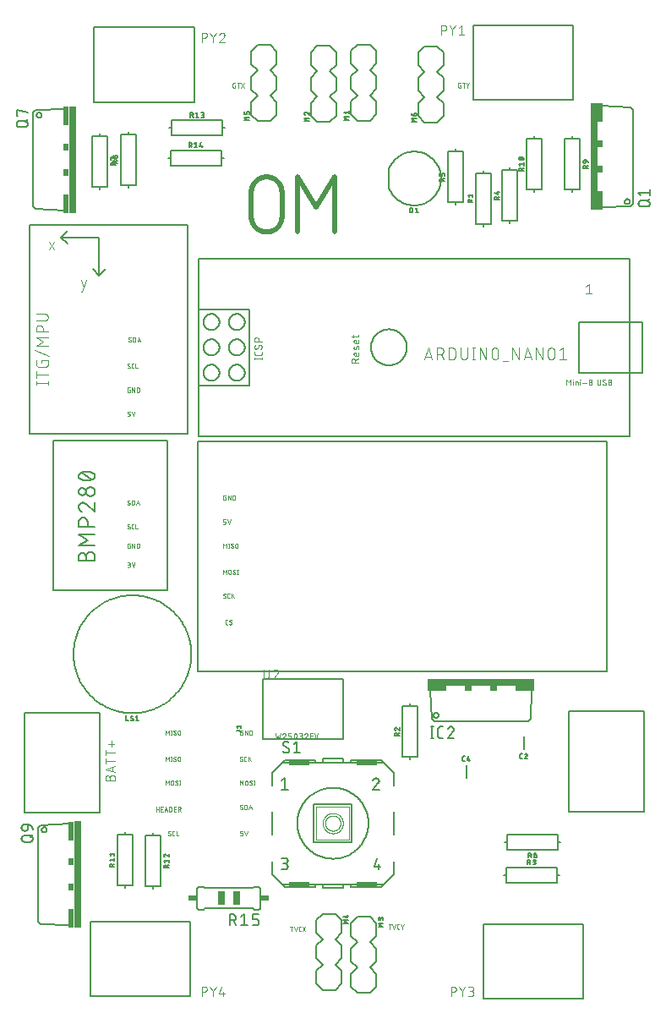
<source format=gbr>
G04 EAGLE Gerber RS-274X export*
G75*
%MOMM*%
%FSLAX34Y34*%
%LPD*%
%INSilkscreen Top*%
%IPPOS*%
%AMOC8*
5,1,8,0,0,1.08239X$1,22.5*%
G01*
%ADD10C,0.482600*%
%ADD11C,0.050800*%
%ADD12C,0.076200*%
%ADD13C,0.127000*%
%ADD14C,0.101600*%
%ADD15C,0.203200*%
%ADD16R,10.668000X0.762000*%
%ADD17R,1.905000X0.508000*%
%ADD18R,0.762000X0.508000*%
%ADD19R,0.762000X10.668000*%
%ADD20R,0.508000X1.905000*%
%ADD21R,0.508000X0.762000*%
%ADD22C,0.152400*%
%ADD23R,0.863600X0.609600*%
%ADD24R,0.650000X1.400000*%
%ADD25R,2.159000X0.508000*%


D10*
X232413Y787739D02*
X232413Y812261D01*
X232418Y812634D01*
X232431Y813007D01*
X232454Y813380D01*
X232486Y813752D01*
X232526Y814123D01*
X232576Y814492D01*
X232635Y814861D01*
X232703Y815228D01*
X232780Y815593D01*
X232865Y815957D01*
X232960Y816318D01*
X233063Y816676D01*
X233175Y817032D01*
X233295Y817386D01*
X233424Y817736D01*
X233562Y818083D01*
X233708Y818426D01*
X233862Y818766D01*
X234025Y819102D01*
X234195Y819434D01*
X234374Y819762D01*
X234561Y820085D01*
X234755Y820404D01*
X234957Y820717D01*
X235167Y821026D01*
X235384Y821330D01*
X235609Y821628D01*
X235840Y821920D01*
X236079Y822207D01*
X236325Y822488D01*
X236577Y822763D01*
X236836Y823032D01*
X237102Y823294D01*
X237373Y823550D01*
X237651Y823799D01*
X237935Y824041D01*
X238225Y824277D01*
X238521Y824505D01*
X238821Y824725D01*
X239128Y824939D01*
X239439Y825145D01*
X239755Y825343D01*
X240076Y825534D01*
X240401Y825716D01*
X240731Y825891D01*
X241065Y826058D01*
X241403Y826216D01*
X241745Y826366D01*
X242090Y826508D01*
X242439Y826641D01*
X242791Y826766D01*
X243145Y826882D01*
X243503Y826990D01*
X243863Y827089D01*
X244225Y827179D01*
X244589Y827260D01*
X244955Y827332D01*
X245323Y827395D01*
X245692Y827450D01*
X246063Y827495D01*
X246434Y827531D01*
X246806Y827559D01*
X247179Y827577D01*
X247552Y827586D01*
X247926Y827586D01*
X248299Y827577D01*
X248672Y827559D01*
X249044Y827531D01*
X249415Y827495D01*
X249786Y827450D01*
X250155Y827395D01*
X250523Y827332D01*
X250889Y827260D01*
X251253Y827179D01*
X251615Y827089D01*
X251975Y826990D01*
X252333Y826882D01*
X252687Y826766D01*
X253039Y826641D01*
X253388Y826508D01*
X253733Y826366D01*
X254075Y826216D01*
X254413Y826058D01*
X254747Y825891D01*
X255077Y825716D01*
X255402Y825534D01*
X255723Y825343D01*
X256039Y825145D01*
X256350Y824939D01*
X256657Y824725D01*
X256957Y824505D01*
X257253Y824277D01*
X257543Y824041D01*
X257827Y823799D01*
X258105Y823550D01*
X258376Y823294D01*
X258642Y823032D01*
X258901Y822763D01*
X259153Y822488D01*
X259399Y822207D01*
X259638Y821920D01*
X259869Y821628D01*
X260094Y821330D01*
X260311Y821026D01*
X260521Y820717D01*
X260723Y820404D01*
X260917Y820085D01*
X261104Y819762D01*
X261283Y819434D01*
X261453Y819102D01*
X261616Y818766D01*
X261770Y818426D01*
X261916Y818083D01*
X262054Y817736D01*
X262183Y817386D01*
X262303Y817032D01*
X262415Y816676D01*
X262518Y816318D01*
X262613Y815957D01*
X262698Y815593D01*
X262775Y815228D01*
X262843Y814861D01*
X262902Y814492D01*
X262952Y814123D01*
X262992Y813752D01*
X263024Y813380D01*
X263047Y813007D01*
X263060Y812634D01*
X263065Y812261D01*
X263065Y787739D01*
X263060Y787366D01*
X263047Y786993D01*
X263024Y786620D01*
X262992Y786248D01*
X262952Y785877D01*
X262902Y785508D01*
X262843Y785139D01*
X262775Y784772D01*
X262698Y784407D01*
X262613Y784043D01*
X262518Y783682D01*
X262415Y783324D01*
X262303Y782968D01*
X262183Y782614D01*
X262054Y782264D01*
X261916Y781917D01*
X261770Y781574D01*
X261616Y781234D01*
X261453Y780898D01*
X261283Y780566D01*
X261104Y780238D01*
X260917Y779915D01*
X260723Y779596D01*
X260521Y779283D01*
X260311Y778974D01*
X260094Y778670D01*
X259869Y778372D01*
X259638Y778080D01*
X259399Y777793D01*
X259153Y777512D01*
X258901Y777237D01*
X258642Y776968D01*
X258376Y776706D01*
X258105Y776450D01*
X257827Y776201D01*
X257543Y775959D01*
X257253Y775723D01*
X256957Y775495D01*
X256657Y775275D01*
X256350Y775061D01*
X256039Y774855D01*
X255723Y774657D01*
X255402Y774466D01*
X255077Y774284D01*
X254747Y774109D01*
X254413Y773942D01*
X254075Y773784D01*
X253733Y773634D01*
X253388Y773492D01*
X253039Y773359D01*
X252687Y773234D01*
X252333Y773118D01*
X251975Y773010D01*
X251615Y772911D01*
X251253Y772821D01*
X250889Y772740D01*
X250523Y772668D01*
X250155Y772605D01*
X249786Y772550D01*
X249415Y772505D01*
X249044Y772469D01*
X248672Y772441D01*
X248299Y772423D01*
X247926Y772414D01*
X247552Y772414D01*
X247179Y772423D01*
X246806Y772441D01*
X246434Y772469D01*
X246063Y772505D01*
X245692Y772550D01*
X245323Y772605D01*
X244955Y772668D01*
X244589Y772740D01*
X244225Y772821D01*
X243863Y772911D01*
X243503Y773010D01*
X243145Y773118D01*
X242791Y773234D01*
X242439Y773359D01*
X242090Y773492D01*
X241745Y773634D01*
X241403Y773784D01*
X241065Y773942D01*
X240731Y774109D01*
X240401Y774284D01*
X240076Y774466D01*
X239755Y774657D01*
X239439Y774855D01*
X239128Y775061D01*
X238821Y775275D01*
X238521Y775495D01*
X238225Y775723D01*
X237935Y775959D01*
X237651Y776201D01*
X237373Y776450D01*
X237102Y776706D01*
X236836Y776968D01*
X236577Y777237D01*
X236325Y777512D01*
X236079Y777793D01*
X235840Y778080D01*
X235609Y778372D01*
X235384Y778670D01*
X235167Y778974D01*
X234957Y779283D01*
X234755Y779596D01*
X234561Y779915D01*
X234374Y780238D01*
X234195Y780566D01*
X234025Y780898D01*
X233862Y781234D01*
X233708Y781574D01*
X233562Y781917D01*
X233424Y782264D01*
X233295Y782614D01*
X233175Y782968D01*
X233063Y783324D01*
X232960Y783682D01*
X232865Y784043D01*
X232780Y784407D01*
X232703Y784772D01*
X232635Y785139D01*
X232576Y785508D01*
X232526Y785877D01*
X232486Y786248D01*
X232454Y786620D01*
X232431Y786993D01*
X232418Y787366D01*
X232413Y787739D01*
X278848Y772413D02*
X278848Y827587D01*
X297239Y796935D01*
X315630Y827587D01*
X315630Y772413D01*
D11*
X111949Y663652D02*
X111947Y663589D01*
X111941Y663527D01*
X111931Y663465D01*
X111918Y663404D01*
X111900Y663344D01*
X111879Y663285D01*
X111854Y663227D01*
X111826Y663171D01*
X111794Y663117D01*
X111758Y663065D01*
X111720Y663016D01*
X111679Y662969D01*
X111634Y662925D01*
X111587Y662883D01*
X111538Y662845D01*
X111486Y662809D01*
X111432Y662777D01*
X111376Y662749D01*
X111318Y662724D01*
X111259Y662703D01*
X111199Y662685D01*
X111138Y662672D01*
X111076Y662662D01*
X111014Y662656D01*
X110951Y662654D01*
X110863Y662656D01*
X110776Y662661D01*
X110689Y662670D01*
X110602Y662683D01*
X110516Y662699D01*
X110431Y662719D01*
X110346Y662743D01*
X110263Y662769D01*
X110180Y662800D01*
X110100Y662834D01*
X110020Y662871D01*
X109942Y662911D01*
X109866Y662954D01*
X109792Y663001D01*
X109720Y663051D01*
X109650Y663103D01*
X109582Y663159D01*
X109516Y663217D01*
X109453Y663278D01*
X109579Y666148D02*
X109581Y666208D01*
X109586Y666268D01*
X109595Y666328D01*
X109608Y666387D01*
X109624Y666445D01*
X109644Y666502D01*
X109667Y666558D01*
X109693Y666612D01*
X109723Y666664D01*
X109756Y666715D01*
X109791Y666763D01*
X109830Y666810D01*
X109871Y666854D01*
X109915Y666895D01*
X109962Y666934D01*
X110010Y666969D01*
X110061Y667002D01*
X110113Y667032D01*
X110167Y667058D01*
X110223Y667081D01*
X110280Y667101D01*
X110338Y667117D01*
X110397Y667130D01*
X110457Y667139D01*
X110517Y667144D01*
X110577Y667146D01*
X110663Y667144D01*
X110749Y667138D01*
X110834Y667128D01*
X110919Y667114D01*
X111003Y667097D01*
X111087Y667075D01*
X111169Y667050D01*
X111250Y667021D01*
X111330Y666988D01*
X111407Y666952D01*
X111484Y666912D01*
X111558Y666868D01*
X111630Y666822D01*
X111700Y666772D01*
X110078Y665274D02*
X110026Y665307D01*
X109976Y665344D01*
X109928Y665383D01*
X109882Y665425D01*
X109839Y665470D01*
X109799Y665517D01*
X109762Y665566D01*
X109728Y665618D01*
X109698Y665672D01*
X109670Y665728D01*
X109646Y665785D01*
X109626Y665843D01*
X109609Y665903D01*
X109596Y665963D01*
X109587Y666024D01*
X109581Y666086D01*
X109579Y666148D01*
X111451Y664526D02*
X111503Y664493D01*
X111553Y664456D01*
X111601Y664417D01*
X111647Y664375D01*
X111690Y664330D01*
X111730Y664283D01*
X111767Y664234D01*
X111801Y664182D01*
X111831Y664128D01*
X111859Y664072D01*
X111883Y664015D01*
X111903Y663957D01*
X111920Y663897D01*
X111933Y663837D01*
X111942Y663776D01*
X111948Y663714D01*
X111950Y663652D01*
X111450Y664526D02*
X110078Y665274D01*
X113954Y667146D02*
X113954Y662654D01*
X113954Y667146D02*
X115202Y667146D01*
X115270Y667144D01*
X115337Y667139D01*
X115404Y667130D01*
X115470Y667117D01*
X115536Y667101D01*
X115600Y667081D01*
X115664Y667057D01*
X115726Y667031D01*
X115787Y667001D01*
X115845Y666967D01*
X115902Y666931D01*
X115957Y666892D01*
X116010Y666849D01*
X116060Y666804D01*
X116108Y666756D01*
X116153Y666706D01*
X116196Y666653D01*
X116235Y666598D01*
X116271Y666541D01*
X116305Y666483D01*
X116335Y666422D01*
X116361Y666360D01*
X116385Y666296D01*
X116405Y666232D01*
X116421Y666166D01*
X116434Y666100D01*
X116443Y666033D01*
X116448Y665966D01*
X116450Y665898D01*
X116450Y663902D01*
X116448Y663834D01*
X116443Y663767D01*
X116434Y663700D01*
X116421Y663634D01*
X116405Y663568D01*
X116385Y663504D01*
X116361Y663440D01*
X116335Y663378D01*
X116305Y663317D01*
X116271Y663259D01*
X116235Y663202D01*
X116196Y663147D01*
X116153Y663094D01*
X116108Y663044D01*
X116060Y662996D01*
X116010Y662951D01*
X115957Y662908D01*
X115902Y662869D01*
X115845Y662833D01*
X115787Y662799D01*
X115726Y662769D01*
X115664Y662743D01*
X115600Y662719D01*
X115536Y662699D01*
X115470Y662683D01*
X115404Y662670D01*
X115337Y662661D01*
X115270Y662656D01*
X115202Y662654D01*
X113954Y662654D01*
X118354Y662654D02*
X119852Y667146D01*
X121349Y662654D01*
X120975Y663777D02*
X118729Y663777D01*
X110749Y637252D02*
X110747Y637189D01*
X110741Y637127D01*
X110731Y637065D01*
X110718Y637004D01*
X110700Y636944D01*
X110679Y636885D01*
X110654Y636827D01*
X110626Y636771D01*
X110594Y636717D01*
X110558Y636665D01*
X110520Y636616D01*
X110479Y636569D01*
X110434Y636525D01*
X110387Y636483D01*
X110338Y636445D01*
X110286Y636409D01*
X110232Y636377D01*
X110176Y636349D01*
X110118Y636324D01*
X110059Y636303D01*
X109999Y636285D01*
X109938Y636272D01*
X109876Y636262D01*
X109814Y636256D01*
X109751Y636254D01*
X109663Y636256D01*
X109576Y636261D01*
X109489Y636270D01*
X109402Y636283D01*
X109316Y636299D01*
X109231Y636319D01*
X109146Y636343D01*
X109063Y636369D01*
X108980Y636400D01*
X108900Y636434D01*
X108820Y636471D01*
X108742Y636511D01*
X108666Y636554D01*
X108592Y636601D01*
X108520Y636651D01*
X108450Y636703D01*
X108382Y636759D01*
X108316Y636817D01*
X108253Y636878D01*
X108379Y639748D02*
X108381Y639808D01*
X108386Y639868D01*
X108395Y639928D01*
X108408Y639987D01*
X108424Y640045D01*
X108444Y640102D01*
X108467Y640158D01*
X108493Y640212D01*
X108523Y640264D01*
X108556Y640315D01*
X108591Y640363D01*
X108630Y640410D01*
X108671Y640454D01*
X108715Y640495D01*
X108762Y640534D01*
X108810Y640569D01*
X108861Y640602D01*
X108913Y640632D01*
X108967Y640658D01*
X109023Y640681D01*
X109080Y640701D01*
X109138Y640717D01*
X109197Y640730D01*
X109257Y640739D01*
X109317Y640744D01*
X109377Y640746D01*
X109463Y640744D01*
X109549Y640738D01*
X109634Y640728D01*
X109719Y640714D01*
X109803Y640697D01*
X109887Y640675D01*
X109969Y640650D01*
X110050Y640621D01*
X110130Y640588D01*
X110207Y640552D01*
X110284Y640512D01*
X110358Y640468D01*
X110430Y640422D01*
X110500Y640372D01*
X108878Y638874D02*
X108826Y638907D01*
X108776Y638944D01*
X108728Y638983D01*
X108682Y639025D01*
X108639Y639070D01*
X108599Y639117D01*
X108562Y639166D01*
X108528Y639218D01*
X108498Y639272D01*
X108470Y639328D01*
X108446Y639385D01*
X108426Y639443D01*
X108409Y639503D01*
X108396Y639563D01*
X108387Y639624D01*
X108381Y639686D01*
X108379Y639748D01*
X110251Y638126D02*
X110303Y638093D01*
X110353Y638056D01*
X110401Y638017D01*
X110447Y637975D01*
X110490Y637930D01*
X110530Y637883D01*
X110567Y637834D01*
X110601Y637782D01*
X110631Y637728D01*
X110659Y637672D01*
X110683Y637615D01*
X110703Y637557D01*
X110720Y637497D01*
X110733Y637437D01*
X110742Y637376D01*
X110748Y637314D01*
X110750Y637252D01*
X110250Y638126D02*
X108878Y638874D01*
X113587Y636254D02*
X114586Y636254D01*
X113587Y636254D02*
X113527Y636256D01*
X113467Y636261D01*
X113407Y636270D01*
X113348Y636283D01*
X113290Y636299D01*
X113233Y636319D01*
X113177Y636342D01*
X113123Y636368D01*
X113071Y636398D01*
X113020Y636431D01*
X112972Y636466D01*
X112925Y636505D01*
X112881Y636546D01*
X112840Y636590D01*
X112801Y636637D01*
X112766Y636685D01*
X112733Y636736D01*
X112703Y636788D01*
X112677Y636842D01*
X112654Y636898D01*
X112634Y636955D01*
X112618Y637013D01*
X112605Y637072D01*
X112596Y637132D01*
X112591Y637192D01*
X112589Y637252D01*
X112589Y639748D01*
X112591Y639811D01*
X112597Y639873D01*
X112607Y639935D01*
X112620Y639996D01*
X112638Y640056D01*
X112659Y640115D01*
X112684Y640173D01*
X112712Y640229D01*
X112744Y640283D01*
X112780Y640335D01*
X112818Y640384D01*
X112859Y640431D01*
X112904Y640475D01*
X112951Y640517D01*
X113000Y640555D01*
X113052Y640591D01*
X113106Y640623D01*
X113162Y640651D01*
X113220Y640676D01*
X113279Y640697D01*
X113339Y640715D01*
X113400Y640728D01*
X113462Y640738D01*
X113524Y640744D01*
X113587Y640746D01*
X114586Y640746D01*
X116514Y640746D02*
X116514Y636254D01*
X118510Y636254D01*
X110750Y614750D02*
X110001Y614750D01*
X110750Y614750D02*
X110750Y612254D01*
X109252Y612254D01*
X109192Y612256D01*
X109132Y612261D01*
X109072Y612270D01*
X109013Y612283D01*
X108955Y612299D01*
X108898Y612319D01*
X108842Y612342D01*
X108788Y612368D01*
X108736Y612398D01*
X108685Y612431D01*
X108637Y612466D01*
X108590Y612505D01*
X108546Y612546D01*
X108505Y612590D01*
X108466Y612637D01*
X108431Y612685D01*
X108398Y612736D01*
X108368Y612788D01*
X108342Y612842D01*
X108319Y612898D01*
X108299Y612955D01*
X108283Y613013D01*
X108270Y613072D01*
X108261Y613132D01*
X108256Y613192D01*
X108254Y613252D01*
X108254Y615748D01*
X108256Y615811D01*
X108262Y615873D01*
X108272Y615935D01*
X108285Y615996D01*
X108303Y616056D01*
X108324Y616115D01*
X108349Y616173D01*
X108377Y616229D01*
X108409Y616283D01*
X108445Y616335D01*
X108483Y616384D01*
X108524Y616431D01*
X108569Y616475D01*
X108616Y616517D01*
X108665Y616555D01*
X108717Y616591D01*
X108771Y616623D01*
X108827Y616651D01*
X108885Y616676D01*
X108944Y616697D01*
X109004Y616715D01*
X109065Y616728D01*
X109127Y616738D01*
X109189Y616744D01*
X109252Y616746D01*
X110750Y616746D01*
X113054Y616746D02*
X113054Y612254D01*
X115550Y612254D02*
X113054Y616746D01*
X115550Y616746D02*
X115550Y612254D01*
X117854Y612254D02*
X117854Y616746D01*
X119102Y616746D01*
X119170Y616744D01*
X119237Y616739D01*
X119304Y616730D01*
X119370Y616717D01*
X119436Y616701D01*
X119500Y616681D01*
X119564Y616657D01*
X119626Y616631D01*
X119687Y616601D01*
X119745Y616567D01*
X119802Y616531D01*
X119857Y616492D01*
X119910Y616449D01*
X119960Y616404D01*
X120008Y616356D01*
X120053Y616306D01*
X120096Y616253D01*
X120135Y616198D01*
X120171Y616141D01*
X120205Y616083D01*
X120235Y616022D01*
X120261Y615960D01*
X120285Y615896D01*
X120305Y615832D01*
X120321Y615766D01*
X120334Y615700D01*
X120343Y615633D01*
X120348Y615566D01*
X120350Y615498D01*
X120349Y615498D02*
X120349Y613502D01*
X120350Y613502D02*
X120348Y613434D01*
X120343Y613367D01*
X120334Y613300D01*
X120321Y613234D01*
X120305Y613168D01*
X120285Y613104D01*
X120261Y613040D01*
X120235Y612978D01*
X120205Y612917D01*
X120171Y612859D01*
X120135Y612802D01*
X120096Y612747D01*
X120053Y612694D01*
X120008Y612644D01*
X119960Y612596D01*
X119910Y612551D01*
X119857Y612508D01*
X119802Y612469D01*
X119745Y612433D01*
X119687Y612399D01*
X119626Y612369D01*
X119564Y612343D01*
X119500Y612319D01*
X119436Y612299D01*
X119370Y612283D01*
X119304Y612270D01*
X119237Y612261D01*
X119170Y612256D01*
X119102Y612254D01*
X117854Y612254D01*
X109751Y588254D02*
X108254Y588254D01*
X109751Y588254D02*
X109811Y588256D01*
X109871Y588261D01*
X109931Y588270D01*
X109990Y588283D01*
X110048Y588299D01*
X110105Y588319D01*
X110161Y588342D01*
X110215Y588368D01*
X110267Y588398D01*
X110318Y588431D01*
X110366Y588466D01*
X110413Y588505D01*
X110457Y588546D01*
X110498Y588590D01*
X110537Y588637D01*
X110572Y588685D01*
X110605Y588736D01*
X110635Y588788D01*
X110661Y588842D01*
X110684Y588898D01*
X110704Y588955D01*
X110720Y589013D01*
X110733Y589072D01*
X110742Y589132D01*
X110747Y589192D01*
X110749Y589252D01*
X110750Y589252D02*
X110750Y589751D01*
X110749Y589751D02*
X110747Y589811D01*
X110742Y589871D01*
X110733Y589931D01*
X110720Y589990D01*
X110704Y590048D01*
X110684Y590105D01*
X110661Y590161D01*
X110635Y590215D01*
X110605Y590267D01*
X110572Y590318D01*
X110537Y590366D01*
X110498Y590413D01*
X110457Y590457D01*
X110413Y590498D01*
X110366Y590537D01*
X110318Y590572D01*
X110267Y590605D01*
X110215Y590635D01*
X110161Y590661D01*
X110105Y590684D01*
X110048Y590704D01*
X109990Y590720D01*
X109931Y590733D01*
X109871Y590742D01*
X109811Y590747D01*
X109751Y590749D01*
X109751Y590750D02*
X108254Y590750D01*
X108254Y592746D01*
X110750Y592746D01*
X112504Y592746D02*
X114002Y588254D01*
X115499Y592746D01*
X109502Y437054D02*
X108254Y437054D01*
X109502Y437054D02*
X109571Y437056D01*
X109639Y437062D01*
X109707Y437071D01*
X109775Y437084D01*
X109842Y437101D01*
X109907Y437122D01*
X109972Y437146D01*
X110035Y437173D01*
X110096Y437204D01*
X110156Y437239D01*
X110213Y437276D01*
X110269Y437317D01*
X110322Y437361D01*
X110372Y437407D01*
X110420Y437457D01*
X110465Y437509D01*
X110508Y437563D01*
X110547Y437619D01*
X110583Y437678D01*
X110616Y437738D01*
X110645Y437801D01*
X110671Y437864D01*
X110693Y437929D01*
X110712Y437996D01*
X110727Y438063D01*
X110738Y438131D01*
X110746Y438199D01*
X110750Y438268D01*
X110750Y438336D01*
X110746Y438405D01*
X110738Y438473D01*
X110727Y438541D01*
X110712Y438608D01*
X110693Y438675D01*
X110671Y438740D01*
X110645Y438803D01*
X110616Y438866D01*
X110583Y438926D01*
X110547Y438985D01*
X110508Y439041D01*
X110465Y439095D01*
X110420Y439147D01*
X110372Y439197D01*
X110322Y439243D01*
X110269Y439287D01*
X110213Y439328D01*
X110156Y439365D01*
X110096Y439400D01*
X110035Y439431D01*
X109972Y439458D01*
X109907Y439482D01*
X109842Y439503D01*
X109775Y439520D01*
X109707Y439533D01*
X109639Y439542D01*
X109571Y439548D01*
X109502Y439550D01*
X109751Y441546D02*
X108254Y441546D01*
X109751Y441546D02*
X109812Y441544D01*
X109874Y441538D01*
X109934Y441529D01*
X109994Y441516D01*
X110054Y441499D01*
X110112Y441479D01*
X110168Y441455D01*
X110223Y441427D01*
X110276Y441397D01*
X110328Y441363D01*
X110377Y441326D01*
X110423Y441286D01*
X110467Y441243D01*
X110509Y441197D01*
X110547Y441149D01*
X110583Y441099D01*
X110615Y441047D01*
X110644Y440993D01*
X110670Y440937D01*
X110692Y440880D01*
X110711Y440821D01*
X110726Y440762D01*
X110737Y440701D01*
X110745Y440640D01*
X110749Y440579D01*
X110749Y440517D01*
X110745Y440456D01*
X110737Y440395D01*
X110726Y440334D01*
X110711Y440275D01*
X110692Y440216D01*
X110670Y440159D01*
X110644Y440103D01*
X110615Y440049D01*
X110583Y439997D01*
X110547Y439947D01*
X110509Y439899D01*
X110467Y439853D01*
X110423Y439810D01*
X110377Y439770D01*
X110328Y439733D01*
X110276Y439699D01*
X110223Y439669D01*
X110168Y439641D01*
X110112Y439617D01*
X110054Y439597D01*
X109994Y439580D01*
X109934Y439567D01*
X109874Y439558D01*
X109812Y439552D01*
X109751Y439550D01*
X108753Y439550D01*
X112504Y441546D02*
X114002Y437054D01*
X115499Y441546D01*
X110750Y458750D02*
X110001Y458750D01*
X110750Y458750D02*
X110750Y456254D01*
X109252Y456254D01*
X109192Y456256D01*
X109132Y456261D01*
X109072Y456270D01*
X109013Y456283D01*
X108955Y456299D01*
X108898Y456319D01*
X108842Y456342D01*
X108788Y456368D01*
X108736Y456398D01*
X108685Y456431D01*
X108637Y456466D01*
X108590Y456505D01*
X108546Y456546D01*
X108505Y456590D01*
X108466Y456637D01*
X108431Y456685D01*
X108398Y456736D01*
X108368Y456788D01*
X108342Y456842D01*
X108319Y456898D01*
X108299Y456955D01*
X108283Y457013D01*
X108270Y457072D01*
X108261Y457132D01*
X108256Y457192D01*
X108254Y457252D01*
X108254Y459748D01*
X108256Y459811D01*
X108262Y459873D01*
X108272Y459935D01*
X108285Y459996D01*
X108303Y460056D01*
X108324Y460115D01*
X108349Y460173D01*
X108377Y460229D01*
X108409Y460283D01*
X108445Y460335D01*
X108483Y460384D01*
X108524Y460431D01*
X108569Y460475D01*
X108616Y460517D01*
X108665Y460555D01*
X108717Y460591D01*
X108771Y460623D01*
X108827Y460651D01*
X108885Y460676D01*
X108944Y460697D01*
X109004Y460715D01*
X109065Y460728D01*
X109127Y460738D01*
X109189Y460744D01*
X109252Y460746D01*
X110750Y460746D01*
X113054Y460746D02*
X113054Y456254D01*
X115550Y456254D02*
X113054Y460746D01*
X115550Y460746D02*
X115550Y456254D01*
X117854Y456254D02*
X117854Y460746D01*
X119102Y460746D01*
X119170Y460744D01*
X119237Y460739D01*
X119304Y460730D01*
X119370Y460717D01*
X119436Y460701D01*
X119500Y460681D01*
X119564Y460657D01*
X119626Y460631D01*
X119687Y460601D01*
X119745Y460567D01*
X119802Y460531D01*
X119857Y460492D01*
X119910Y460449D01*
X119960Y460404D01*
X120008Y460356D01*
X120053Y460306D01*
X120096Y460253D01*
X120135Y460198D01*
X120171Y460141D01*
X120205Y460083D01*
X120235Y460022D01*
X120261Y459960D01*
X120285Y459896D01*
X120305Y459832D01*
X120321Y459766D01*
X120334Y459700D01*
X120343Y459633D01*
X120348Y459566D01*
X120350Y459498D01*
X120349Y459498D02*
X120349Y457502D01*
X120350Y457502D02*
X120348Y457434D01*
X120343Y457367D01*
X120334Y457300D01*
X120321Y457234D01*
X120305Y457168D01*
X120285Y457104D01*
X120261Y457040D01*
X120235Y456978D01*
X120205Y456917D01*
X120171Y456859D01*
X120135Y456802D01*
X120096Y456747D01*
X120053Y456694D01*
X120008Y456644D01*
X119960Y456596D01*
X119910Y456551D01*
X119857Y456508D01*
X119802Y456469D01*
X119745Y456433D01*
X119687Y456399D01*
X119626Y456369D01*
X119564Y456343D01*
X119500Y456319D01*
X119436Y456299D01*
X119370Y456283D01*
X119304Y456270D01*
X119237Y456261D01*
X119170Y456256D01*
X119102Y456254D01*
X117854Y456254D01*
X109751Y475454D02*
X109814Y475456D01*
X109876Y475462D01*
X109938Y475472D01*
X109999Y475485D01*
X110059Y475503D01*
X110118Y475524D01*
X110176Y475549D01*
X110232Y475577D01*
X110286Y475609D01*
X110338Y475645D01*
X110387Y475683D01*
X110434Y475725D01*
X110479Y475769D01*
X110520Y475816D01*
X110558Y475865D01*
X110594Y475917D01*
X110626Y475971D01*
X110654Y476027D01*
X110679Y476085D01*
X110700Y476144D01*
X110718Y476204D01*
X110731Y476265D01*
X110741Y476327D01*
X110747Y476389D01*
X110749Y476452D01*
X109751Y475454D02*
X109663Y475456D01*
X109576Y475461D01*
X109489Y475470D01*
X109402Y475483D01*
X109316Y475499D01*
X109231Y475519D01*
X109146Y475543D01*
X109063Y475569D01*
X108980Y475600D01*
X108900Y475634D01*
X108820Y475671D01*
X108742Y475711D01*
X108666Y475754D01*
X108592Y475801D01*
X108520Y475851D01*
X108450Y475903D01*
X108382Y475959D01*
X108316Y476017D01*
X108253Y476078D01*
X108379Y478948D02*
X108381Y479008D01*
X108386Y479068D01*
X108395Y479128D01*
X108408Y479187D01*
X108424Y479245D01*
X108444Y479302D01*
X108467Y479358D01*
X108493Y479412D01*
X108523Y479464D01*
X108556Y479515D01*
X108591Y479563D01*
X108630Y479610D01*
X108671Y479654D01*
X108715Y479695D01*
X108762Y479734D01*
X108810Y479769D01*
X108861Y479802D01*
X108913Y479832D01*
X108967Y479858D01*
X109023Y479881D01*
X109080Y479901D01*
X109138Y479917D01*
X109197Y479930D01*
X109257Y479939D01*
X109317Y479944D01*
X109377Y479946D01*
X109463Y479944D01*
X109549Y479938D01*
X109634Y479928D01*
X109719Y479914D01*
X109803Y479897D01*
X109887Y479875D01*
X109969Y479850D01*
X110050Y479821D01*
X110130Y479788D01*
X110207Y479752D01*
X110284Y479712D01*
X110358Y479668D01*
X110430Y479622D01*
X110500Y479572D01*
X108878Y478074D02*
X108826Y478107D01*
X108776Y478144D01*
X108728Y478183D01*
X108682Y478225D01*
X108639Y478270D01*
X108599Y478317D01*
X108562Y478366D01*
X108528Y478418D01*
X108498Y478472D01*
X108470Y478528D01*
X108446Y478585D01*
X108426Y478643D01*
X108409Y478703D01*
X108396Y478763D01*
X108387Y478824D01*
X108381Y478886D01*
X108379Y478948D01*
X110251Y477326D02*
X110303Y477293D01*
X110353Y477256D01*
X110401Y477217D01*
X110447Y477175D01*
X110490Y477130D01*
X110530Y477083D01*
X110567Y477034D01*
X110601Y476982D01*
X110631Y476928D01*
X110659Y476872D01*
X110683Y476815D01*
X110703Y476757D01*
X110720Y476697D01*
X110733Y476637D01*
X110742Y476576D01*
X110748Y476514D01*
X110750Y476452D01*
X110250Y477326D02*
X108878Y478074D01*
X113587Y475454D02*
X114586Y475454D01*
X113587Y475454D02*
X113527Y475456D01*
X113467Y475461D01*
X113407Y475470D01*
X113348Y475483D01*
X113290Y475499D01*
X113233Y475519D01*
X113177Y475542D01*
X113123Y475568D01*
X113071Y475598D01*
X113020Y475631D01*
X112972Y475666D01*
X112925Y475705D01*
X112881Y475746D01*
X112840Y475790D01*
X112801Y475837D01*
X112766Y475885D01*
X112733Y475936D01*
X112703Y475988D01*
X112677Y476042D01*
X112654Y476098D01*
X112634Y476155D01*
X112618Y476213D01*
X112605Y476272D01*
X112596Y476332D01*
X112591Y476392D01*
X112589Y476452D01*
X112589Y478948D01*
X112591Y479011D01*
X112597Y479073D01*
X112607Y479135D01*
X112620Y479196D01*
X112638Y479256D01*
X112659Y479315D01*
X112684Y479373D01*
X112712Y479429D01*
X112744Y479483D01*
X112780Y479535D01*
X112818Y479584D01*
X112859Y479631D01*
X112904Y479675D01*
X112951Y479717D01*
X113000Y479755D01*
X113052Y479791D01*
X113106Y479823D01*
X113162Y479851D01*
X113220Y479876D01*
X113279Y479897D01*
X113339Y479915D01*
X113400Y479928D01*
X113462Y479938D01*
X113524Y479944D01*
X113587Y479946D01*
X114586Y479946D01*
X116514Y479946D02*
X116514Y475454D01*
X118510Y475454D01*
X109751Y499454D02*
X109814Y499456D01*
X109876Y499462D01*
X109938Y499472D01*
X109999Y499485D01*
X110059Y499503D01*
X110118Y499524D01*
X110176Y499549D01*
X110232Y499577D01*
X110286Y499609D01*
X110338Y499645D01*
X110387Y499683D01*
X110434Y499725D01*
X110479Y499769D01*
X110520Y499816D01*
X110558Y499865D01*
X110594Y499917D01*
X110626Y499971D01*
X110654Y500027D01*
X110679Y500085D01*
X110700Y500144D01*
X110718Y500204D01*
X110731Y500265D01*
X110741Y500327D01*
X110747Y500389D01*
X110749Y500452D01*
X109751Y499454D02*
X109663Y499456D01*
X109576Y499461D01*
X109489Y499470D01*
X109402Y499483D01*
X109316Y499499D01*
X109231Y499519D01*
X109146Y499543D01*
X109063Y499569D01*
X108980Y499600D01*
X108900Y499634D01*
X108820Y499671D01*
X108742Y499711D01*
X108666Y499754D01*
X108592Y499801D01*
X108520Y499851D01*
X108450Y499903D01*
X108382Y499959D01*
X108316Y500017D01*
X108253Y500078D01*
X108379Y502948D02*
X108381Y503008D01*
X108386Y503068D01*
X108395Y503128D01*
X108408Y503187D01*
X108424Y503245D01*
X108444Y503302D01*
X108467Y503358D01*
X108493Y503412D01*
X108523Y503464D01*
X108556Y503515D01*
X108591Y503563D01*
X108630Y503610D01*
X108671Y503654D01*
X108715Y503695D01*
X108762Y503734D01*
X108810Y503769D01*
X108861Y503802D01*
X108913Y503832D01*
X108967Y503858D01*
X109023Y503881D01*
X109080Y503901D01*
X109138Y503917D01*
X109197Y503930D01*
X109257Y503939D01*
X109317Y503944D01*
X109377Y503946D01*
X109463Y503944D01*
X109549Y503938D01*
X109634Y503928D01*
X109719Y503914D01*
X109803Y503897D01*
X109887Y503875D01*
X109969Y503850D01*
X110050Y503821D01*
X110130Y503788D01*
X110207Y503752D01*
X110284Y503712D01*
X110358Y503668D01*
X110430Y503622D01*
X110500Y503572D01*
X108878Y502074D02*
X108826Y502107D01*
X108776Y502144D01*
X108728Y502183D01*
X108682Y502225D01*
X108639Y502270D01*
X108599Y502317D01*
X108562Y502366D01*
X108528Y502418D01*
X108498Y502472D01*
X108470Y502528D01*
X108446Y502585D01*
X108426Y502643D01*
X108409Y502703D01*
X108396Y502763D01*
X108387Y502824D01*
X108381Y502886D01*
X108379Y502948D01*
X110251Y501326D02*
X110303Y501293D01*
X110353Y501256D01*
X110401Y501217D01*
X110447Y501175D01*
X110490Y501130D01*
X110530Y501083D01*
X110567Y501034D01*
X110601Y500982D01*
X110631Y500928D01*
X110659Y500872D01*
X110683Y500815D01*
X110703Y500757D01*
X110720Y500697D01*
X110733Y500637D01*
X110742Y500576D01*
X110748Y500514D01*
X110750Y500452D01*
X110250Y501326D02*
X108878Y502074D01*
X112754Y503946D02*
X112754Y499454D01*
X112754Y503946D02*
X114002Y503946D01*
X114070Y503944D01*
X114137Y503939D01*
X114204Y503930D01*
X114270Y503917D01*
X114336Y503901D01*
X114400Y503881D01*
X114464Y503857D01*
X114526Y503831D01*
X114587Y503801D01*
X114645Y503767D01*
X114702Y503731D01*
X114757Y503692D01*
X114810Y503649D01*
X114860Y503604D01*
X114908Y503556D01*
X114953Y503506D01*
X114996Y503453D01*
X115035Y503398D01*
X115071Y503341D01*
X115105Y503283D01*
X115135Y503222D01*
X115161Y503160D01*
X115185Y503096D01*
X115205Y503032D01*
X115221Y502966D01*
X115234Y502900D01*
X115243Y502833D01*
X115248Y502766D01*
X115250Y502698D01*
X115250Y500702D01*
X115248Y500634D01*
X115243Y500567D01*
X115234Y500500D01*
X115221Y500434D01*
X115205Y500368D01*
X115185Y500304D01*
X115161Y500240D01*
X115135Y500178D01*
X115105Y500117D01*
X115071Y500059D01*
X115035Y500002D01*
X114996Y499947D01*
X114953Y499894D01*
X114908Y499844D01*
X114860Y499796D01*
X114810Y499751D01*
X114757Y499708D01*
X114702Y499669D01*
X114645Y499633D01*
X114587Y499599D01*
X114526Y499569D01*
X114464Y499543D01*
X114400Y499519D01*
X114336Y499499D01*
X114270Y499483D01*
X114204Y499470D01*
X114137Y499461D01*
X114070Y499456D01*
X114002Y499454D01*
X112754Y499454D01*
X117154Y499454D02*
X118652Y503946D01*
X120149Y499454D01*
X119775Y500577D02*
X117529Y500577D01*
X206001Y506750D02*
X206750Y506750D01*
X206750Y504254D01*
X205252Y504254D01*
X205192Y504256D01*
X205132Y504261D01*
X205072Y504270D01*
X205013Y504283D01*
X204955Y504299D01*
X204898Y504319D01*
X204842Y504342D01*
X204788Y504368D01*
X204736Y504398D01*
X204685Y504431D01*
X204637Y504466D01*
X204590Y504505D01*
X204546Y504546D01*
X204505Y504590D01*
X204466Y504637D01*
X204431Y504685D01*
X204398Y504736D01*
X204368Y504788D01*
X204342Y504842D01*
X204319Y504898D01*
X204299Y504955D01*
X204283Y505013D01*
X204270Y505072D01*
X204261Y505132D01*
X204256Y505192D01*
X204254Y505252D01*
X204254Y507748D01*
X204256Y507811D01*
X204262Y507873D01*
X204272Y507935D01*
X204285Y507996D01*
X204303Y508056D01*
X204324Y508115D01*
X204349Y508173D01*
X204377Y508229D01*
X204409Y508283D01*
X204445Y508335D01*
X204483Y508384D01*
X204524Y508431D01*
X204569Y508475D01*
X204616Y508517D01*
X204665Y508555D01*
X204717Y508591D01*
X204771Y508623D01*
X204827Y508651D01*
X204885Y508676D01*
X204944Y508697D01*
X205004Y508715D01*
X205065Y508728D01*
X205127Y508738D01*
X205189Y508744D01*
X205252Y508746D01*
X206750Y508746D01*
X209054Y508746D02*
X209054Y504254D01*
X211550Y504254D02*
X209054Y508746D01*
X211550Y508746D02*
X211550Y504254D01*
X213854Y504254D02*
X213854Y508746D01*
X215102Y508746D01*
X215170Y508744D01*
X215237Y508739D01*
X215304Y508730D01*
X215370Y508717D01*
X215436Y508701D01*
X215500Y508681D01*
X215564Y508657D01*
X215626Y508631D01*
X215687Y508601D01*
X215745Y508567D01*
X215802Y508531D01*
X215857Y508492D01*
X215910Y508449D01*
X215960Y508404D01*
X216008Y508356D01*
X216053Y508306D01*
X216096Y508253D01*
X216135Y508198D01*
X216171Y508141D01*
X216205Y508083D01*
X216235Y508022D01*
X216261Y507960D01*
X216285Y507896D01*
X216305Y507832D01*
X216321Y507766D01*
X216334Y507700D01*
X216343Y507633D01*
X216348Y507566D01*
X216350Y507498D01*
X216349Y507498D02*
X216349Y505502D01*
X216350Y505502D02*
X216348Y505434D01*
X216343Y505367D01*
X216334Y505300D01*
X216321Y505234D01*
X216305Y505168D01*
X216285Y505104D01*
X216261Y505040D01*
X216235Y504978D01*
X216205Y504917D01*
X216171Y504859D01*
X216135Y504802D01*
X216096Y504747D01*
X216053Y504694D01*
X216008Y504644D01*
X215960Y504596D01*
X215910Y504551D01*
X215857Y504508D01*
X215802Y504469D01*
X215745Y504433D01*
X215687Y504399D01*
X215626Y504369D01*
X215564Y504343D01*
X215500Y504319D01*
X215436Y504299D01*
X215370Y504283D01*
X215304Y504270D01*
X215237Y504261D01*
X215170Y504256D01*
X215102Y504254D01*
X213854Y504254D01*
X205751Y480254D02*
X204254Y480254D01*
X205751Y480254D02*
X205811Y480256D01*
X205871Y480261D01*
X205931Y480270D01*
X205990Y480283D01*
X206048Y480299D01*
X206105Y480319D01*
X206161Y480342D01*
X206215Y480368D01*
X206267Y480398D01*
X206318Y480431D01*
X206366Y480466D01*
X206413Y480505D01*
X206457Y480546D01*
X206498Y480590D01*
X206537Y480637D01*
X206572Y480685D01*
X206605Y480736D01*
X206635Y480788D01*
X206661Y480842D01*
X206684Y480898D01*
X206704Y480955D01*
X206720Y481013D01*
X206733Y481072D01*
X206742Y481132D01*
X206747Y481192D01*
X206749Y481252D01*
X206750Y481252D02*
X206750Y481751D01*
X206749Y481751D02*
X206747Y481811D01*
X206742Y481871D01*
X206733Y481931D01*
X206720Y481990D01*
X206704Y482048D01*
X206684Y482105D01*
X206661Y482161D01*
X206635Y482215D01*
X206605Y482267D01*
X206572Y482318D01*
X206537Y482366D01*
X206498Y482413D01*
X206457Y482457D01*
X206413Y482498D01*
X206366Y482537D01*
X206318Y482572D01*
X206267Y482605D01*
X206215Y482635D01*
X206161Y482661D01*
X206105Y482684D01*
X206048Y482704D01*
X205990Y482720D01*
X205931Y482733D01*
X205871Y482742D01*
X205811Y482747D01*
X205751Y482749D01*
X205751Y482750D02*
X204254Y482750D01*
X204254Y484746D01*
X206750Y484746D01*
X208504Y484746D02*
X210002Y480254D01*
X211499Y484746D01*
X204254Y460746D02*
X204254Y456254D01*
X205751Y458250D02*
X204254Y460746D01*
X205751Y458250D02*
X207249Y460746D01*
X207249Y456254D01*
X209801Y456254D02*
X209801Y460746D01*
X209302Y456254D02*
X210300Y456254D01*
X210300Y460746D02*
X209302Y460746D01*
X213501Y456254D02*
X213564Y456256D01*
X213626Y456262D01*
X213688Y456272D01*
X213749Y456285D01*
X213809Y456303D01*
X213868Y456324D01*
X213926Y456349D01*
X213982Y456377D01*
X214036Y456409D01*
X214088Y456445D01*
X214137Y456483D01*
X214184Y456525D01*
X214229Y456569D01*
X214270Y456616D01*
X214308Y456665D01*
X214344Y456717D01*
X214376Y456771D01*
X214404Y456827D01*
X214429Y456885D01*
X214450Y456944D01*
X214468Y457004D01*
X214481Y457065D01*
X214491Y457127D01*
X214497Y457189D01*
X214499Y457252D01*
X213501Y456254D02*
X213413Y456256D01*
X213326Y456261D01*
X213239Y456270D01*
X213152Y456283D01*
X213066Y456299D01*
X212981Y456319D01*
X212896Y456343D01*
X212813Y456369D01*
X212730Y456400D01*
X212650Y456434D01*
X212570Y456471D01*
X212492Y456511D01*
X212416Y456554D01*
X212342Y456601D01*
X212270Y456651D01*
X212200Y456703D01*
X212132Y456759D01*
X212066Y456817D01*
X212003Y456878D01*
X212129Y459748D02*
X212131Y459808D01*
X212136Y459868D01*
X212145Y459928D01*
X212158Y459987D01*
X212174Y460045D01*
X212194Y460102D01*
X212217Y460158D01*
X212243Y460212D01*
X212273Y460264D01*
X212306Y460315D01*
X212341Y460363D01*
X212380Y460410D01*
X212421Y460454D01*
X212465Y460495D01*
X212512Y460534D01*
X212560Y460569D01*
X212611Y460602D01*
X212663Y460632D01*
X212717Y460658D01*
X212773Y460681D01*
X212830Y460701D01*
X212888Y460717D01*
X212947Y460730D01*
X213007Y460739D01*
X213067Y460744D01*
X213127Y460746D01*
X213213Y460744D01*
X213299Y460738D01*
X213384Y460728D01*
X213469Y460714D01*
X213553Y460697D01*
X213637Y460675D01*
X213719Y460650D01*
X213800Y460621D01*
X213880Y460588D01*
X213957Y460552D01*
X214034Y460512D01*
X214108Y460468D01*
X214180Y460422D01*
X214250Y460372D01*
X212627Y458874D02*
X212575Y458907D01*
X212525Y458944D01*
X212477Y458983D01*
X212431Y459025D01*
X212388Y459070D01*
X212348Y459117D01*
X212311Y459166D01*
X212277Y459218D01*
X212247Y459272D01*
X212219Y459328D01*
X212195Y459385D01*
X212175Y459443D01*
X212158Y459503D01*
X212145Y459563D01*
X212136Y459624D01*
X212130Y459686D01*
X212128Y459748D01*
X214000Y458126D02*
X214052Y458093D01*
X214102Y458056D01*
X214150Y458017D01*
X214196Y457975D01*
X214239Y457930D01*
X214279Y457883D01*
X214316Y457834D01*
X214350Y457782D01*
X214380Y457728D01*
X214408Y457672D01*
X214432Y457615D01*
X214452Y457557D01*
X214469Y457497D01*
X214482Y457437D01*
X214491Y457376D01*
X214497Y457314D01*
X214499Y457252D01*
X214000Y458126D02*
X212627Y458874D01*
X216353Y459498D02*
X216353Y457502D01*
X216353Y459498D02*
X216355Y459567D01*
X216361Y459635D01*
X216370Y459703D01*
X216383Y459771D01*
X216400Y459838D01*
X216421Y459903D01*
X216445Y459968D01*
X216472Y460031D01*
X216503Y460092D01*
X216538Y460152D01*
X216575Y460209D01*
X216616Y460265D01*
X216660Y460318D01*
X216706Y460368D01*
X216756Y460416D01*
X216808Y460461D01*
X216862Y460504D01*
X216918Y460543D01*
X216977Y460579D01*
X217037Y460612D01*
X217100Y460641D01*
X217163Y460667D01*
X217228Y460689D01*
X217295Y460708D01*
X217362Y460723D01*
X217430Y460734D01*
X217498Y460742D01*
X217567Y460746D01*
X217635Y460746D01*
X217704Y460742D01*
X217772Y460734D01*
X217840Y460723D01*
X217907Y460708D01*
X217974Y460689D01*
X218039Y460667D01*
X218102Y460641D01*
X218165Y460612D01*
X218225Y460579D01*
X218284Y460543D01*
X218340Y460504D01*
X218394Y460461D01*
X218446Y460416D01*
X218496Y460368D01*
X218542Y460318D01*
X218586Y460265D01*
X218627Y460209D01*
X218664Y460152D01*
X218699Y460092D01*
X218730Y460031D01*
X218757Y459968D01*
X218781Y459903D01*
X218802Y459838D01*
X218819Y459771D01*
X218832Y459703D01*
X218841Y459635D01*
X218847Y459567D01*
X218849Y459498D01*
X218849Y457502D01*
X218847Y457433D01*
X218841Y457365D01*
X218832Y457297D01*
X218819Y457229D01*
X218802Y457162D01*
X218781Y457097D01*
X218757Y457032D01*
X218730Y456969D01*
X218699Y456908D01*
X218664Y456848D01*
X218627Y456791D01*
X218586Y456735D01*
X218542Y456682D01*
X218496Y456632D01*
X218446Y456584D01*
X218394Y456539D01*
X218340Y456496D01*
X218284Y456457D01*
X218225Y456421D01*
X218165Y456388D01*
X218102Y456359D01*
X218039Y456333D01*
X217974Y456311D01*
X217907Y456292D01*
X217840Y456277D01*
X217772Y456266D01*
X217704Y456258D01*
X217635Y456254D01*
X217567Y456254D01*
X217498Y456258D01*
X217430Y456266D01*
X217362Y456277D01*
X217295Y456292D01*
X217228Y456311D01*
X217163Y456333D01*
X217100Y456359D01*
X217037Y456388D01*
X216977Y456421D01*
X216918Y456457D01*
X216862Y456496D01*
X216808Y456539D01*
X216756Y456584D01*
X216706Y456632D01*
X216660Y456682D01*
X216616Y456735D01*
X216575Y456791D01*
X216538Y456848D01*
X216503Y456908D01*
X216472Y456969D01*
X216445Y457032D01*
X216421Y457097D01*
X216400Y457162D01*
X216383Y457229D01*
X216370Y457297D01*
X216361Y457365D01*
X216355Y457433D01*
X216353Y457502D01*
X204254Y434346D02*
X204254Y429854D01*
X205751Y431850D02*
X204254Y434346D01*
X205751Y431850D02*
X207249Y434346D01*
X207249Y429854D01*
X209454Y431102D02*
X209454Y433098D01*
X209453Y433098D02*
X209455Y433167D01*
X209461Y433235D01*
X209470Y433303D01*
X209483Y433371D01*
X209500Y433438D01*
X209521Y433503D01*
X209545Y433568D01*
X209572Y433631D01*
X209603Y433692D01*
X209638Y433752D01*
X209675Y433809D01*
X209716Y433865D01*
X209760Y433918D01*
X209806Y433968D01*
X209856Y434016D01*
X209908Y434061D01*
X209962Y434104D01*
X210018Y434143D01*
X210077Y434179D01*
X210137Y434212D01*
X210200Y434241D01*
X210263Y434267D01*
X210328Y434289D01*
X210395Y434308D01*
X210462Y434323D01*
X210530Y434334D01*
X210598Y434342D01*
X210667Y434346D01*
X210735Y434346D01*
X210804Y434342D01*
X210872Y434334D01*
X210940Y434323D01*
X211007Y434308D01*
X211074Y434289D01*
X211139Y434267D01*
X211202Y434241D01*
X211265Y434212D01*
X211325Y434179D01*
X211384Y434143D01*
X211440Y434104D01*
X211494Y434061D01*
X211546Y434016D01*
X211596Y433968D01*
X211642Y433918D01*
X211686Y433865D01*
X211727Y433809D01*
X211764Y433752D01*
X211799Y433692D01*
X211830Y433631D01*
X211857Y433568D01*
X211881Y433503D01*
X211902Y433438D01*
X211919Y433371D01*
X211932Y433303D01*
X211941Y433235D01*
X211947Y433167D01*
X211949Y433098D01*
X211949Y431102D01*
X211947Y431033D01*
X211941Y430965D01*
X211932Y430897D01*
X211919Y430829D01*
X211902Y430762D01*
X211881Y430697D01*
X211857Y430632D01*
X211830Y430569D01*
X211799Y430508D01*
X211764Y430448D01*
X211727Y430391D01*
X211686Y430335D01*
X211642Y430282D01*
X211596Y430232D01*
X211546Y430184D01*
X211494Y430139D01*
X211440Y430096D01*
X211384Y430057D01*
X211325Y430021D01*
X211265Y429988D01*
X211202Y429959D01*
X211139Y429933D01*
X211074Y429911D01*
X211007Y429892D01*
X210940Y429877D01*
X210872Y429866D01*
X210804Y429858D01*
X210735Y429854D01*
X210667Y429854D01*
X210598Y429858D01*
X210530Y429866D01*
X210462Y429877D01*
X210395Y429892D01*
X210328Y429911D01*
X210263Y429933D01*
X210200Y429959D01*
X210137Y429988D01*
X210077Y430021D01*
X210018Y430057D01*
X209962Y430096D01*
X209908Y430139D01*
X209856Y430184D01*
X209806Y430232D01*
X209760Y430282D01*
X209716Y430335D01*
X209675Y430391D01*
X209638Y430448D01*
X209603Y430508D01*
X209572Y430569D01*
X209545Y430632D01*
X209521Y430697D01*
X209500Y430762D01*
X209483Y430829D01*
X209470Y430897D01*
X209461Y430965D01*
X209455Y431033D01*
X209453Y431102D01*
X215301Y429854D02*
X215364Y429856D01*
X215426Y429862D01*
X215488Y429872D01*
X215549Y429885D01*
X215609Y429903D01*
X215668Y429924D01*
X215726Y429949D01*
X215782Y429977D01*
X215836Y430009D01*
X215888Y430045D01*
X215937Y430083D01*
X215984Y430125D01*
X216029Y430169D01*
X216070Y430216D01*
X216108Y430265D01*
X216144Y430317D01*
X216176Y430371D01*
X216204Y430427D01*
X216229Y430485D01*
X216250Y430544D01*
X216268Y430604D01*
X216281Y430665D01*
X216291Y430727D01*
X216297Y430789D01*
X216299Y430852D01*
X215301Y429854D02*
X215213Y429856D01*
X215126Y429861D01*
X215039Y429870D01*
X214952Y429883D01*
X214866Y429899D01*
X214781Y429919D01*
X214696Y429943D01*
X214613Y429969D01*
X214530Y430000D01*
X214450Y430034D01*
X214370Y430071D01*
X214292Y430111D01*
X214216Y430154D01*
X214142Y430201D01*
X214070Y430251D01*
X214000Y430303D01*
X213932Y430359D01*
X213866Y430417D01*
X213803Y430478D01*
X213929Y433348D02*
X213931Y433408D01*
X213936Y433468D01*
X213945Y433528D01*
X213958Y433587D01*
X213974Y433645D01*
X213994Y433702D01*
X214017Y433758D01*
X214043Y433812D01*
X214073Y433864D01*
X214106Y433915D01*
X214141Y433963D01*
X214180Y434010D01*
X214221Y434054D01*
X214265Y434095D01*
X214312Y434134D01*
X214360Y434169D01*
X214411Y434202D01*
X214463Y434232D01*
X214517Y434258D01*
X214573Y434281D01*
X214630Y434301D01*
X214688Y434317D01*
X214747Y434330D01*
X214807Y434339D01*
X214867Y434344D01*
X214927Y434346D01*
X215013Y434344D01*
X215099Y434338D01*
X215184Y434328D01*
X215269Y434314D01*
X215353Y434297D01*
X215437Y434275D01*
X215519Y434250D01*
X215600Y434221D01*
X215680Y434188D01*
X215757Y434152D01*
X215834Y434112D01*
X215908Y434068D01*
X215980Y434022D01*
X216050Y433972D01*
X214427Y432474D02*
X214375Y432507D01*
X214325Y432544D01*
X214277Y432583D01*
X214231Y432625D01*
X214188Y432670D01*
X214148Y432717D01*
X214111Y432766D01*
X214077Y432818D01*
X214047Y432872D01*
X214019Y432928D01*
X213995Y432985D01*
X213975Y433043D01*
X213958Y433103D01*
X213945Y433163D01*
X213936Y433224D01*
X213930Y433286D01*
X213928Y433348D01*
X215800Y431726D02*
X215852Y431693D01*
X215902Y431656D01*
X215950Y431617D01*
X215996Y431575D01*
X216039Y431530D01*
X216079Y431483D01*
X216116Y431434D01*
X216150Y431382D01*
X216180Y431328D01*
X216208Y431272D01*
X216232Y431215D01*
X216252Y431157D01*
X216269Y431097D01*
X216282Y431037D01*
X216291Y430976D01*
X216297Y430914D01*
X216299Y430852D01*
X215800Y431726D02*
X214427Y432474D01*
X218501Y434346D02*
X218501Y429854D01*
X218002Y429854D02*
X219000Y429854D01*
X219000Y434346D02*
X218002Y434346D01*
X206749Y406852D02*
X206747Y406789D01*
X206741Y406727D01*
X206731Y406665D01*
X206718Y406604D01*
X206700Y406544D01*
X206679Y406485D01*
X206654Y406427D01*
X206626Y406371D01*
X206594Y406317D01*
X206558Y406265D01*
X206520Y406216D01*
X206479Y406169D01*
X206434Y406125D01*
X206387Y406083D01*
X206338Y406045D01*
X206286Y406009D01*
X206232Y405977D01*
X206176Y405949D01*
X206118Y405924D01*
X206059Y405903D01*
X205999Y405885D01*
X205938Y405872D01*
X205876Y405862D01*
X205814Y405856D01*
X205751Y405854D01*
X205663Y405856D01*
X205576Y405861D01*
X205489Y405870D01*
X205402Y405883D01*
X205316Y405899D01*
X205231Y405919D01*
X205146Y405943D01*
X205063Y405969D01*
X204980Y406000D01*
X204900Y406034D01*
X204820Y406071D01*
X204742Y406111D01*
X204666Y406154D01*
X204592Y406201D01*
X204520Y406251D01*
X204450Y406303D01*
X204382Y406359D01*
X204316Y406417D01*
X204253Y406478D01*
X204379Y409348D02*
X204381Y409408D01*
X204386Y409468D01*
X204395Y409528D01*
X204408Y409587D01*
X204424Y409645D01*
X204444Y409702D01*
X204467Y409758D01*
X204493Y409812D01*
X204523Y409864D01*
X204556Y409915D01*
X204591Y409963D01*
X204630Y410010D01*
X204671Y410054D01*
X204715Y410095D01*
X204762Y410134D01*
X204810Y410169D01*
X204861Y410202D01*
X204913Y410232D01*
X204967Y410258D01*
X205023Y410281D01*
X205080Y410301D01*
X205138Y410317D01*
X205197Y410330D01*
X205257Y410339D01*
X205317Y410344D01*
X205377Y410346D01*
X205463Y410344D01*
X205549Y410338D01*
X205634Y410328D01*
X205719Y410314D01*
X205803Y410297D01*
X205887Y410275D01*
X205969Y410250D01*
X206050Y410221D01*
X206130Y410188D01*
X206207Y410152D01*
X206284Y410112D01*
X206358Y410068D01*
X206430Y410022D01*
X206500Y409972D01*
X204878Y408474D02*
X204826Y408507D01*
X204776Y408544D01*
X204728Y408583D01*
X204682Y408625D01*
X204639Y408670D01*
X204599Y408717D01*
X204562Y408766D01*
X204528Y408818D01*
X204498Y408872D01*
X204470Y408928D01*
X204446Y408985D01*
X204426Y409043D01*
X204409Y409103D01*
X204396Y409163D01*
X204387Y409224D01*
X204381Y409286D01*
X204379Y409348D01*
X206251Y407726D02*
X206303Y407693D01*
X206353Y407656D01*
X206401Y407617D01*
X206447Y407575D01*
X206490Y407530D01*
X206530Y407483D01*
X206567Y407434D01*
X206601Y407382D01*
X206631Y407328D01*
X206659Y407272D01*
X206683Y407215D01*
X206703Y407157D01*
X206720Y407097D01*
X206733Y407037D01*
X206742Y406976D01*
X206748Y406914D01*
X206750Y406852D01*
X206250Y407726D02*
X204878Y408474D01*
X209587Y405854D02*
X210586Y405854D01*
X209587Y405854D02*
X209527Y405856D01*
X209467Y405861D01*
X209407Y405870D01*
X209348Y405883D01*
X209290Y405899D01*
X209233Y405919D01*
X209177Y405942D01*
X209123Y405968D01*
X209071Y405998D01*
X209020Y406031D01*
X208972Y406066D01*
X208925Y406105D01*
X208881Y406146D01*
X208840Y406190D01*
X208801Y406237D01*
X208766Y406285D01*
X208733Y406336D01*
X208703Y406388D01*
X208677Y406442D01*
X208654Y406498D01*
X208634Y406555D01*
X208618Y406613D01*
X208605Y406672D01*
X208596Y406732D01*
X208591Y406792D01*
X208589Y406852D01*
X208589Y409348D01*
X208591Y409411D01*
X208597Y409473D01*
X208607Y409535D01*
X208620Y409596D01*
X208638Y409656D01*
X208659Y409715D01*
X208684Y409773D01*
X208712Y409829D01*
X208744Y409883D01*
X208780Y409935D01*
X208818Y409984D01*
X208859Y410031D01*
X208904Y410075D01*
X208951Y410117D01*
X209000Y410155D01*
X209052Y410191D01*
X209106Y410223D01*
X209162Y410251D01*
X209220Y410276D01*
X209279Y410297D01*
X209339Y410315D01*
X209400Y410328D01*
X209462Y410338D01*
X209524Y410344D01*
X209587Y410346D01*
X210586Y410346D01*
X212580Y410346D02*
X212580Y405854D01*
X212580Y407601D02*
X215075Y410346D01*
X213578Y408599D02*
X215075Y405854D01*
X208650Y379454D02*
X207652Y379454D01*
X207592Y379456D01*
X207532Y379461D01*
X207472Y379470D01*
X207413Y379483D01*
X207355Y379499D01*
X207298Y379519D01*
X207242Y379542D01*
X207188Y379568D01*
X207136Y379598D01*
X207085Y379631D01*
X207037Y379666D01*
X206990Y379705D01*
X206946Y379746D01*
X206905Y379790D01*
X206866Y379837D01*
X206831Y379885D01*
X206798Y379936D01*
X206768Y379988D01*
X206742Y380042D01*
X206719Y380098D01*
X206699Y380155D01*
X206683Y380213D01*
X206670Y380272D01*
X206661Y380332D01*
X206656Y380392D01*
X206654Y380452D01*
X206654Y382948D01*
X206656Y383011D01*
X206662Y383073D01*
X206672Y383135D01*
X206685Y383196D01*
X206703Y383256D01*
X206724Y383315D01*
X206749Y383373D01*
X206777Y383429D01*
X206809Y383483D01*
X206845Y383535D01*
X206883Y383584D01*
X206924Y383631D01*
X206969Y383675D01*
X207016Y383717D01*
X207065Y383755D01*
X207117Y383791D01*
X207171Y383823D01*
X207227Y383851D01*
X207285Y383876D01*
X207344Y383897D01*
X207404Y383915D01*
X207465Y383928D01*
X207527Y383938D01*
X207589Y383944D01*
X207652Y383946D01*
X208650Y383946D01*
X212764Y380452D02*
X212762Y380389D01*
X212756Y380327D01*
X212746Y380265D01*
X212733Y380204D01*
X212715Y380144D01*
X212694Y380085D01*
X212669Y380027D01*
X212641Y379971D01*
X212609Y379917D01*
X212573Y379865D01*
X212535Y379816D01*
X212494Y379769D01*
X212449Y379725D01*
X212402Y379683D01*
X212353Y379645D01*
X212301Y379609D01*
X212247Y379577D01*
X212191Y379549D01*
X212133Y379524D01*
X212074Y379503D01*
X212014Y379485D01*
X211953Y379472D01*
X211891Y379462D01*
X211829Y379456D01*
X211766Y379454D01*
X211678Y379456D01*
X211591Y379461D01*
X211504Y379470D01*
X211417Y379483D01*
X211331Y379499D01*
X211246Y379519D01*
X211161Y379543D01*
X211078Y379569D01*
X210995Y379600D01*
X210915Y379634D01*
X210835Y379671D01*
X210757Y379711D01*
X210681Y379754D01*
X210607Y379801D01*
X210535Y379851D01*
X210465Y379903D01*
X210397Y379959D01*
X210331Y380017D01*
X210268Y380078D01*
X210394Y382948D02*
X210396Y383008D01*
X210401Y383068D01*
X210410Y383128D01*
X210423Y383187D01*
X210439Y383245D01*
X210459Y383302D01*
X210482Y383358D01*
X210508Y383412D01*
X210538Y383464D01*
X210571Y383515D01*
X210606Y383563D01*
X210645Y383610D01*
X210686Y383654D01*
X210730Y383695D01*
X210777Y383734D01*
X210825Y383769D01*
X210876Y383802D01*
X210928Y383832D01*
X210982Y383858D01*
X211038Y383881D01*
X211095Y383901D01*
X211153Y383917D01*
X211212Y383930D01*
X211272Y383939D01*
X211332Y383944D01*
X211392Y383946D01*
X211478Y383944D01*
X211564Y383938D01*
X211649Y383928D01*
X211734Y383914D01*
X211818Y383897D01*
X211902Y383875D01*
X211984Y383850D01*
X212065Y383821D01*
X212145Y383788D01*
X212222Y383752D01*
X212299Y383712D01*
X212373Y383668D01*
X212445Y383622D01*
X212515Y383572D01*
X210892Y382074D02*
X210840Y382107D01*
X210790Y382144D01*
X210742Y382183D01*
X210696Y382225D01*
X210653Y382270D01*
X210613Y382317D01*
X210576Y382366D01*
X210542Y382418D01*
X210512Y382472D01*
X210484Y382528D01*
X210460Y382585D01*
X210440Y382643D01*
X210423Y382703D01*
X210410Y382763D01*
X210401Y382824D01*
X210395Y382886D01*
X210393Y382948D01*
X212266Y381326D02*
X212318Y381293D01*
X212368Y381256D01*
X212416Y381217D01*
X212462Y381175D01*
X212505Y381130D01*
X212545Y381083D01*
X212582Y381034D01*
X212616Y380982D01*
X212646Y380928D01*
X212674Y380872D01*
X212698Y380815D01*
X212718Y380757D01*
X212735Y380697D01*
X212748Y380637D01*
X212757Y380576D01*
X212763Y380514D01*
X212765Y380452D01*
X212265Y381326D02*
X210893Y382074D01*
X146654Y273546D02*
X146654Y269054D01*
X148151Y271050D02*
X146654Y273546D01*
X148151Y271050D02*
X149649Y273546D01*
X149649Y269054D01*
X152201Y269054D02*
X152201Y273546D01*
X151702Y269054D02*
X152700Y269054D01*
X152700Y273546D02*
X151702Y273546D01*
X155901Y269054D02*
X155964Y269056D01*
X156026Y269062D01*
X156088Y269072D01*
X156149Y269085D01*
X156209Y269103D01*
X156268Y269124D01*
X156326Y269149D01*
X156382Y269177D01*
X156436Y269209D01*
X156488Y269245D01*
X156537Y269283D01*
X156584Y269325D01*
X156629Y269369D01*
X156670Y269416D01*
X156708Y269465D01*
X156744Y269517D01*
X156776Y269571D01*
X156804Y269627D01*
X156829Y269685D01*
X156850Y269744D01*
X156868Y269804D01*
X156881Y269865D01*
X156891Y269927D01*
X156897Y269989D01*
X156899Y270052D01*
X155901Y269054D02*
X155813Y269056D01*
X155726Y269061D01*
X155639Y269070D01*
X155552Y269083D01*
X155466Y269099D01*
X155381Y269119D01*
X155296Y269143D01*
X155213Y269169D01*
X155130Y269200D01*
X155050Y269234D01*
X154970Y269271D01*
X154892Y269311D01*
X154816Y269354D01*
X154742Y269401D01*
X154670Y269451D01*
X154600Y269503D01*
X154532Y269559D01*
X154466Y269617D01*
X154403Y269678D01*
X154529Y272548D02*
X154531Y272608D01*
X154536Y272668D01*
X154545Y272728D01*
X154558Y272787D01*
X154574Y272845D01*
X154594Y272902D01*
X154617Y272958D01*
X154643Y273012D01*
X154673Y273064D01*
X154706Y273115D01*
X154741Y273163D01*
X154780Y273210D01*
X154821Y273254D01*
X154865Y273295D01*
X154912Y273334D01*
X154960Y273369D01*
X155011Y273402D01*
X155063Y273432D01*
X155117Y273458D01*
X155173Y273481D01*
X155230Y273501D01*
X155288Y273517D01*
X155347Y273530D01*
X155407Y273539D01*
X155467Y273544D01*
X155527Y273546D01*
X155613Y273544D01*
X155699Y273538D01*
X155784Y273528D01*
X155869Y273514D01*
X155953Y273497D01*
X156037Y273475D01*
X156119Y273450D01*
X156200Y273421D01*
X156280Y273388D01*
X156357Y273352D01*
X156434Y273312D01*
X156508Y273268D01*
X156580Y273222D01*
X156650Y273172D01*
X155027Y271674D02*
X154975Y271707D01*
X154925Y271744D01*
X154877Y271783D01*
X154831Y271825D01*
X154788Y271870D01*
X154748Y271917D01*
X154711Y271966D01*
X154677Y272018D01*
X154647Y272072D01*
X154619Y272128D01*
X154595Y272185D01*
X154575Y272243D01*
X154558Y272303D01*
X154545Y272363D01*
X154536Y272424D01*
X154530Y272486D01*
X154528Y272548D01*
X156400Y270926D02*
X156452Y270893D01*
X156502Y270856D01*
X156550Y270817D01*
X156596Y270775D01*
X156639Y270730D01*
X156679Y270683D01*
X156716Y270634D01*
X156750Y270582D01*
X156780Y270528D01*
X156808Y270472D01*
X156832Y270415D01*
X156852Y270357D01*
X156869Y270297D01*
X156882Y270237D01*
X156891Y270176D01*
X156897Y270114D01*
X156899Y270052D01*
X156400Y270926D02*
X155027Y271674D01*
X158753Y272298D02*
X158753Y270302D01*
X158753Y272298D02*
X158755Y272367D01*
X158761Y272435D01*
X158770Y272503D01*
X158783Y272571D01*
X158800Y272638D01*
X158821Y272703D01*
X158845Y272768D01*
X158872Y272831D01*
X158903Y272892D01*
X158938Y272952D01*
X158975Y273009D01*
X159016Y273065D01*
X159060Y273118D01*
X159106Y273168D01*
X159156Y273216D01*
X159208Y273261D01*
X159262Y273304D01*
X159318Y273343D01*
X159377Y273379D01*
X159437Y273412D01*
X159500Y273441D01*
X159563Y273467D01*
X159628Y273489D01*
X159695Y273508D01*
X159762Y273523D01*
X159830Y273534D01*
X159898Y273542D01*
X159967Y273546D01*
X160035Y273546D01*
X160104Y273542D01*
X160172Y273534D01*
X160240Y273523D01*
X160307Y273508D01*
X160374Y273489D01*
X160439Y273467D01*
X160502Y273441D01*
X160565Y273412D01*
X160625Y273379D01*
X160684Y273343D01*
X160740Y273304D01*
X160794Y273261D01*
X160846Y273216D01*
X160896Y273168D01*
X160942Y273118D01*
X160986Y273065D01*
X161027Y273009D01*
X161064Y272952D01*
X161099Y272892D01*
X161130Y272831D01*
X161157Y272768D01*
X161181Y272703D01*
X161202Y272638D01*
X161219Y272571D01*
X161232Y272503D01*
X161241Y272435D01*
X161247Y272367D01*
X161249Y272298D01*
X161249Y270302D01*
X161247Y270233D01*
X161241Y270165D01*
X161232Y270097D01*
X161219Y270029D01*
X161202Y269962D01*
X161181Y269897D01*
X161157Y269832D01*
X161130Y269769D01*
X161099Y269708D01*
X161064Y269648D01*
X161027Y269591D01*
X160986Y269535D01*
X160942Y269482D01*
X160896Y269432D01*
X160846Y269384D01*
X160794Y269339D01*
X160740Y269296D01*
X160684Y269257D01*
X160625Y269221D01*
X160565Y269188D01*
X160502Y269159D01*
X160439Y269133D01*
X160374Y269111D01*
X160307Y269092D01*
X160240Y269077D01*
X160172Y269066D01*
X160104Y269058D01*
X160035Y269054D01*
X159967Y269054D01*
X159898Y269058D01*
X159830Y269066D01*
X159762Y269077D01*
X159695Y269092D01*
X159628Y269111D01*
X159563Y269133D01*
X159500Y269159D01*
X159437Y269188D01*
X159377Y269221D01*
X159318Y269257D01*
X159262Y269296D01*
X159208Y269339D01*
X159156Y269384D01*
X159106Y269432D01*
X159060Y269482D01*
X159016Y269535D01*
X158975Y269591D01*
X158938Y269648D01*
X158903Y269708D01*
X158872Y269769D01*
X158845Y269832D01*
X158821Y269897D01*
X158800Y269962D01*
X158783Y270029D01*
X158770Y270097D01*
X158761Y270165D01*
X158755Y270233D01*
X158753Y270302D01*
X146654Y247146D02*
X146654Y242654D01*
X148151Y244650D02*
X146654Y247146D01*
X148151Y244650D02*
X149649Y247146D01*
X149649Y242654D01*
X152201Y242654D02*
X152201Y247146D01*
X151702Y242654D02*
X152700Y242654D01*
X152700Y247146D02*
X151702Y247146D01*
X155901Y242654D02*
X155964Y242656D01*
X156026Y242662D01*
X156088Y242672D01*
X156149Y242685D01*
X156209Y242703D01*
X156268Y242724D01*
X156326Y242749D01*
X156382Y242777D01*
X156436Y242809D01*
X156488Y242845D01*
X156537Y242883D01*
X156584Y242925D01*
X156629Y242969D01*
X156670Y243016D01*
X156708Y243065D01*
X156744Y243117D01*
X156776Y243171D01*
X156804Y243227D01*
X156829Y243285D01*
X156850Y243344D01*
X156868Y243404D01*
X156881Y243465D01*
X156891Y243527D01*
X156897Y243589D01*
X156899Y243652D01*
X155901Y242654D02*
X155813Y242656D01*
X155726Y242661D01*
X155639Y242670D01*
X155552Y242683D01*
X155466Y242699D01*
X155381Y242719D01*
X155296Y242743D01*
X155213Y242769D01*
X155130Y242800D01*
X155050Y242834D01*
X154970Y242871D01*
X154892Y242911D01*
X154816Y242954D01*
X154742Y243001D01*
X154670Y243051D01*
X154600Y243103D01*
X154532Y243159D01*
X154466Y243217D01*
X154403Y243278D01*
X154529Y246148D02*
X154531Y246208D01*
X154536Y246268D01*
X154545Y246328D01*
X154558Y246387D01*
X154574Y246445D01*
X154594Y246502D01*
X154617Y246558D01*
X154643Y246612D01*
X154673Y246664D01*
X154706Y246715D01*
X154741Y246763D01*
X154780Y246810D01*
X154821Y246854D01*
X154865Y246895D01*
X154912Y246934D01*
X154960Y246969D01*
X155011Y247002D01*
X155063Y247032D01*
X155117Y247058D01*
X155173Y247081D01*
X155230Y247101D01*
X155288Y247117D01*
X155347Y247130D01*
X155407Y247139D01*
X155467Y247144D01*
X155527Y247146D01*
X155613Y247144D01*
X155699Y247138D01*
X155784Y247128D01*
X155869Y247114D01*
X155953Y247097D01*
X156037Y247075D01*
X156119Y247050D01*
X156200Y247021D01*
X156280Y246988D01*
X156357Y246952D01*
X156434Y246912D01*
X156508Y246868D01*
X156580Y246822D01*
X156650Y246772D01*
X155027Y245274D02*
X154975Y245307D01*
X154925Y245344D01*
X154877Y245383D01*
X154831Y245425D01*
X154788Y245470D01*
X154748Y245517D01*
X154711Y245566D01*
X154677Y245618D01*
X154647Y245672D01*
X154619Y245728D01*
X154595Y245785D01*
X154575Y245843D01*
X154558Y245903D01*
X154545Y245963D01*
X154536Y246024D01*
X154530Y246086D01*
X154528Y246148D01*
X156400Y244526D02*
X156452Y244493D01*
X156502Y244456D01*
X156550Y244417D01*
X156596Y244375D01*
X156639Y244330D01*
X156679Y244283D01*
X156716Y244234D01*
X156750Y244182D01*
X156780Y244128D01*
X156808Y244072D01*
X156832Y244015D01*
X156852Y243957D01*
X156869Y243897D01*
X156882Y243837D01*
X156891Y243776D01*
X156897Y243714D01*
X156899Y243652D01*
X156400Y244526D02*
X155027Y245274D01*
X158753Y245898D02*
X158753Y243902D01*
X158753Y245898D02*
X158755Y245967D01*
X158761Y246035D01*
X158770Y246103D01*
X158783Y246171D01*
X158800Y246238D01*
X158821Y246303D01*
X158845Y246368D01*
X158872Y246431D01*
X158903Y246492D01*
X158938Y246552D01*
X158975Y246609D01*
X159016Y246665D01*
X159060Y246718D01*
X159106Y246768D01*
X159156Y246816D01*
X159208Y246861D01*
X159262Y246904D01*
X159318Y246943D01*
X159377Y246979D01*
X159437Y247012D01*
X159500Y247041D01*
X159563Y247067D01*
X159628Y247089D01*
X159695Y247108D01*
X159762Y247123D01*
X159830Y247134D01*
X159898Y247142D01*
X159967Y247146D01*
X160035Y247146D01*
X160104Y247142D01*
X160172Y247134D01*
X160240Y247123D01*
X160307Y247108D01*
X160374Y247089D01*
X160439Y247067D01*
X160502Y247041D01*
X160565Y247012D01*
X160625Y246979D01*
X160684Y246943D01*
X160740Y246904D01*
X160794Y246861D01*
X160846Y246816D01*
X160896Y246768D01*
X160942Y246718D01*
X160986Y246665D01*
X161027Y246609D01*
X161064Y246552D01*
X161099Y246492D01*
X161130Y246431D01*
X161157Y246368D01*
X161181Y246303D01*
X161202Y246238D01*
X161219Y246171D01*
X161232Y246103D01*
X161241Y246035D01*
X161247Y245967D01*
X161249Y245898D01*
X161249Y243902D01*
X161247Y243833D01*
X161241Y243765D01*
X161232Y243697D01*
X161219Y243629D01*
X161202Y243562D01*
X161181Y243497D01*
X161157Y243432D01*
X161130Y243369D01*
X161099Y243308D01*
X161064Y243248D01*
X161027Y243191D01*
X160986Y243135D01*
X160942Y243082D01*
X160896Y243032D01*
X160846Y242984D01*
X160794Y242939D01*
X160740Y242896D01*
X160684Y242857D01*
X160625Y242821D01*
X160565Y242788D01*
X160502Y242759D01*
X160439Y242733D01*
X160374Y242711D01*
X160307Y242692D01*
X160240Y242677D01*
X160172Y242666D01*
X160104Y242658D01*
X160035Y242654D01*
X159967Y242654D01*
X159898Y242658D01*
X159830Y242666D01*
X159762Y242677D01*
X159695Y242692D01*
X159628Y242711D01*
X159563Y242733D01*
X159500Y242759D01*
X159437Y242788D01*
X159377Y242821D01*
X159318Y242857D01*
X159262Y242896D01*
X159208Y242939D01*
X159156Y242984D01*
X159106Y243032D01*
X159060Y243082D01*
X159016Y243135D01*
X158975Y243191D01*
X158938Y243248D01*
X158903Y243308D01*
X158872Y243369D01*
X158845Y243432D01*
X158821Y243497D01*
X158800Y243562D01*
X158783Y243629D01*
X158770Y243697D01*
X158761Y243765D01*
X158755Y243833D01*
X158753Y243902D01*
X221054Y223146D02*
X221054Y218654D01*
X222551Y220650D02*
X221054Y223146D01*
X222551Y220650D02*
X224049Y223146D01*
X224049Y218654D01*
X226254Y219902D02*
X226254Y221898D01*
X226253Y221898D02*
X226255Y221967D01*
X226261Y222035D01*
X226270Y222103D01*
X226283Y222171D01*
X226300Y222238D01*
X226321Y222303D01*
X226345Y222368D01*
X226372Y222431D01*
X226403Y222492D01*
X226438Y222552D01*
X226475Y222609D01*
X226516Y222665D01*
X226560Y222718D01*
X226606Y222768D01*
X226656Y222816D01*
X226708Y222861D01*
X226762Y222904D01*
X226818Y222943D01*
X226877Y222979D01*
X226937Y223012D01*
X227000Y223041D01*
X227063Y223067D01*
X227128Y223089D01*
X227195Y223108D01*
X227262Y223123D01*
X227330Y223134D01*
X227398Y223142D01*
X227467Y223146D01*
X227535Y223146D01*
X227604Y223142D01*
X227672Y223134D01*
X227740Y223123D01*
X227807Y223108D01*
X227874Y223089D01*
X227939Y223067D01*
X228002Y223041D01*
X228065Y223012D01*
X228125Y222979D01*
X228184Y222943D01*
X228240Y222904D01*
X228294Y222861D01*
X228346Y222816D01*
X228396Y222768D01*
X228442Y222718D01*
X228486Y222665D01*
X228527Y222609D01*
X228564Y222552D01*
X228599Y222492D01*
X228630Y222431D01*
X228657Y222368D01*
X228681Y222303D01*
X228702Y222238D01*
X228719Y222171D01*
X228732Y222103D01*
X228741Y222035D01*
X228747Y221967D01*
X228749Y221898D01*
X228749Y219902D01*
X228747Y219833D01*
X228741Y219765D01*
X228732Y219697D01*
X228719Y219629D01*
X228702Y219562D01*
X228681Y219497D01*
X228657Y219432D01*
X228630Y219369D01*
X228599Y219308D01*
X228564Y219248D01*
X228527Y219191D01*
X228486Y219135D01*
X228442Y219082D01*
X228396Y219032D01*
X228346Y218984D01*
X228294Y218939D01*
X228240Y218896D01*
X228184Y218857D01*
X228125Y218821D01*
X228065Y218788D01*
X228002Y218759D01*
X227939Y218733D01*
X227874Y218711D01*
X227807Y218692D01*
X227740Y218677D01*
X227672Y218666D01*
X227604Y218658D01*
X227535Y218654D01*
X227467Y218654D01*
X227398Y218658D01*
X227330Y218666D01*
X227262Y218677D01*
X227195Y218692D01*
X227128Y218711D01*
X227063Y218733D01*
X227000Y218759D01*
X226937Y218788D01*
X226877Y218821D01*
X226818Y218857D01*
X226762Y218896D01*
X226708Y218939D01*
X226656Y218984D01*
X226606Y219032D01*
X226560Y219082D01*
X226516Y219135D01*
X226475Y219191D01*
X226438Y219248D01*
X226403Y219308D01*
X226372Y219369D01*
X226345Y219432D01*
X226321Y219497D01*
X226300Y219562D01*
X226283Y219629D01*
X226270Y219697D01*
X226261Y219765D01*
X226255Y219833D01*
X226253Y219902D01*
X232101Y218654D02*
X232164Y218656D01*
X232226Y218662D01*
X232288Y218672D01*
X232349Y218685D01*
X232409Y218703D01*
X232468Y218724D01*
X232526Y218749D01*
X232582Y218777D01*
X232636Y218809D01*
X232688Y218845D01*
X232737Y218883D01*
X232784Y218925D01*
X232829Y218969D01*
X232870Y219016D01*
X232908Y219065D01*
X232944Y219117D01*
X232976Y219171D01*
X233004Y219227D01*
X233029Y219285D01*
X233050Y219344D01*
X233068Y219404D01*
X233081Y219465D01*
X233091Y219527D01*
X233097Y219589D01*
X233099Y219652D01*
X232101Y218654D02*
X232013Y218656D01*
X231926Y218661D01*
X231839Y218670D01*
X231752Y218683D01*
X231666Y218699D01*
X231581Y218719D01*
X231496Y218743D01*
X231413Y218769D01*
X231330Y218800D01*
X231250Y218834D01*
X231170Y218871D01*
X231092Y218911D01*
X231016Y218954D01*
X230942Y219001D01*
X230870Y219051D01*
X230800Y219103D01*
X230732Y219159D01*
X230666Y219217D01*
X230603Y219278D01*
X230729Y222148D02*
X230731Y222208D01*
X230736Y222268D01*
X230745Y222328D01*
X230758Y222387D01*
X230774Y222445D01*
X230794Y222502D01*
X230817Y222558D01*
X230843Y222612D01*
X230873Y222664D01*
X230906Y222715D01*
X230941Y222763D01*
X230980Y222810D01*
X231021Y222854D01*
X231065Y222895D01*
X231112Y222934D01*
X231160Y222969D01*
X231211Y223002D01*
X231263Y223032D01*
X231317Y223058D01*
X231373Y223081D01*
X231430Y223101D01*
X231488Y223117D01*
X231547Y223130D01*
X231607Y223139D01*
X231667Y223144D01*
X231727Y223146D01*
X231813Y223144D01*
X231899Y223138D01*
X231984Y223128D01*
X232069Y223114D01*
X232153Y223097D01*
X232237Y223075D01*
X232319Y223050D01*
X232400Y223021D01*
X232480Y222988D01*
X232557Y222952D01*
X232634Y222912D01*
X232708Y222868D01*
X232780Y222822D01*
X232850Y222772D01*
X231227Y221274D02*
X231175Y221307D01*
X231125Y221344D01*
X231077Y221383D01*
X231031Y221425D01*
X230988Y221470D01*
X230948Y221517D01*
X230911Y221566D01*
X230877Y221618D01*
X230847Y221672D01*
X230819Y221728D01*
X230795Y221785D01*
X230775Y221843D01*
X230758Y221903D01*
X230745Y221963D01*
X230736Y222024D01*
X230730Y222086D01*
X230728Y222148D01*
X232600Y220526D02*
X232652Y220493D01*
X232702Y220456D01*
X232750Y220417D01*
X232796Y220375D01*
X232839Y220330D01*
X232879Y220283D01*
X232916Y220234D01*
X232950Y220182D01*
X232980Y220128D01*
X233008Y220072D01*
X233032Y220015D01*
X233052Y219957D01*
X233069Y219897D01*
X233082Y219837D01*
X233091Y219776D01*
X233097Y219714D01*
X233099Y219652D01*
X232600Y220526D02*
X231227Y221274D01*
X235301Y223146D02*
X235301Y218654D01*
X234802Y218654D02*
X235800Y218654D01*
X235800Y223146D02*
X234802Y223146D01*
X223549Y195652D02*
X223547Y195589D01*
X223541Y195527D01*
X223531Y195465D01*
X223518Y195404D01*
X223500Y195344D01*
X223479Y195285D01*
X223454Y195227D01*
X223426Y195171D01*
X223394Y195117D01*
X223358Y195065D01*
X223320Y195016D01*
X223279Y194969D01*
X223234Y194925D01*
X223187Y194883D01*
X223138Y194845D01*
X223086Y194809D01*
X223032Y194777D01*
X222976Y194749D01*
X222918Y194724D01*
X222859Y194703D01*
X222799Y194685D01*
X222738Y194672D01*
X222676Y194662D01*
X222614Y194656D01*
X222551Y194654D01*
X222463Y194656D01*
X222376Y194661D01*
X222289Y194670D01*
X222202Y194683D01*
X222116Y194699D01*
X222031Y194719D01*
X221946Y194743D01*
X221863Y194769D01*
X221780Y194800D01*
X221700Y194834D01*
X221620Y194871D01*
X221542Y194911D01*
X221466Y194954D01*
X221392Y195001D01*
X221320Y195051D01*
X221250Y195103D01*
X221182Y195159D01*
X221116Y195217D01*
X221053Y195278D01*
X221179Y198148D02*
X221181Y198208D01*
X221186Y198268D01*
X221195Y198328D01*
X221208Y198387D01*
X221224Y198445D01*
X221244Y198502D01*
X221267Y198558D01*
X221293Y198612D01*
X221323Y198664D01*
X221356Y198715D01*
X221391Y198763D01*
X221430Y198810D01*
X221471Y198854D01*
X221515Y198895D01*
X221562Y198934D01*
X221610Y198969D01*
X221661Y199002D01*
X221713Y199032D01*
X221767Y199058D01*
X221823Y199081D01*
X221880Y199101D01*
X221938Y199117D01*
X221997Y199130D01*
X222057Y199139D01*
X222117Y199144D01*
X222177Y199146D01*
X222263Y199144D01*
X222349Y199138D01*
X222434Y199128D01*
X222519Y199114D01*
X222603Y199097D01*
X222687Y199075D01*
X222769Y199050D01*
X222850Y199021D01*
X222930Y198988D01*
X223007Y198952D01*
X223084Y198912D01*
X223158Y198868D01*
X223230Y198822D01*
X223300Y198772D01*
X221678Y197274D02*
X221626Y197307D01*
X221576Y197344D01*
X221528Y197383D01*
X221482Y197425D01*
X221439Y197470D01*
X221399Y197517D01*
X221362Y197566D01*
X221328Y197618D01*
X221298Y197672D01*
X221270Y197728D01*
X221246Y197785D01*
X221226Y197843D01*
X221209Y197903D01*
X221196Y197963D01*
X221187Y198024D01*
X221181Y198086D01*
X221179Y198148D01*
X223051Y196526D02*
X223103Y196493D01*
X223153Y196456D01*
X223201Y196417D01*
X223247Y196375D01*
X223290Y196330D01*
X223330Y196283D01*
X223367Y196234D01*
X223401Y196182D01*
X223431Y196128D01*
X223459Y196072D01*
X223483Y196015D01*
X223503Y195957D01*
X223520Y195897D01*
X223533Y195837D01*
X223542Y195776D01*
X223548Y195714D01*
X223550Y195652D01*
X223050Y196526D02*
X221678Y197274D01*
X225554Y199146D02*
X225554Y194654D01*
X225554Y199146D02*
X226802Y199146D01*
X226870Y199144D01*
X226937Y199139D01*
X227004Y199130D01*
X227070Y199117D01*
X227136Y199101D01*
X227200Y199081D01*
X227264Y199057D01*
X227326Y199031D01*
X227387Y199001D01*
X227445Y198967D01*
X227502Y198931D01*
X227557Y198892D01*
X227610Y198849D01*
X227660Y198804D01*
X227708Y198756D01*
X227753Y198706D01*
X227796Y198653D01*
X227835Y198598D01*
X227871Y198541D01*
X227905Y198483D01*
X227935Y198422D01*
X227961Y198360D01*
X227985Y198296D01*
X228005Y198232D01*
X228021Y198166D01*
X228034Y198100D01*
X228043Y198033D01*
X228048Y197966D01*
X228050Y197898D01*
X228050Y195902D01*
X228048Y195834D01*
X228043Y195767D01*
X228034Y195700D01*
X228021Y195634D01*
X228005Y195568D01*
X227985Y195504D01*
X227961Y195440D01*
X227935Y195378D01*
X227905Y195317D01*
X227871Y195259D01*
X227835Y195202D01*
X227796Y195147D01*
X227753Y195094D01*
X227708Y195044D01*
X227660Y194996D01*
X227610Y194951D01*
X227557Y194908D01*
X227502Y194869D01*
X227445Y194833D01*
X227387Y194799D01*
X227326Y194769D01*
X227264Y194743D01*
X227200Y194719D01*
X227136Y194699D01*
X227070Y194683D01*
X227004Y194670D01*
X226937Y194661D01*
X226870Y194656D01*
X226802Y194654D01*
X225554Y194654D01*
X229954Y194654D02*
X231452Y199146D01*
X232949Y194654D01*
X232575Y195777D02*
X230329Y195777D01*
X151549Y169252D02*
X151547Y169189D01*
X151541Y169127D01*
X151531Y169065D01*
X151518Y169004D01*
X151500Y168944D01*
X151479Y168885D01*
X151454Y168827D01*
X151426Y168771D01*
X151394Y168717D01*
X151358Y168665D01*
X151320Y168616D01*
X151279Y168569D01*
X151234Y168525D01*
X151187Y168483D01*
X151138Y168445D01*
X151086Y168409D01*
X151032Y168377D01*
X150976Y168349D01*
X150918Y168324D01*
X150859Y168303D01*
X150799Y168285D01*
X150738Y168272D01*
X150676Y168262D01*
X150614Y168256D01*
X150551Y168254D01*
X150463Y168256D01*
X150376Y168261D01*
X150289Y168270D01*
X150202Y168283D01*
X150116Y168299D01*
X150031Y168319D01*
X149946Y168343D01*
X149863Y168369D01*
X149780Y168400D01*
X149700Y168434D01*
X149620Y168471D01*
X149542Y168511D01*
X149466Y168554D01*
X149392Y168601D01*
X149320Y168651D01*
X149250Y168703D01*
X149182Y168759D01*
X149116Y168817D01*
X149053Y168878D01*
X149179Y171748D02*
X149181Y171808D01*
X149186Y171868D01*
X149195Y171928D01*
X149208Y171987D01*
X149224Y172045D01*
X149244Y172102D01*
X149267Y172158D01*
X149293Y172212D01*
X149323Y172264D01*
X149356Y172315D01*
X149391Y172363D01*
X149430Y172410D01*
X149471Y172454D01*
X149515Y172495D01*
X149562Y172534D01*
X149610Y172569D01*
X149661Y172602D01*
X149713Y172632D01*
X149767Y172658D01*
X149823Y172681D01*
X149880Y172701D01*
X149938Y172717D01*
X149997Y172730D01*
X150057Y172739D01*
X150117Y172744D01*
X150177Y172746D01*
X150263Y172744D01*
X150349Y172738D01*
X150434Y172728D01*
X150519Y172714D01*
X150603Y172697D01*
X150687Y172675D01*
X150769Y172650D01*
X150850Y172621D01*
X150930Y172588D01*
X151007Y172552D01*
X151084Y172512D01*
X151158Y172468D01*
X151230Y172422D01*
X151300Y172372D01*
X149678Y170874D02*
X149626Y170907D01*
X149576Y170944D01*
X149528Y170983D01*
X149482Y171025D01*
X149439Y171070D01*
X149399Y171117D01*
X149362Y171166D01*
X149328Y171218D01*
X149298Y171272D01*
X149270Y171328D01*
X149246Y171385D01*
X149226Y171443D01*
X149209Y171503D01*
X149196Y171563D01*
X149187Y171624D01*
X149181Y171686D01*
X149179Y171748D01*
X151051Y170126D02*
X151103Y170093D01*
X151153Y170056D01*
X151201Y170017D01*
X151247Y169975D01*
X151290Y169930D01*
X151330Y169883D01*
X151367Y169834D01*
X151401Y169782D01*
X151431Y169728D01*
X151459Y169672D01*
X151483Y169615D01*
X151503Y169557D01*
X151520Y169497D01*
X151533Y169437D01*
X151542Y169376D01*
X151548Y169314D01*
X151550Y169252D01*
X151050Y170126D02*
X149678Y170874D01*
X154387Y168254D02*
X155386Y168254D01*
X154387Y168254D02*
X154327Y168256D01*
X154267Y168261D01*
X154207Y168270D01*
X154148Y168283D01*
X154090Y168299D01*
X154033Y168319D01*
X153977Y168342D01*
X153923Y168368D01*
X153871Y168398D01*
X153820Y168431D01*
X153772Y168466D01*
X153725Y168505D01*
X153681Y168546D01*
X153640Y168590D01*
X153601Y168637D01*
X153566Y168685D01*
X153533Y168736D01*
X153503Y168788D01*
X153477Y168842D01*
X153454Y168898D01*
X153434Y168955D01*
X153418Y169013D01*
X153405Y169072D01*
X153396Y169132D01*
X153391Y169192D01*
X153389Y169252D01*
X153389Y171748D01*
X153391Y171811D01*
X153397Y171873D01*
X153407Y171935D01*
X153420Y171996D01*
X153438Y172056D01*
X153459Y172115D01*
X153484Y172173D01*
X153512Y172229D01*
X153544Y172283D01*
X153580Y172335D01*
X153618Y172384D01*
X153659Y172431D01*
X153704Y172475D01*
X153751Y172517D01*
X153800Y172555D01*
X153852Y172591D01*
X153906Y172623D01*
X153962Y172651D01*
X154020Y172676D01*
X154079Y172697D01*
X154139Y172715D01*
X154200Y172728D01*
X154262Y172738D01*
X154324Y172744D01*
X154387Y172746D01*
X155386Y172746D01*
X157314Y172746D02*
X157314Y168254D01*
X159310Y168254D01*
X221054Y168254D02*
X222551Y168254D01*
X222611Y168256D01*
X222671Y168261D01*
X222731Y168270D01*
X222790Y168283D01*
X222848Y168299D01*
X222905Y168319D01*
X222961Y168342D01*
X223015Y168368D01*
X223067Y168398D01*
X223118Y168431D01*
X223166Y168466D01*
X223213Y168505D01*
X223257Y168546D01*
X223298Y168590D01*
X223337Y168637D01*
X223372Y168685D01*
X223405Y168736D01*
X223435Y168788D01*
X223461Y168842D01*
X223484Y168898D01*
X223504Y168955D01*
X223520Y169013D01*
X223533Y169072D01*
X223542Y169132D01*
X223547Y169192D01*
X223549Y169252D01*
X223550Y169252D02*
X223550Y169751D01*
X223549Y169751D02*
X223547Y169811D01*
X223542Y169871D01*
X223533Y169931D01*
X223520Y169990D01*
X223504Y170048D01*
X223484Y170105D01*
X223461Y170161D01*
X223435Y170215D01*
X223405Y170267D01*
X223372Y170318D01*
X223337Y170366D01*
X223298Y170413D01*
X223257Y170457D01*
X223213Y170498D01*
X223166Y170537D01*
X223118Y170572D01*
X223067Y170605D01*
X223015Y170635D01*
X222961Y170661D01*
X222905Y170684D01*
X222848Y170704D01*
X222790Y170720D01*
X222731Y170733D01*
X222671Y170742D01*
X222611Y170747D01*
X222551Y170749D01*
X222551Y170750D02*
X221054Y170750D01*
X221054Y172746D01*
X223550Y172746D01*
X225304Y172746D02*
X226802Y168254D01*
X228299Y172746D01*
X223550Y271550D02*
X222801Y271550D01*
X223550Y271550D02*
X223550Y269054D01*
X222052Y269054D01*
X221992Y269056D01*
X221932Y269061D01*
X221872Y269070D01*
X221813Y269083D01*
X221755Y269099D01*
X221698Y269119D01*
X221642Y269142D01*
X221588Y269168D01*
X221536Y269198D01*
X221485Y269231D01*
X221437Y269266D01*
X221390Y269305D01*
X221346Y269346D01*
X221305Y269390D01*
X221266Y269437D01*
X221231Y269485D01*
X221198Y269536D01*
X221168Y269588D01*
X221142Y269642D01*
X221119Y269698D01*
X221099Y269755D01*
X221083Y269813D01*
X221070Y269872D01*
X221061Y269932D01*
X221056Y269992D01*
X221054Y270052D01*
X221054Y272548D01*
X221056Y272611D01*
X221062Y272673D01*
X221072Y272735D01*
X221085Y272796D01*
X221103Y272856D01*
X221124Y272915D01*
X221149Y272973D01*
X221177Y273029D01*
X221209Y273083D01*
X221245Y273135D01*
X221283Y273184D01*
X221324Y273231D01*
X221369Y273275D01*
X221416Y273317D01*
X221465Y273355D01*
X221517Y273391D01*
X221571Y273423D01*
X221627Y273451D01*
X221685Y273476D01*
X221744Y273497D01*
X221804Y273515D01*
X221865Y273528D01*
X221927Y273538D01*
X221989Y273544D01*
X222052Y273546D01*
X223550Y273546D01*
X225854Y273546D02*
X225854Y269054D01*
X228350Y269054D02*
X225854Y273546D01*
X228350Y273546D02*
X228350Y269054D01*
X230654Y269054D02*
X230654Y273546D01*
X231902Y273546D01*
X231970Y273544D01*
X232037Y273539D01*
X232104Y273530D01*
X232170Y273517D01*
X232236Y273501D01*
X232300Y273481D01*
X232364Y273457D01*
X232426Y273431D01*
X232487Y273401D01*
X232545Y273367D01*
X232602Y273331D01*
X232657Y273292D01*
X232710Y273249D01*
X232760Y273204D01*
X232808Y273156D01*
X232853Y273106D01*
X232896Y273053D01*
X232935Y272998D01*
X232971Y272941D01*
X233005Y272883D01*
X233035Y272822D01*
X233061Y272760D01*
X233085Y272696D01*
X233105Y272632D01*
X233121Y272566D01*
X233134Y272500D01*
X233143Y272433D01*
X233148Y272366D01*
X233150Y272298D01*
X233149Y272298D02*
X233149Y270302D01*
X233150Y270302D02*
X233148Y270234D01*
X233143Y270167D01*
X233134Y270100D01*
X233121Y270034D01*
X233105Y269968D01*
X233085Y269904D01*
X233061Y269840D01*
X233035Y269778D01*
X233005Y269717D01*
X232971Y269659D01*
X232935Y269602D01*
X232896Y269547D01*
X232853Y269494D01*
X232808Y269444D01*
X232760Y269396D01*
X232710Y269351D01*
X232657Y269308D01*
X232602Y269269D01*
X232545Y269233D01*
X232487Y269199D01*
X232426Y269169D01*
X232364Y269143D01*
X232300Y269119D01*
X232236Y269099D01*
X232170Y269083D01*
X232104Y269070D01*
X232037Y269061D01*
X231970Y269056D01*
X231902Y269054D01*
X230654Y269054D01*
X223549Y243652D02*
X223547Y243589D01*
X223541Y243527D01*
X223531Y243465D01*
X223518Y243404D01*
X223500Y243344D01*
X223479Y243285D01*
X223454Y243227D01*
X223426Y243171D01*
X223394Y243117D01*
X223358Y243065D01*
X223320Y243016D01*
X223279Y242969D01*
X223234Y242925D01*
X223187Y242883D01*
X223138Y242845D01*
X223086Y242809D01*
X223032Y242777D01*
X222976Y242749D01*
X222918Y242724D01*
X222859Y242703D01*
X222799Y242685D01*
X222738Y242672D01*
X222676Y242662D01*
X222614Y242656D01*
X222551Y242654D01*
X222463Y242656D01*
X222376Y242661D01*
X222289Y242670D01*
X222202Y242683D01*
X222116Y242699D01*
X222031Y242719D01*
X221946Y242743D01*
X221863Y242769D01*
X221780Y242800D01*
X221700Y242834D01*
X221620Y242871D01*
X221542Y242911D01*
X221466Y242954D01*
X221392Y243001D01*
X221320Y243051D01*
X221250Y243103D01*
X221182Y243159D01*
X221116Y243217D01*
X221053Y243278D01*
X221179Y246148D02*
X221181Y246208D01*
X221186Y246268D01*
X221195Y246328D01*
X221208Y246387D01*
X221224Y246445D01*
X221244Y246502D01*
X221267Y246558D01*
X221293Y246612D01*
X221323Y246664D01*
X221356Y246715D01*
X221391Y246763D01*
X221430Y246810D01*
X221471Y246854D01*
X221515Y246895D01*
X221562Y246934D01*
X221610Y246969D01*
X221661Y247002D01*
X221713Y247032D01*
X221767Y247058D01*
X221823Y247081D01*
X221880Y247101D01*
X221938Y247117D01*
X221997Y247130D01*
X222057Y247139D01*
X222117Y247144D01*
X222177Y247146D01*
X222263Y247144D01*
X222349Y247138D01*
X222434Y247128D01*
X222519Y247114D01*
X222603Y247097D01*
X222687Y247075D01*
X222769Y247050D01*
X222850Y247021D01*
X222930Y246988D01*
X223007Y246952D01*
X223084Y246912D01*
X223158Y246868D01*
X223230Y246822D01*
X223300Y246772D01*
X221678Y245274D02*
X221626Y245307D01*
X221576Y245344D01*
X221528Y245383D01*
X221482Y245425D01*
X221439Y245470D01*
X221399Y245517D01*
X221362Y245566D01*
X221328Y245618D01*
X221298Y245672D01*
X221270Y245728D01*
X221246Y245785D01*
X221226Y245843D01*
X221209Y245903D01*
X221196Y245963D01*
X221187Y246024D01*
X221181Y246086D01*
X221179Y246148D01*
X223051Y244526D02*
X223103Y244493D01*
X223153Y244456D01*
X223201Y244417D01*
X223247Y244375D01*
X223290Y244330D01*
X223330Y244283D01*
X223367Y244234D01*
X223401Y244182D01*
X223431Y244128D01*
X223459Y244072D01*
X223483Y244015D01*
X223503Y243957D01*
X223520Y243897D01*
X223533Y243837D01*
X223542Y243776D01*
X223548Y243714D01*
X223550Y243652D01*
X223050Y244526D02*
X221678Y245274D01*
X226387Y242654D02*
X227386Y242654D01*
X226387Y242654D02*
X226327Y242656D01*
X226267Y242661D01*
X226207Y242670D01*
X226148Y242683D01*
X226090Y242699D01*
X226033Y242719D01*
X225977Y242742D01*
X225923Y242768D01*
X225871Y242798D01*
X225820Y242831D01*
X225772Y242866D01*
X225725Y242905D01*
X225681Y242946D01*
X225640Y242990D01*
X225601Y243037D01*
X225566Y243085D01*
X225533Y243136D01*
X225503Y243188D01*
X225477Y243242D01*
X225454Y243298D01*
X225434Y243355D01*
X225418Y243413D01*
X225405Y243472D01*
X225396Y243532D01*
X225391Y243592D01*
X225389Y243652D01*
X225389Y246148D01*
X225391Y246211D01*
X225397Y246273D01*
X225407Y246335D01*
X225420Y246396D01*
X225438Y246456D01*
X225459Y246515D01*
X225484Y246573D01*
X225512Y246629D01*
X225544Y246683D01*
X225580Y246735D01*
X225618Y246784D01*
X225659Y246831D01*
X225704Y246875D01*
X225751Y246917D01*
X225800Y246955D01*
X225852Y246991D01*
X225906Y247023D01*
X225962Y247051D01*
X226020Y247076D01*
X226079Y247097D01*
X226139Y247115D01*
X226200Y247128D01*
X226262Y247138D01*
X226324Y247144D01*
X226387Y247146D01*
X227386Y247146D01*
X229380Y247146D02*
X229380Y242654D01*
X229380Y244401D02*
X231875Y247146D01*
X230378Y245399D02*
X231875Y242654D01*
X146654Y223146D02*
X146654Y218654D01*
X148151Y220650D02*
X146654Y223146D01*
X148151Y220650D02*
X149649Y223146D01*
X149649Y218654D01*
X151854Y219902D02*
X151854Y221898D01*
X151853Y221898D02*
X151855Y221967D01*
X151861Y222035D01*
X151870Y222103D01*
X151883Y222171D01*
X151900Y222238D01*
X151921Y222303D01*
X151945Y222368D01*
X151972Y222431D01*
X152003Y222492D01*
X152038Y222552D01*
X152075Y222609D01*
X152116Y222665D01*
X152160Y222718D01*
X152206Y222768D01*
X152256Y222816D01*
X152308Y222861D01*
X152362Y222904D01*
X152418Y222943D01*
X152477Y222979D01*
X152537Y223012D01*
X152600Y223041D01*
X152663Y223067D01*
X152728Y223089D01*
X152795Y223108D01*
X152862Y223123D01*
X152930Y223134D01*
X152998Y223142D01*
X153067Y223146D01*
X153135Y223146D01*
X153204Y223142D01*
X153272Y223134D01*
X153340Y223123D01*
X153407Y223108D01*
X153474Y223089D01*
X153539Y223067D01*
X153602Y223041D01*
X153665Y223012D01*
X153725Y222979D01*
X153784Y222943D01*
X153840Y222904D01*
X153894Y222861D01*
X153946Y222816D01*
X153996Y222768D01*
X154042Y222718D01*
X154086Y222665D01*
X154127Y222609D01*
X154164Y222552D01*
X154199Y222492D01*
X154230Y222431D01*
X154257Y222368D01*
X154281Y222303D01*
X154302Y222238D01*
X154319Y222171D01*
X154332Y222103D01*
X154341Y222035D01*
X154347Y221967D01*
X154349Y221898D01*
X154349Y219902D01*
X154347Y219833D01*
X154341Y219765D01*
X154332Y219697D01*
X154319Y219629D01*
X154302Y219562D01*
X154281Y219497D01*
X154257Y219432D01*
X154230Y219369D01*
X154199Y219308D01*
X154164Y219248D01*
X154127Y219191D01*
X154086Y219135D01*
X154042Y219082D01*
X153996Y219032D01*
X153946Y218984D01*
X153894Y218939D01*
X153840Y218896D01*
X153784Y218857D01*
X153725Y218821D01*
X153665Y218788D01*
X153602Y218759D01*
X153539Y218733D01*
X153474Y218711D01*
X153407Y218692D01*
X153340Y218677D01*
X153272Y218666D01*
X153204Y218658D01*
X153135Y218654D01*
X153067Y218654D01*
X152998Y218658D01*
X152930Y218666D01*
X152862Y218677D01*
X152795Y218692D01*
X152728Y218711D01*
X152663Y218733D01*
X152600Y218759D01*
X152537Y218788D01*
X152477Y218821D01*
X152418Y218857D01*
X152362Y218896D01*
X152308Y218939D01*
X152256Y218984D01*
X152206Y219032D01*
X152160Y219082D01*
X152116Y219135D01*
X152075Y219191D01*
X152038Y219248D01*
X152003Y219308D01*
X151972Y219369D01*
X151945Y219432D01*
X151921Y219497D01*
X151900Y219562D01*
X151883Y219629D01*
X151870Y219697D01*
X151861Y219765D01*
X151855Y219833D01*
X151853Y219902D01*
X157701Y218654D02*
X157764Y218656D01*
X157826Y218662D01*
X157888Y218672D01*
X157949Y218685D01*
X158009Y218703D01*
X158068Y218724D01*
X158126Y218749D01*
X158182Y218777D01*
X158236Y218809D01*
X158288Y218845D01*
X158337Y218883D01*
X158384Y218925D01*
X158429Y218969D01*
X158470Y219016D01*
X158508Y219065D01*
X158544Y219117D01*
X158576Y219171D01*
X158604Y219227D01*
X158629Y219285D01*
X158650Y219344D01*
X158668Y219404D01*
X158681Y219465D01*
X158691Y219527D01*
X158697Y219589D01*
X158699Y219652D01*
X157701Y218654D02*
X157613Y218656D01*
X157526Y218661D01*
X157439Y218670D01*
X157352Y218683D01*
X157266Y218699D01*
X157181Y218719D01*
X157096Y218743D01*
X157013Y218769D01*
X156930Y218800D01*
X156850Y218834D01*
X156770Y218871D01*
X156692Y218911D01*
X156616Y218954D01*
X156542Y219001D01*
X156470Y219051D01*
X156400Y219103D01*
X156332Y219159D01*
X156266Y219217D01*
X156203Y219278D01*
X156329Y222148D02*
X156331Y222208D01*
X156336Y222268D01*
X156345Y222328D01*
X156358Y222387D01*
X156374Y222445D01*
X156394Y222502D01*
X156417Y222558D01*
X156443Y222612D01*
X156473Y222664D01*
X156506Y222715D01*
X156541Y222763D01*
X156580Y222810D01*
X156621Y222854D01*
X156665Y222895D01*
X156712Y222934D01*
X156760Y222969D01*
X156811Y223002D01*
X156863Y223032D01*
X156917Y223058D01*
X156973Y223081D01*
X157030Y223101D01*
X157088Y223117D01*
X157147Y223130D01*
X157207Y223139D01*
X157267Y223144D01*
X157327Y223146D01*
X157413Y223144D01*
X157499Y223138D01*
X157584Y223128D01*
X157669Y223114D01*
X157753Y223097D01*
X157837Y223075D01*
X157919Y223050D01*
X158000Y223021D01*
X158080Y222988D01*
X158157Y222952D01*
X158234Y222912D01*
X158308Y222868D01*
X158380Y222822D01*
X158450Y222772D01*
X156827Y221274D02*
X156775Y221307D01*
X156725Y221344D01*
X156677Y221383D01*
X156631Y221425D01*
X156588Y221470D01*
X156548Y221517D01*
X156511Y221566D01*
X156477Y221618D01*
X156447Y221672D01*
X156419Y221728D01*
X156395Y221785D01*
X156375Y221843D01*
X156358Y221903D01*
X156345Y221963D01*
X156336Y222024D01*
X156330Y222086D01*
X156328Y222148D01*
X158200Y220526D02*
X158252Y220493D01*
X158302Y220456D01*
X158350Y220417D01*
X158396Y220375D01*
X158439Y220330D01*
X158479Y220283D01*
X158516Y220234D01*
X158550Y220182D01*
X158580Y220128D01*
X158608Y220072D01*
X158632Y220015D01*
X158652Y219957D01*
X158669Y219897D01*
X158682Y219837D01*
X158691Y219776D01*
X158697Y219714D01*
X158699Y219652D01*
X158200Y220526D02*
X156827Y221274D01*
X160901Y223146D02*
X160901Y218654D01*
X160402Y218654D02*
X161400Y218654D01*
X161400Y223146D02*
X160402Y223146D01*
X137054Y196746D02*
X137054Y192254D01*
X137054Y194750D02*
X139550Y194750D01*
X139550Y196746D02*
X139550Y192254D01*
X141864Y192254D02*
X143861Y192254D01*
X141864Y192254D02*
X141864Y196746D01*
X143861Y196746D01*
X143361Y194750D02*
X141864Y194750D01*
X145354Y192254D02*
X146852Y196746D01*
X148349Y192254D01*
X147975Y193377D02*
X145729Y193377D01*
X150254Y192254D02*
X150254Y196746D01*
X151502Y196746D01*
X151570Y196744D01*
X151637Y196739D01*
X151704Y196730D01*
X151770Y196717D01*
X151836Y196701D01*
X151900Y196681D01*
X151964Y196657D01*
X152026Y196631D01*
X152087Y196601D01*
X152145Y196567D01*
X152202Y196531D01*
X152257Y196492D01*
X152310Y196449D01*
X152360Y196404D01*
X152408Y196356D01*
X152453Y196306D01*
X152496Y196253D01*
X152535Y196198D01*
X152571Y196141D01*
X152605Y196083D01*
X152635Y196022D01*
X152661Y195960D01*
X152685Y195896D01*
X152705Y195832D01*
X152721Y195766D01*
X152734Y195700D01*
X152743Y195633D01*
X152748Y195566D01*
X152750Y195498D01*
X152749Y195498D02*
X152749Y193502D01*
X152750Y193502D02*
X152748Y193434D01*
X152743Y193367D01*
X152734Y193300D01*
X152721Y193234D01*
X152705Y193168D01*
X152685Y193104D01*
X152661Y193040D01*
X152635Y192978D01*
X152605Y192917D01*
X152571Y192859D01*
X152535Y192802D01*
X152496Y192747D01*
X152453Y192694D01*
X152408Y192644D01*
X152360Y192596D01*
X152310Y192551D01*
X152257Y192508D01*
X152202Y192469D01*
X152145Y192433D01*
X152087Y192399D01*
X152026Y192369D01*
X151964Y192343D01*
X151900Y192319D01*
X151836Y192299D01*
X151770Y192283D01*
X151704Y192270D01*
X151637Y192261D01*
X151570Y192256D01*
X151502Y192254D01*
X150254Y192254D01*
X155064Y192254D02*
X157060Y192254D01*
X155064Y192254D02*
X155064Y196746D01*
X157060Y196746D01*
X156561Y194750D02*
X155064Y194750D01*
X158987Y196746D02*
X158987Y192254D01*
X158987Y196746D02*
X160235Y196746D01*
X160304Y196744D01*
X160372Y196738D01*
X160440Y196729D01*
X160508Y196716D01*
X160575Y196699D01*
X160640Y196678D01*
X160705Y196654D01*
X160768Y196627D01*
X160829Y196596D01*
X160889Y196561D01*
X160946Y196524D01*
X161002Y196483D01*
X161055Y196439D01*
X161105Y196393D01*
X161153Y196343D01*
X161198Y196291D01*
X161241Y196237D01*
X161280Y196181D01*
X161316Y196122D01*
X161349Y196062D01*
X161378Y195999D01*
X161404Y195936D01*
X161426Y195871D01*
X161445Y195804D01*
X161460Y195737D01*
X161471Y195669D01*
X161479Y195601D01*
X161483Y195532D01*
X161483Y195464D01*
X161479Y195395D01*
X161471Y195327D01*
X161460Y195259D01*
X161445Y195192D01*
X161426Y195125D01*
X161404Y195060D01*
X161378Y194997D01*
X161349Y194934D01*
X161316Y194874D01*
X161280Y194815D01*
X161241Y194759D01*
X161198Y194705D01*
X161153Y194653D01*
X161105Y194603D01*
X161055Y194557D01*
X161002Y194513D01*
X160946Y194472D01*
X160889Y194435D01*
X160829Y194400D01*
X160768Y194369D01*
X160705Y194342D01*
X160640Y194318D01*
X160575Y194297D01*
X160508Y194280D01*
X160440Y194267D01*
X160372Y194258D01*
X160304Y194252D01*
X160235Y194250D01*
X158987Y194250D01*
X160484Y194250D02*
X161482Y192254D01*
X272702Y76746D02*
X272702Y72254D01*
X271454Y76746D02*
X273950Y76746D01*
X275404Y76746D02*
X276902Y72254D01*
X278399Y76746D01*
X281137Y72254D02*
X282136Y72254D01*
X281137Y72254D02*
X281077Y72256D01*
X281017Y72261D01*
X280957Y72270D01*
X280898Y72283D01*
X280840Y72299D01*
X280783Y72319D01*
X280727Y72342D01*
X280673Y72368D01*
X280621Y72398D01*
X280570Y72431D01*
X280522Y72466D01*
X280475Y72505D01*
X280431Y72546D01*
X280390Y72590D01*
X280351Y72637D01*
X280316Y72685D01*
X280283Y72736D01*
X280253Y72788D01*
X280227Y72842D01*
X280204Y72898D01*
X280184Y72955D01*
X280168Y73013D01*
X280155Y73072D01*
X280146Y73132D01*
X280141Y73192D01*
X280139Y73252D01*
X280139Y75748D01*
X280141Y75811D01*
X280147Y75873D01*
X280157Y75935D01*
X280170Y75996D01*
X280188Y76056D01*
X280209Y76115D01*
X280234Y76173D01*
X280262Y76229D01*
X280294Y76283D01*
X280330Y76335D01*
X280368Y76384D01*
X280409Y76431D01*
X280454Y76475D01*
X280501Y76517D01*
X280550Y76555D01*
X280602Y76591D01*
X280656Y76623D01*
X280712Y76651D01*
X280770Y76676D01*
X280829Y76697D01*
X280889Y76715D01*
X280950Y76728D01*
X281012Y76738D01*
X281074Y76744D01*
X281137Y76746D01*
X282136Y76746D01*
X286649Y76746D02*
X283654Y72254D01*
X286649Y72254D02*
X283654Y76746D01*
X371102Y74654D02*
X371102Y79146D01*
X369854Y79146D02*
X372350Y79146D01*
X373804Y79146D02*
X375302Y74654D01*
X376799Y79146D01*
X379537Y74654D02*
X380536Y74654D01*
X379537Y74654D02*
X379477Y74656D01*
X379417Y74661D01*
X379357Y74670D01*
X379298Y74683D01*
X379240Y74699D01*
X379183Y74719D01*
X379127Y74742D01*
X379073Y74768D01*
X379021Y74798D01*
X378970Y74831D01*
X378922Y74866D01*
X378875Y74905D01*
X378831Y74946D01*
X378790Y74990D01*
X378751Y75037D01*
X378716Y75085D01*
X378683Y75136D01*
X378653Y75188D01*
X378627Y75242D01*
X378604Y75298D01*
X378584Y75355D01*
X378568Y75413D01*
X378555Y75472D01*
X378546Y75532D01*
X378541Y75592D01*
X378539Y75652D01*
X378539Y78148D01*
X378541Y78211D01*
X378547Y78273D01*
X378557Y78335D01*
X378570Y78396D01*
X378588Y78456D01*
X378609Y78515D01*
X378634Y78573D01*
X378662Y78629D01*
X378694Y78683D01*
X378730Y78735D01*
X378768Y78784D01*
X378809Y78831D01*
X378854Y78875D01*
X378901Y78917D01*
X378950Y78955D01*
X379002Y78991D01*
X379056Y79023D01*
X379112Y79051D01*
X379170Y79076D01*
X379229Y79097D01*
X379289Y79115D01*
X379350Y79128D01*
X379412Y79138D01*
X379474Y79144D01*
X379537Y79146D01*
X380536Y79146D01*
X382054Y79146D02*
X383552Y77025D01*
X385049Y79146D01*
X383552Y77025D02*
X383552Y74654D01*
X216350Y919550D02*
X215601Y919550D01*
X216350Y919550D02*
X216350Y917054D01*
X214852Y917054D01*
X214792Y917056D01*
X214732Y917061D01*
X214672Y917070D01*
X214613Y917083D01*
X214555Y917099D01*
X214498Y917119D01*
X214442Y917142D01*
X214388Y917168D01*
X214336Y917198D01*
X214285Y917231D01*
X214237Y917266D01*
X214190Y917305D01*
X214146Y917346D01*
X214105Y917390D01*
X214066Y917437D01*
X214031Y917485D01*
X213998Y917536D01*
X213968Y917588D01*
X213942Y917642D01*
X213919Y917698D01*
X213899Y917755D01*
X213883Y917813D01*
X213870Y917872D01*
X213861Y917932D01*
X213856Y917992D01*
X213854Y918052D01*
X213854Y920548D01*
X213856Y920611D01*
X213862Y920673D01*
X213872Y920735D01*
X213885Y920796D01*
X213903Y920856D01*
X213924Y920915D01*
X213949Y920973D01*
X213977Y921029D01*
X214009Y921083D01*
X214045Y921135D01*
X214083Y921184D01*
X214124Y921231D01*
X214169Y921275D01*
X214216Y921317D01*
X214265Y921355D01*
X214317Y921391D01*
X214371Y921423D01*
X214427Y921451D01*
X214485Y921476D01*
X214544Y921497D01*
X214604Y921515D01*
X214665Y921528D01*
X214727Y921538D01*
X214789Y921544D01*
X214852Y921546D01*
X216350Y921546D01*
X219452Y921546D02*
X219452Y917054D01*
X218204Y921546D02*
X220700Y921546D01*
X225149Y921546D02*
X222154Y917054D01*
X225149Y917054D02*
X222154Y921546D01*
X441201Y919550D02*
X441950Y919550D01*
X441950Y917054D01*
X440452Y917054D01*
X440392Y917056D01*
X440332Y917061D01*
X440272Y917070D01*
X440213Y917083D01*
X440155Y917099D01*
X440098Y917119D01*
X440042Y917142D01*
X439988Y917168D01*
X439936Y917198D01*
X439885Y917231D01*
X439837Y917266D01*
X439790Y917305D01*
X439746Y917346D01*
X439705Y917390D01*
X439666Y917437D01*
X439631Y917485D01*
X439598Y917536D01*
X439568Y917588D01*
X439542Y917642D01*
X439519Y917698D01*
X439499Y917755D01*
X439483Y917813D01*
X439470Y917872D01*
X439461Y917932D01*
X439456Y917992D01*
X439454Y918052D01*
X439454Y920548D01*
X439456Y920611D01*
X439462Y920673D01*
X439472Y920735D01*
X439485Y920796D01*
X439503Y920856D01*
X439524Y920915D01*
X439549Y920973D01*
X439577Y921029D01*
X439609Y921083D01*
X439645Y921135D01*
X439683Y921184D01*
X439724Y921231D01*
X439769Y921275D01*
X439816Y921317D01*
X439865Y921355D01*
X439917Y921391D01*
X439971Y921423D01*
X440027Y921451D01*
X440085Y921476D01*
X440144Y921497D01*
X440204Y921515D01*
X440265Y921528D01*
X440327Y921538D01*
X440389Y921544D01*
X440452Y921546D01*
X441950Y921546D01*
X445052Y921546D02*
X445052Y917054D01*
X443804Y921546D02*
X446300Y921546D01*
X447754Y921546D02*
X449252Y919425D01*
X450749Y921546D01*
X449252Y919425D02*
X449252Y917054D01*
D12*
X182781Y16819D02*
X182781Y7581D01*
X182781Y16819D02*
X185347Y16819D01*
X185446Y16817D01*
X185546Y16811D01*
X185645Y16802D01*
X185743Y16788D01*
X185841Y16771D01*
X185939Y16750D01*
X186035Y16725D01*
X186130Y16696D01*
X186225Y16664D01*
X186317Y16628D01*
X186409Y16589D01*
X186499Y16546D01*
X186587Y16500D01*
X186673Y16450D01*
X186757Y16397D01*
X186839Y16341D01*
X186919Y16281D01*
X186996Y16219D01*
X187071Y16153D01*
X187144Y16085D01*
X187213Y16014D01*
X187280Y15940D01*
X187344Y15864D01*
X187405Y15785D01*
X187463Y15704D01*
X187518Y15621D01*
X187569Y15536D01*
X187617Y15449D01*
X187662Y15360D01*
X187703Y15269D01*
X187741Y15177D01*
X187775Y15084D01*
X187805Y14989D01*
X187832Y14893D01*
X187855Y14796D01*
X187874Y14699D01*
X187889Y14600D01*
X187901Y14501D01*
X187909Y14402D01*
X187913Y14303D01*
X187913Y14203D01*
X187909Y14104D01*
X187901Y14005D01*
X187889Y13906D01*
X187874Y13807D01*
X187855Y13710D01*
X187832Y13613D01*
X187805Y13517D01*
X187775Y13422D01*
X187741Y13329D01*
X187703Y13237D01*
X187662Y13146D01*
X187617Y13057D01*
X187569Y12970D01*
X187518Y12885D01*
X187463Y12802D01*
X187405Y12721D01*
X187344Y12642D01*
X187280Y12566D01*
X187213Y12492D01*
X187144Y12421D01*
X187071Y12353D01*
X186996Y12287D01*
X186919Y12225D01*
X186839Y12165D01*
X186757Y12109D01*
X186673Y12056D01*
X186587Y12006D01*
X186499Y11960D01*
X186409Y11917D01*
X186317Y11878D01*
X186225Y11842D01*
X186130Y11810D01*
X186035Y11781D01*
X185939Y11756D01*
X185841Y11735D01*
X185743Y11718D01*
X185645Y11704D01*
X185546Y11695D01*
X185446Y11689D01*
X185347Y11687D01*
X182781Y11687D01*
X190838Y16819D02*
X193917Y12457D01*
X196996Y16819D01*
X193917Y12457D02*
X193917Y7581D01*
X200351Y9634D02*
X202404Y16819D01*
X200351Y9634D02*
X205483Y9634D01*
X203943Y11687D02*
X203943Y7581D01*
X432381Y7581D02*
X432381Y16819D01*
X434947Y16819D01*
X435046Y16817D01*
X435146Y16811D01*
X435245Y16802D01*
X435343Y16788D01*
X435441Y16771D01*
X435539Y16750D01*
X435635Y16725D01*
X435730Y16696D01*
X435825Y16664D01*
X435917Y16628D01*
X436009Y16589D01*
X436099Y16546D01*
X436187Y16500D01*
X436273Y16450D01*
X436357Y16397D01*
X436439Y16341D01*
X436519Y16281D01*
X436596Y16219D01*
X436671Y16153D01*
X436744Y16085D01*
X436813Y16014D01*
X436880Y15940D01*
X436944Y15864D01*
X437005Y15785D01*
X437063Y15704D01*
X437118Y15621D01*
X437169Y15536D01*
X437217Y15449D01*
X437262Y15360D01*
X437303Y15269D01*
X437341Y15177D01*
X437375Y15084D01*
X437405Y14989D01*
X437432Y14893D01*
X437455Y14796D01*
X437474Y14699D01*
X437489Y14600D01*
X437501Y14501D01*
X437509Y14402D01*
X437513Y14303D01*
X437513Y14203D01*
X437509Y14104D01*
X437501Y14005D01*
X437489Y13906D01*
X437474Y13807D01*
X437455Y13710D01*
X437432Y13613D01*
X437405Y13517D01*
X437375Y13422D01*
X437341Y13329D01*
X437303Y13237D01*
X437262Y13146D01*
X437217Y13057D01*
X437169Y12970D01*
X437118Y12885D01*
X437063Y12802D01*
X437005Y12721D01*
X436944Y12642D01*
X436880Y12566D01*
X436813Y12492D01*
X436744Y12421D01*
X436671Y12353D01*
X436596Y12287D01*
X436519Y12225D01*
X436439Y12165D01*
X436357Y12109D01*
X436273Y12056D01*
X436187Y12006D01*
X436099Y11960D01*
X436009Y11917D01*
X435917Y11878D01*
X435825Y11842D01*
X435730Y11810D01*
X435635Y11781D01*
X435539Y11756D01*
X435441Y11735D01*
X435343Y11718D01*
X435245Y11704D01*
X435146Y11695D01*
X435046Y11689D01*
X434947Y11687D01*
X432381Y11687D01*
X440438Y16819D02*
X443517Y12457D01*
X446596Y16819D01*
X443517Y12457D02*
X443517Y7581D01*
X449951Y7581D02*
X452517Y7581D01*
X452616Y7583D01*
X452716Y7589D01*
X452815Y7598D01*
X452913Y7612D01*
X453011Y7629D01*
X453109Y7650D01*
X453205Y7675D01*
X453300Y7704D01*
X453395Y7736D01*
X453487Y7772D01*
X453579Y7811D01*
X453669Y7854D01*
X453757Y7900D01*
X453843Y7950D01*
X453927Y8003D01*
X454009Y8059D01*
X454089Y8119D01*
X454166Y8181D01*
X454241Y8247D01*
X454314Y8315D01*
X454383Y8386D01*
X454450Y8460D01*
X454514Y8536D01*
X454575Y8615D01*
X454633Y8696D01*
X454688Y8779D01*
X454739Y8864D01*
X454787Y8951D01*
X454832Y9040D01*
X454873Y9131D01*
X454911Y9223D01*
X454945Y9316D01*
X454975Y9411D01*
X455002Y9507D01*
X455025Y9604D01*
X455044Y9701D01*
X455059Y9800D01*
X455071Y9899D01*
X455079Y9998D01*
X455083Y10097D01*
X455083Y10197D01*
X455079Y10296D01*
X455071Y10395D01*
X455059Y10494D01*
X455044Y10593D01*
X455025Y10690D01*
X455002Y10787D01*
X454975Y10883D01*
X454945Y10978D01*
X454911Y11071D01*
X454873Y11163D01*
X454832Y11254D01*
X454787Y11343D01*
X454739Y11430D01*
X454688Y11515D01*
X454633Y11598D01*
X454575Y11679D01*
X454514Y11758D01*
X454450Y11834D01*
X454383Y11908D01*
X454314Y11979D01*
X454241Y12047D01*
X454166Y12113D01*
X454089Y12175D01*
X454009Y12235D01*
X453927Y12291D01*
X453843Y12344D01*
X453757Y12394D01*
X453669Y12440D01*
X453579Y12483D01*
X453487Y12522D01*
X453395Y12558D01*
X453300Y12590D01*
X453205Y12619D01*
X453109Y12644D01*
X453011Y12665D01*
X452913Y12682D01*
X452815Y12696D01*
X452716Y12705D01*
X452616Y12711D01*
X452517Y12713D01*
X453030Y16819D02*
X449951Y16819D01*
X453030Y16819D02*
X453120Y16817D01*
X453209Y16811D01*
X453298Y16801D01*
X453386Y16788D01*
X453474Y16770D01*
X453561Y16749D01*
X453647Y16724D01*
X453732Y16695D01*
X453816Y16663D01*
X453898Y16627D01*
X453978Y16587D01*
X454057Y16544D01*
X454133Y16497D01*
X454208Y16448D01*
X454280Y16395D01*
X454350Y16339D01*
X454417Y16280D01*
X454482Y16218D01*
X454544Y16153D01*
X454603Y16086D01*
X454659Y16016D01*
X454712Y15944D01*
X454761Y15869D01*
X454808Y15792D01*
X454851Y15714D01*
X454891Y15634D01*
X454927Y15552D01*
X454959Y15468D01*
X454988Y15383D01*
X455013Y15297D01*
X455034Y15210D01*
X455052Y15122D01*
X455065Y15034D01*
X455075Y14945D01*
X455081Y14856D01*
X455083Y14766D01*
X455081Y14676D01*
X455075Y14587D01*
X455065Y14498D01*
X455052Y14410D01*
X455034Y14322D01*
X455013Y14235D01*
X454988Y14149D01*
X454959Y14064D01*
X454927Y13980D01*
X454891Y13898D01*
X454851Y13818D01*
X454808Y13739D01*
X454761Y13663D01*
X454712Y13588D01*
X454659Y13516D01*
X454603Y13446D01*
X454544Y13379D01*
X454482Y13314D01*
X454417Y13252D01*
X454350Y13193D01*
X454280Y13137D01*
X454208Y13084D01*
X454133Y13035D01*
X454057Y12988D01*
X453978Y12945D01*
X453898Y12905D01*
X453816Y12869D01*
X453732Y12837D01*
X453647Y12808D01*
X453561Y12783D01*
X453474Y12762D01*
X453386Y12744D01*
X453298Y12731D01*
X453209Y12721D01*
X453120Y12715D01*
X453030Y12713D01*
X450977Y12713D01*
X90487Y223581D02*
X90487Y226147D01*
X90489Y226246D01*
X90495Y226346D01*
X90504Y226445D01*
X90518Y226543D01*
X90535Y226641D01*
X90556Y226739D01*
X90581Y226835D01*
X90610Y226930D01*
X90642Y227025D01*
X90678Y227117D01*
X90717Y227209D01*
X90760Y227299D01*
X90806Y227387D01*
X90856Y227473D01*
X90909Y227557D01*
X90965Y227639D01*
X91025Y227719D01*
X91087Y227796D01*
X91153Y227871D01*
X91221Y227944D01*
X91292Y228013D01*
X91366Y228080D01*
X91442Y228144D01*
X91521Y228205D01*
X91602Y228263D01*
X91685Y228318D01*
X91770Y228369D01*
X91857Y228417D01*
X91946Y228462D01*
X92037Y228503D01*
X92129Y228541D01*
X92222Y228575D01*
X92317Y228605D01*
X92413Y228632D01*
X92510Y228655D01*
X92607Y228674D01*
X92706Y228689D01*
X92805Y228701D01*
X92904Y228709D01*
X93003Y228713D01*
X93103Y228713D01*
X93202Y228709D01*
X93301Y228701D01*
X93400Y228689D01*
X93499Y228674D01*
X93596Y228655D01*
X93693Y228632D01*
X93789Y228605D01*
X93884Y228575D01*
X93977Y228541D01*
X94069Y228503D01*
X94160Y228462D01*
X94249Y228417D01*
X94336Y228369D01*
X94421Y228318D01*
X94504Y228263D01*
X94585Y228205D01*
X94664Y228144D01*
X94740Y228080D01*
X94814Y228013D01*
X94885Y227944D01*
X94953Y227871D01*
X95019Y227796D01*
X95081Y227719D01*
X95141Y227639D01*
X95197Y227557D01*
X95250Y227473D01*
X95300Y227387D01*
X95346Y227299D01*
X95389Y227209D01*
X95428Y227117D01*
X95464Y227025D01*
X95496Y226930D01*
X95525Y226835D01*
X95550Y226739D01*
X95571Y226641D01*
X95588Y226543D01*
X95602Y226445D01*
X95611Y226346D01*
X95617Y226246D01*
X95619Y226147D01*
X95619Y223581D01*
X86381Y223581D01*
X86381Y226147D01*
X86383Y226237D01*
X86389Y226326D01*
X86399Y226415D01*
X86412Y226503D01*
X86430Y226591D01*
X86451Y226678D01*
X86476Y226764D01*
X86505Y226849D01*
X86537Y226933D01*
X86573Y227015D01*
X86613Y227095D01*
X86656Y227174D01*
X86703Y227250D01*
X86752Y227325D01*
X86805Y227397D01*
X86861Y227467D01*
X86920Y227534D01*
X86982Y227599D01*
X87047Y227661D01*
X87114Y227720D01*
X87184Y227776D01*
X87256Y227829D01*
X87331Y227878D01*
X87408Y227925D01*
X87486Y227968D01*
X87566Y228008D01*
X87648Y228044D01*
X87732Y228076D01*
X87817Y228105D01*
X87903Y228130D01*
X87990Y228151D01*
X88078Y228169D01*
X88166Y228182D01*
X88255Y228192D01*
X88344Y228198D01*
X88434Y228200D01*
X88524Y228198D01*
X88613Y228192D01*
X88702Y228182D01*
X88790Y228169D01*
X88878Y228151D01*
X88965Y228130D01*
X89051Y228105D01*
X89136Y228076D01*
X89220Y228044D01*
X89302Y228008D01*
X89382Y227968D01*
X89461Y227925D01*
X89537Y227878D01*
X89612Y227829D01*
X89684Y227776D01*
X89754Y227720D01*
X89821Y227661D01*
X89886Y227599D01*
X89948Y227534D01*
X90007Y227467D01*
X90063Y227397D01*
X90116Y227325D01*
X90165Y227250D01*
X90212Y227174D01*
X90255Y227095D01*
X90295Y227015D01*
X90331Y226933D01*
X90363Y226849D01*
X90392Y226764D01*
X90417Y226678D01*
X90438Y226591D01*
X90456Y226503D01*
X90469Y226415D01*
X90479Y226326D01*
X90485Y226237D01*
X90487Y226147D01*
X95619Y231638D02*
X86381Y234717D01*
X95619Y237796D01*
X93310Y237026D02*
X93310Y232407D01*
X95619Y243117D02*
X86381Y243117D01*
X86381Y240551D02*
X86381Y245683D01*
X86381Y250917D02*
X95619Y250917D01*
X86381Y248351D02*
X86381Y253483D01*
X92026Y256838D02*
X92026Y262996D01*
X88947Y259917D02*
X95106Y259917D01*
X182781Y962781D02*
X182781Y972019D01*
X185347Y972019D01*
X185446Y972017D01*
X185546Y972011D01*
X185645Y972002D01*
X185743Y971988D01*
X185841Y971971D01*
X185939Y971950D01*
X186035Y971925D01*
X186130Y971896D01*
X186225Y971864D01*
X186317Y971828D01*
X186409Y971789D01*
X186499Y971746D01*
X186587Y971700D01*
X186673Y971650D01*
X186757Y971597D01*
X186839Y971541D01*
X186919Y971481D01*
X186996Y971419D01*
X187071Y971353D01*
X187144Y971285D01*
X187213Y971214D01*
X187280Y971140D01*
X187344Y971064D01*
X187405Y970985D01*
X187463Y970904D01*
X187518Y970821D01*
X187569Y970736D01*
X187617Y970649D01*
X187662Y970560D01*
X187703Y970469D01*
X187741Y970377D01*
X187775Y970284D01*
X187805Y970189D01*
X187832Y970093D01*
X187855Y969996D01*
X187874Y969899D01*
X187889Y969800D01*
X187901Y969701D01*
X187909Y969602D01*
X187913Y969503D01*
X187913Y969403D01*
X187909Y969304D01*
X187901Y969205D01*
X187889Y969106D01*
X187874Y969007D01*
X187855Y968910D01*
X187832Y968813D01*
X187805Y968717D01*
X187775Y968622D01*
X187741Y968529D01*
X187703Y968437D01*
X187662Y968346D01*
X187617Y968257D01*
X187569Y968170D01*
X187518Y968085D01*
X187463Y968002D01*
X187405Y967921D01*
X187344Y967842D01*
X187280Y967766D01*
X187213Y967692D01*
X187144Y967621D01*
X187071Y967553D01*
X186996Y967487D01*
X186919Y967425D01*
X186839Y967365D01*
X186757Y967309D01*
X186673Y967256D01*
X186587Y967206D01*
X186499Y967160D01*
X186409Y967117D01*
X186317Y967078D01*
X186225Y967042D01*
X186130Y967010D01*
X186035Y966981D01*
X185939Y966956D01*
X185841Y966935D01*
X185743Y966918D01*
X185645Y966904D01*
X185546Y966895D01*
X185446Y966889D01*
X185347Y966887D01*
X182781Y966887D01*
X190838Y972019D02*
X193917Y967657D01*
X196996Y972019D01*
X193917Y967657D02*
X193917Y962781D01*
X203174Y972019D02*
X203267Y972017D01*
X203360Y972012D01*
X203452Y972002D01*
X203545Y971989D01*
X203636Y971972D01*
X203727Y971952D01*
X203817Y971928D01*
X203906Y971900D01*
X203993Y971869D01*
X204079Y971834D01*
X204164Y971796D01*
X204248Y971754D01*
X204329Y971710D01*
X204409Y971661D01*
X204486Y971610D01*
X204562Y971556D01*
X204635Y971498D01*
X204706Y971438D01*
X204774Y971375D01*
X204840Y971309D01*
X204903Y971241D01*
X204963Y971170D01*
X205021Y971097D01*
X205075Y971021D01*
X205126Y970944D01*
X205175Y970864D01*
X205219Y970783D01*
X205261Y970699D01*
X205299Y970614D01*
X205334Y970528D01*
X205365Y970441D01*
X205393Y970352D01*
X205417Y970262D01*
X205437Y970171D01*
X205454Y970080D01*
X205467Y969987D01*
X205477Y969895D01*
X205482Y969802D01*
X205484Y969709D01*
X203174Y972019D02*
X203067Y972017D01*
X202961Y972011D01*
X202855Y972002D01*
X202749Y971988D01*
X202644Y971971D01*
X202539Y971950D01*
X202436Y971926D01*
X202333Y971897D01*
X202231Y971865D01*
X202131Y971830D01*
X202032Y971790D01*
X201934Y971747D01*
X201838Y971701D01*
X201744Y971651D01*
X201651Y971598D01*
X201561Y971542D01*
X201472Y971482D01*
X201386Y971420D01*
X201302Y971354D01*
X201221Y971285D01*
X201142Y971214D01*
X201065Y971139D01*
X200992Y971062D01*
X200921Y970983D01*
X200853Y970900D01*
X200788Y970816D01*
X200726Y970729D01*
X200668Y970640D01*
X200612Y970549D01*
X200560Y970456D01*
X200511Y970361D01*
X200466Y970265D01*
X200424Y970166D01*
X200386Y970067D01*
X200351Y969966D01*
X204714Y967912D02*
X204782Y967980D01*
X204847Y968050D01*
X204910Y968122D01*
X204970Y968197D01*
X205027Y968274D01*
X205080Y968353D01*
X205131Y968434D01*
X205179Y968517D01*
X205223Y968601D01*
X205264Y968688D01*
X205302Y968776D01*
X205336Y968865D01*
X205367Y968956D01*
X205394Y969047D01*
X205418Y969140D01*
X205438Y969234D01*
X205455Y969328D01*
X205467Y969423D01*
X205477Y969518D01*
X205482Y969613D01*
X205484Y969709D01*
X204713Y967913D02*
X200351Y962781D01*
X205483Y962781D01*
X422781Y969981D02*
X422781Y979219D01*
X425347Y979219D01*
X425446Y979217D01*
X425546Y979211D01*
X425645Y979202D01*
X425743Y979188D01*
X425841Y979171D01*
X425939Y979150D01*
X426035Y979125D01*
X426130Y979096D01*
X426225Y979064D01*
X426317Y979028D01*
X426409Y978989D01*
X426499Y978946D01*
X426587Y978900D01*
X426673Y978850D01*
X426757Y978797D01*
X426839Y978741D01*
X426919Y978681D01*
X426996Y978619D01*
X427071Y978553D01*
X427144Y978485D01*
X427213Y978414D01*
X427280Y978340D01*
X427344Y978264D01*
X427405Y978185D01*
X427463Y978104D01*
X427518Y978021D01*
X427569Y977936D01*
X427617Y977849D01*
X427662Y977760D01*
X427703Y977669D01*
X427741Y977577D01*
X427775Y977484D01*
X427805Y977389D01*
X427832Y977293D01*
X427855Y977196D01*
X427874Y977099D01*
X427889Y977000D01*
X427901Y976901D01*
X427909Y976802D01*
X427913Y976703D01*
X427913Y976603D01*
X427909Y976504D01*
X427901Y976405D01*
X427889Y976306D01*
X427874Y976207D01*
X427855Y976110D01*
X427832Y976013D01*
X427805Y975917D01*
X427775Y975822D01*
X427741Y975729D01*
X427703Y975637D01*
X427662Y975546D01*
X427617Y975457D01*
X427569Y975370D01*
X427518Y975285D01*
X427463Y975202D01*
X427405Y975121D01*
X427344Y975042D01*
X427280Y974966D01*
X427213Y974892D01*
X427144Y974821D01*
X427071Y974753D01*
X426996Y974687D01*
X426919Y974625D01*
X426839Y974565D01*
X426757Y974509D01*
X426673Y974456D01*
X426587Y974406D01*
X426499Y974360D01*
X426409Y974317D01*
X426317Y974278D01*
X426225Y974242D01*
X426130Y974210D01*
X426035Y974181D01*
X425939Y974156D01*
X425841Y974135D01*
X425743Y974118D01*
X425645Y974104D01*
X425546Y974095D01*
X425446Y974089D01*
X425347Y974087D01*
X422781Y974087D01*
X430838Y979219D02*
X433917Y974857D01*
X436996Y979219D01*
X433917Y974857D02*
X433917Y969981D01*
X440351Y977166D02*
X442917Y979219D01*
X442917Y969981D01*
X440351Y969981D02*
X445483Y969981D01*
D13*
X611500Y568200D02*
X179700Y568200D01*
X179700Y619000D01*
X179700Y695200D01*
X179700Y746000D01*
X611500Y746000D01*
X611500Y631700D01*
X611500Y568200D01*
X611500Y631700D02*
X624200Y631700D01*
X624200Y682500D01*
X560700Y682500D02*
X560700Y631700D01*
X611500Y631700D01*
X624200Y682500D02*
X560700Y682500D01*
X352239Y657100D02*
X352244Y657541D01*
X352261Y657981D01*
X352288Y658421D01*
X352325Y658860D01*
X352374Y659299D01*
X352433Y659735D01*
X352503Y660171D01*
X352584Y660604D01*
X352675Y661035D01*
X352777Y661464D01*
X352890Y661890D01*
X353012Y662314D01*
X353146Y662734D01*
X353289Y663151D01*
X353443Y663564D01*
X353606Y663973D01*
X353780Y664379D01*
X353963Y664779D01*
X354157Y665175D01*
X354360Y665567D01*
X354572Y665953D01*
X354794Y666334D01*
X355026Y666709D01*
X355266Y667079D01*
X355515Y667442D01*
X355774Y667799D01*
X356041Y668150D01*
X356316Y668494D01*
X356600Y668832D01*
X356892Y669162D01*
X357192Y669485D01*
X357500Y669800D01*
X357815Y670108D01*
X358138Y670408D01*
X358468Y670700D01*
X358806Y670984D01*
X359150Y671259D01*
X359501Y671526D01*
X359858Y671785D01*
X360221Y672034D01*
X360591Y672274D01*
X360966Y672506D01*
X361347Y672728D01*
X361733Y672940D01*
X362125Y673143D01*
X362521Y673337D01*
X362921Y673520D01*
X363327Y673694D01*
X363736Y673857D01*
X364149Y674011D01*
X364566Y674154D01*
X364986Y674288D01*
X365410Y674410D01*
X365836Y674523D01*
X366265Y674625D01*
X366696Y674716D01*
X367129Y674797D01*
X367565Y674867D01*
X368001Y674926D01*
X368440Y674975D01*
X368879Y675012D01*
X369319Y675039D01*
X369759Y675056D01*
X370200Y675061D01*
X370641Y675056D01*
X371081Y675039D01*
X371521Y675012D01*
X371960Y674975D01*
X372399Y674926D01*
X372835Y674867D01*
X373271Y674797D01*
X373704Y674716D01*
X374135Y674625D01*
X374564Y674523D01*
X374990Y674410D01*
X375414Y674288D01*
X375834Y674154D01*
X376251Y674011D01*
X376664Y673857D01*
X377073Y673694D01*
X377479Y673520D01*
X377879Y673337D01*
X378275Y673143D01*
X378667Y672940D01*
X379053Y672728D01*
X379434Y672506D01*
X379809Y672274D01*
X380179Y672034D01*
X380542Y671785D01*
X380899Y671526D01*
X381250Y671259D01*
X381594Y670984D01*
X381932Y670700D01*
X382262Y670408D01*
X382585Y670108D01*
X382900Y669800D01*
X383208Y669485D01*
X383508Y669162D01*
X383800Y668832D01*
X384084Y668494D01*
X384359Y668150D01*
X384626Y667799D01*
X384885Y667442D01*
X385134Y667079D01*
X385374Y666709D01*
X385606Y666334D01*
X385828Y665953D01*
X386040Y665567D01*
X386243Y665175D01*
X386437Y664779D01*
X386620Y664379D01*
X386794Y663973D01*
X386957Y663564D01*
X387111Y663151D01*
X387254Y662734D01*
X387388Y662314D01*
X387510Y661890D01*
X387623Y661464D01*
X387725Y661035D01*
X387816Y660604D01*
X387897Y660171D01*
X387967Y659735D01*
X388026Y659299D01*
X388075Y658860D01*
X388112Y658421D01*
X388139Y657981D01*
X388156Y657541D01*
X388161Y657100D01*
X388156Y656659D01*
X388139Y656219D01*
X388112Y655779D01*
X388075Y655340D01*
X388026Y654901D01*
X387967Y654465D01*
X387897Y654029D01*
X387816Y653596D01*
X387725Y653165D01*
X387623Y652736D01*
X387510Y652310D01*
X387388Y651886D01*
X387254Y651466D01*
X387111Y651049D01*
X386957Y650636D01*
X386794Y650227D01*
X386620Y649821D01*
X386437Y649421D01*
X386243Y649025D01*
X386040Y648633D01*
X385828Y648247D01*
X385606Y647866D01*
X385374Y647491D01*
X385134Y647121D01*
X384885Y646758D01*
X384626Y646401D01*
X384359Y646050D01*
X384084Y645706D01*
X383800Y645368D01*
X383508Y645038D01*
X383208Y644715D01*
X382900Y644400D01*
X382585Y644092D01*
X382262Y643792D01*
X381932Y643500D01*
X381594Y643216D01*
X381250Y642941D01*
X380899Y642674D01*
X380542Y642415D01*
X380179Y642166D01*
X379809Y641926D01*
X379434Y641694D01*
X379053Y641472D01*
X378667Y641260D01*
X378275Y641057D01*
X377879Y640863D01*
X377479Y640680D01*
X377073Y640506D01*
X376664Y640343D01*
X376251Y640189D01*
X375834Y640046D01*
X375414Y639912D01*
X374990Y639790D01*
X374564Y639677D01*
X374135Y639575D01*
X373704Y639484D01*
X373271Y639403D01*
X372835Y639333D01*
X372399Y639274D01*
X371960Y639225D01*
X371521Y639188D01*
X371081Y639161D01*
X370641Y639144D01*
X370200Y639139D01*
X369759Y639144D01*
X369319Y639161D01*
X368879Y639188D01*
X368440Y639225D01*
X368001Y639274D01*
X367565Y639333D01*
X367129Y639403D01*
X366696Y639484D01*
X366265Y639575D01*
X365836Y639677D01*
X365410Y639790D01*
X364986Y639912D01*
X364566Y640046D01*
X364149Y640189D01*
X363736Y640343D01*
X363327Y640506D01*
X362921Y640680D01*
X362521Y640863D01*
X362125Y641057D01*
X361733Y641260D01*
X361347Y641472D01*
X360966Y641694D01*
X360591Y641926D01*
X360221Y642166D01*
X359858Y642415D01*
X359501Y642674D01*
X359150Y642941D01*
X358806Y643216D01*
X358468Y643500D01*
X358138Y643792D01*
X357815Y644092D01*
X357500Y644400D01*
X357192Y644715D01*
X356892Y645038D01*
X356600Y645368D01*
X356316Y645706D01*
X356041Y646050D01*
X355774Y646401D01*
X355515Y646758D01*
X355266Y647121D01*
X355026Y647491D01*
X354794Y647866D01*
X354572Y648247D01*
X354360Y648633D01*
X354157Y649025D01*
X353963Y649421D01*
X353780Y649821D01*
X353606Y650227D01*
X353443Y650636D01*
X353289Y651049D01*
X353146Y651466D01*
X353012Y651886D01*
X352890Y652310D01*
X352777Y652736D01*
X352675Y653165D01*
X352584Y653596D01*
X352503Y654029D01*
X352433Y654465D01*
X352374Y654901D01*
X352325Y655340D01*
X352288Y655779D01*
X352261Y656219D01*
X352244Y656659D01*
X352239Y657100D01*
D12*
X339847Y641389D02*
X332481Y641389D01*
X332481Y643435D01*
X332483Y643524D01*
X332489Y643613D01*
X332499Y643702D01*
X332512Y643790D01*
X332529Y643878D01*
X332551Y643965D01*
X332576Y644050D01*
X332604Y644135D01*
X332637Y644218D01*
X332673Y644300D01*
X332712Y644380D01*
X332755Y644458D01*
X332801Y644534D01*
X332851Y644609D01*
X332904Y644681D01*
X332960Y644750D01*
X333019Y644817D01*
X333080Y644882D01*
X333145Y644943D01*
X333212Y645002D01*
X333281Y645058D01*
X333353Y645111D01*
X333428Y645161D01*
X333504Y645207D01*
X333582Y645250D01*
X333662Y645289D01*
X333744Y645325D01*
X333827Y645358D01*
X333912Y645386D01*
X333997Y645411D01*
X334084Y645433D01*
X334172Y645450D01*
X334260Y645463D01*
X334349Y645473D01*
X334438Y645479D01*
X334527Y645481D01*
X334616Y645479D01*
X334705Y645473D01*
X334794Y645463D01*
X334882Y645450D01*
X334970Y645433D01*
X335057Y645411D01*
X335142Y645386D01*
X335227Y645358D01*
X335310Y645325D01*
X335392Y645289D01*
X335472Y645250D01*
X335550Y645207D01*
X335626Y645161D01*
X335701Y645111D01*
X335773Y645058D01*
X335842Y645002D01*
X335909Y644943D01*
X335974Y644882D01*
X336035Y644817D01*
X336094Y644750D01*
X336150Y644681D01*
X336203Y644609D01*
X336253Y644534D01*
X336299Y644458D01*
X336342Y644380D01*
X336381Y644300D01*
X336417Y644218D01*
X336450Y644135D01*
X336478Y644050D01*
X336503Y643965D01*
X336525Y643878D01*
X336542Y643790D01*
X336555Y643702D01*
X336565Y643613D01*
X336571Y643524D01*
X336573Y643435D01*
X336573Y641389D01*
X336573Y643844D02*
X339847Y645481D01*
X339847Y649802D02*
X339847Y651848D01*
X339847Y649802D02*
X339845Y649733D01*
X339839Y649665D01*
X339830Y649596D01*
X339816Y649529D01*
X339799Y649462D01*
X339778Y649396D01*
X339754Y649332D01*
X339725Y649269D01*
X339694Y649208D01*
X339659Y649149D01*
X339621Y649091D01*
X339579Y649036D01*
X339535Y648984D01*
X339487Y648934D01*
X339437Y648886D01*
X339385Y648842D01*
X339330Y648801D01*
X339272Y648762D01*
X339213Y648727D01*
X339152Y648696D01*
X339089Y648667D01*
X339025Y648643D01*
X338959Y648622D01*
X338892Y648605D01*
X338825Y648591D01*
X338757Y648582D01*
X338688Y648576D01*
X338619Y648574D01*
X338619Y648575D02*
X336573Y648575D01*
X336573Y648574D02*
X336494Y648576D01*
X336415Y648582D01*
X336336Y648591D01*
X336258Y648604D01*
X336181Y648622D01*
X336105Y648642D01*
X336030Y648667D01*
X335956Y648695D01*
X335883Y648726D01*
X335812Y648762D01*
X335743Y648800D01*
X335676Y648842D01*
X335611Y648887D01*
X335548Y648935D01*
X335487Y648986D01*
X335430Y649040D01*
X335374Y649096D01*
X335322Y649155D01*
X335272Y649217D01*
X335226Y649281D01*
X335182Y649347D01*
X335142Y649415D01*
X335106Y649485D01*
X335072Y649557D01*
X335042Y649631D01*
X335016Y649705D01*
X334993Y649781D01*
X334975Y649858D01*
X334959Y649935D01*
X334948Y650014D01*
X334940Y650092D01*
X334936Y650171D01*
X334936Y650251D01*
X334940Y650330D01*
X334948Y650408D01*
X334959Y650487D01*
X334975Y650564D01*
X334993Y650641D01*
X335016Y650717D01*
X335042Y650791D01*
X335072Y650865D01*
X335106Y650937D01*
X335142Y651007D01*
X335182Y651075D01*
X335226Y651141D01*
X335272Y651205D01*
X335322Y651267D01*
X335374Y651326D01*
X335430Y651382D01*
X335487Y651436D01*
X335548Y651487D01*
X335611Y651535D01*
X335676Y651580D01*
X335743Y651622D01*
X335812Y651660D01*
X335883Y651696D01*
X335956Y651727D01*
X336030Y651755D01*
X336105Y651780D01*
X336181Y651800D01*
X336258Y651818D01*
X336336Y651831D01*
X336415Y651840D01*
X336494Y651846D01*
X336573Y651848D01*
X337392Y651848D01*
X337392Y648575D01*
X336982Y655528D02*
X337801Y657574D01*
X336982Y655528D02*
X336957Y655469D01*
X336928Y655412D01*
X336895Y655357D01*
X336859Y655304D01*
X336821Y655253D01*
X336779Y655205D01*
X336734Y655159D01*
X336687Y655116D01*
X336637Y655076D01*
X336585Y655039D01*
X336530Y655005D01*
X336474Y654974D01*
X336416Y654947D01*
X336356Y654924D01*
X336296Y654904D01*
X336234Y654888D01*
X336171Y654875D01*
X336107Y654867D01*
X336044Y654862D01*
X335980Y654861D01*
X335916Y654864D01*
X335852Y654871D01*
X335789Y654882D01*
X335727Y654896D01*
X335665Y654914D01*
X335605Y654936D01*
X335546Y654961D01*
X335489Y654990D01*
X335434Y655023D01*
X335381Y655058D01*
X335330Y655097D01*
X335281Y655139D01*
X335235Y655183D01*
X335192Y655231D01*
X335152Y655280D01*
X335115Y655333D01*
X335081Y655387D01*
X335050Y655443D01*
X335023Y655501D01*
X334999Y655560D01*
X334980Y655621D01*
X334963Y655683D01*
X334951Y655746D01*
X334942Y655809D01*
X334937Y655873D01*
X334936Y655937D01*
X334940Y656073D01*
X334948Y656208D01*
X334960Y656344D01*
X334976Y656478D01*
X334996Y656613D01*
X335019Y656746D01*
X335047Y656879D01*
X335078Y657011D01*
X335113Y657142D01*
X335152Y657272D01*
X335195Y657401D01*
X335242Y657528D01*
X335292Y657654D01*
X335346Y657779D01*
X337801Y657574D02*
X337826Y657633D01*
X337855Y657690D01*
X337888Y657745D01*
X337924Y657798D01*
X337962Y657849D01*
X338004Y657897D01*
X338049Y657943D01*
X338096Y657986D01*
X338146Y658026D01*
X338198Y658063D01*
X338253Y658097D01*
X338309Y658128D01*
X338367Y658155D01*
X338427Y658178D01*
X338487Y658198D01*
X338549Y658214D01*
X338612Y658227D01*
X338676Y658235D01*
X338739Y658240D01*
X338803Y658241D01*
X338867Y658238D01*
X338931Y658231D01*
X338994Y658220D01*
X339056Y658206D01*
X339118Y658188D01*
X339178Y658166D01*
X339237Y658141D01*
X339294Y658112D01*
X339349Y658079D01*
X339402Y658044D01*
X339453Y658005D01*
X339502Y657963D01*
X339548Y657919D01*
X339591Y657871D01*
X339631Y657822D01*
X339668Y657769D01*
X339702Y657715D01*
X339733Y657659D01*
X339760Y657601D01*
X339784Y657542D01*
X339803Y657481D01*
X339820Y657419D01*
X339832Y657356D01*
X339841Y657293D01*
X339846Y657229D01*
X339847Y657165D01*
X339843Y657001D01*
X339835Y656837D01*
X339823Y656673D01*
X339807Y656510D01*
X339787Y656347D01*
X339764Y656184D01*
X339736Y656023D01*
X339705Y655861D01*
X339670Y655701D01*
X339631Y655542D01*
X339588Y655383D01*
X339542Y655226D01*
X339492Y655069D01*
X339438Y654914D01*
X339847Y662482D02*
X339847Y664528D01*
X339847Y662482D02*
X339845Y662413D01*
X339839Y662345D01*
X339830Y662276D01*
X339816Y662209D01*
X339799Y662142D01*
X339778Y662076D01*
X339754Y662012D01*
X339725Y661949D01*
X339694Y661888D01*
X339659Y661829D01*
X339621Y661771D01*
X339579Y661716D01*
X339535Y661664D01*
X339487Y661614D01*
X339437Y661566D01*
X339385Y661522D01*
X339330Y661481D01*
X339272Y661442D01*
X339213Y661407D01*
X339152Y661376D01*
X339089Y661347D01*
X339025Y661323D01*
X338959Y661302D01*
X338892Y661285D01*
X338825Y661271D01*
X338757Y661262D01*
X338688Y661256D01*
X338619Y661254D01*
X336573Y661254D01*
X336494Y661256D01*
X336415Y661262D01*
X336336Y661271D01*
X336258Y661284D01*
X336181Y661302D01*
X336105Y661322D01*
X336030Y661347D01*
X335956Y661375D01*
X335883Y661406D01*
X335812Y661442D01*
X335743Y661480D01*
X335676Y661522D01*
X335611Y661567D01*
X335548Y661615D01*
X335487Y661666D01*
X335430Y661720D01*
X335374Y661776D01*
X335322Y661835D01*
X335272Y661897D01*
X335226Y661961D01*
X335182Y662027D01*
X335142Y662095D01*
X335106Y662165D01*
X335072Y662237D01*
X335042Y662311D01*
X335016Y662385D01*
X334993Y662461D01*
X334975Y662538D01*
X334959Y662615D01*
X334948Y662694D01*
X334940Y662772D01*
X334936Y662851D01*
X334936Y662931D01*
X334940Y663010D01*
X334948Y663088D01*
X334959Y663167D01*
X334975Y663244D01*
X334993Y663321D01*
X335016Y663397D01*
X335042Y663471D01*
X335072Y663545D01*
X335106Y663617D01*
X335142Y663687D01*
X335182Y663755D01*
X335226Y663821D01*
X335272Y663885D01*
X335322Y663947D01*
X335374Y664006D01*
X335430Y664062D01*
X335487Y664116D01*
X335548Y664167D01*
X335611Y664215D01*
X335676Y664260D01*
X335743Y664302D01*
X335812Y664340D01*
X335883Y664376D01*
X335956Y664407D01*
X336030Y664435D01*
X336105Y664460D01*
X336181Y664480D01*
X336258Y664498D01*
X336336Y664511D01*
X336415Y664520D01*
X336494Y664526D01*
X336573Y664528D01*
X337392Y664528D01*
X337392Y661254D01*
X334936Y666964D02*
X334936Y669419D01*
X332481Y667782D02*
X338619Y667782D01*
X338688Y667784D01*
X338756Y667790D01*
X338825Y667799D01*
X338892Y667813D01*
X338959Y667830D01*
X339025Y667851D01*
X339089Y667875D01*
X339152Y667904D01*
X339213Y667935D01*
X339272Y667970D01*
X339330Y668008D01*
X339385Y668050D01*
X339437Y668094D01*
X339487Y668142D01*
X339535Y668192D01*
X339579Y668244D01*
X339621Y668299D01*
X339659Y668357D01*
X339694Y668416D01*
X339725Y668477D01*
X339754Y668540D01*
X339778Y668604D01*
X339799Y668670D01*
X339816Y668737D01*
X339830Y668804D01*
X339839Y668873D01*
X339845Y668941D01*
X339847Y669010D01*
X339847Y669419D01*
X567798Y718131D02*
X570408Y720219D01*
X570408Y710821D01*
X567798Y710821D02*
X573019Y710821D01*
D11*
X548254Y624842D02*
X548254Y619254D01*
X550117Y621738D02*
X548254Y624842D01*
X550117Y621738D02*
X551979Y624842D01*
X551979Y619254D01*
X554506Y619254D02*
X554506Y622979D01*
X554351Y624532D02*
X554351Y624842D01*
X554661Y624842D01*
X554661Y624532D01*
X554351Y624532D01*
X556922Y622979D02*
X556922Y619254D01*
X556922Y622979D02*
X558474Y622979D01*
X558532Y622977D01*
X558591Y622972D01*
X558648Y622963D01*
X558706Y622950D01*
X558762Y622933D01*
X558817Y622914D01*
X558870Y622890D01*
X558923Y622864D01*
X558973Y622834D01*
X559021Y622801D01*
X559067Y622765D01*
X559111Y622727D01*
X559153Y622685D01*
X559191Y622641D01*
X559227Y622595D01*
X559260Y622547D01*
X559290Y622497D01*
X559316Y622444D01*
X559340Y622391D01*
X559359Y622336D01*
X559376Y622280D01*
X559389Y622222D01*
X559398Y622165D01*
X559403Y622106D01*
X559405Y622048D01*
X559405Y619254D01*
X561821Y619254D02*
X561821Y622979D01*
X561666Y624532D02*
X561666Y624842D01*
X561976Y624842D01*
X561976Y624532D01*
X561666Y624532D01*
X564164Y621427D02*
X567890Y621427D01*
X570593Y622358D02*
X572145Y622358D01*
X572222Y622356D01*
X572300Y622350D01*
X572376Y622341D01*
X572453Y622327D01*
X572528Y622310D01*
X572602Y622289D01*
X572676Y622264D01*
X572748Y622236D01*
X572818Y622204D01*
X572887Y622169D01*
X572954Y622130D01*
X573019Y622088D01*
X573082Y622043D01*
X573143Y621995D01*
X573201Y621944D01*
X573256Y621890D01*
X573309Y621833D01*
X573358Y621774D01*
X573405Y621712D01*
X573449Y621648D01*
X573489Y621582D01*
X573526Y621514D01*
X573560Y621444D01*
X573590Y621373D01*
X573616Y621300D01*
X573639Y621226D01*
X573658Y621151D01*
X573673Y621076D01*
X573685Y620999D01*
X573693Y620922D01*
X573697Y620845D01*
X573697Y620767D01*
X573693Y620690D01*
X573685Y620613D01*
X573673Y620536D01*
X573658Y620461D01*
X573639Y620386D01*
X573616Y620312D01*
X573590Y620239D01*
X573560Y620168D01*
X573526Y620098D01*
X573489Y620030D01*
X573449Y619964D01*
X573405Y619900D01*
X573358Y619838D01*
X573309Y619779D01*
X573256Y619722D01*
X573201Y619668D01*
X573143Y619617D01*
X573082Y619569D01*
X573019Y619524D01*
X572954Y619482D01*
X572887Y619443D01*
X572818Y619408D01*
X572748Y619376D01*
X572676Y619348D01*
X572602Y619323D01*
X572528Y619302D01*
X572453Y619285D01*
X572376Y619271D01*
X572300Y619262D01*
X572222Y619256D01*
X572145Y619254D01*
X570593Y619254D01*
X570593Y624842D01*
X572145Y624842D01*
X572215Y624840D01*
X572284Y624834D01*
X572353Y624824D01*
X572421Y624811D01*
X572489Y624793D01*
X572555Y624772D01*
X572620Y624747D01*
X572684Y624719D01*
X572746Y624687D01*
X572806Y624652D01*
X572864Y624613D01*
X572919Y624571D01*
X572973Y624526D01*
X573023Y624478D01*
X573071Y624428D01*
X573116Y624374D01*
X573158Y624319D01*
X573197Y624261D01*
X573232Y624201D01*
X573264Y624139D01*
X573292Y624075D01*
X573317Y624010D01*
X573338Y623944D01*
X573356Y623876D01*
X573369Y623808D01*
X573379Y623739D01*
X573385Y623670D01*
X573387Y623600D01*
X573385Y623530D01*
X573379Y623461D01*
X573369Y623392D01*
X573356Y623324D01*
X573338Y623256D01*
X573317Y623190D01*
X573292Y623125D01*
X573264Y623061D01*
X573232Y622999D01*
X573197Y622939D01*
X573158Y622881D01*
X573116Y622826D01*
X573071Y622772D01*
X573023Y622722D01*
X572973Y622674D01*
X572919Y622629D01*
X572864Y622587D01*
X572806Y622548D01*
X572746Y622513D01*
X572684Y622481D01*
X572620Y622453D01*
X572555Y622428D01*
X572489Y622407D01*
X572421Y622389D01*
X572353Y622376D01*
X572284Y622366D01*
X572215Y622360D01*
X572145Y622358D01*
X578922Y620806D02*
X578922Y624842D01*
X578922Y620806D02*
X578924Y620729D01*
X578930Y620651D01*
X578939Y620575D01*
X578953Y620498D01*
X578970Y620423D01*
X578991Y620349D01*
X579016Y620275D01*
X579044Y620203D01*
X579076Y620133D01*
X579111Y620064D01*
X579150Y619997D01*
X579192Y619932D01*
X579237Y619869D01*
X579285Y619808D01*
X579336Y619750D01*
X579390Y619695D01*
X579447Y619642D01*
X579506Y619593D01*
X579568Y619546D01*
X579632Y619502D01*
X579698Y619462D01*
X579766Y619425D01*
X579836Y619391D01*
X579907Y619361D01*
X579980Y619335D01*
X580054Y619312D01*
X580129Y619293D01*
X580204Y619278D01*
X580281Y619266D01*
X580358Y619258D01*
X580435Y619254D01*
X580513Y619254D01*
X580590Y619258D01*
X580667Y619266D01*
X580744Y619278D01*
X580819Y619293D01*
X580894Y619312D01*
X580968Y619335D01*
X581041Y619361D01*
X581112Y619391D01*
X581182Y619425D01*
X581250Y619462D01*
X581316Y619502D01*
X581380Y619546D01*
X581442Y619593D01*
X581501Y619642D01*
X581558Y619695D01*
X581612Y619750D01*
X581663Y619808D01*
X581711Y619869D01*
X581756Y619932D01*
X581798Y619997D01*
X581837Y620064D01*
X581872Y620133D01*
X581904Y620203D01*
X581932Y620275D01*
X581957Y620349D01*
X581978Y620423D01*
X581995Y620498D01*
X582009Y620575D01*
X582018Y620651D01*
X582024Y620729D01*
X582026Y620806D01*
X582027Y620806D02*
X582027Y624842D01*
X587513Y620496D02*
X587511Y620426D01*
X587505Y620357D01*
X587495Y620288D01*
X587482Y620220D01*
X587464Y620152D01*
X587443Y620086D01*
X587418Y620021D01*
X587390Y619957D01*
X587358Y619895D01*
X587323Y619835D01*
X587284Y619777D01*
X587242Y619722D01*
X587197Y619668D01*
X587149Y619618D01*
X587099Y619570D01*
X587045Y619525D01*
X586990Y619483D01*
X586932Y619444D01*
X586872Y619409D01*
X586810Y619377D01*
X586746Y619349D01*
X586681Y619324D01*
X586615Y619303D01*
X586547Y619285D01*
X586479Y619272D01*
X586410Y619262D01*
X586341Y619256D01*
X586271Y619254D01*
X586172Y619256D01*
X586074Y619261D01*
X585976Y619271D01*
X585878Y619284D01*
X585781Y619300D01*
X585684Y619320D01*
X585589Y619344D01*
X585494Y619372D01*
X585400Y619403D01*
X585308Y619437D01*
X585217Y619475D01*
X585127Y619516D01*
X585039Y619561D01*
X584953Y619609D01*
X584869Y619660D01*
X584787Y619714D01*
X584706Y619772D01*
X584628Y619832D01*
X584553Y619895D01*
X584479Y619961D01*
X584409Y620030D01*
X584564Y623600D02*
X584566Y623670D01*
X584572Y623739D01*
X584582Y623808D01*
X584595Y623876D01*
X584613Y623944D01*
X584634Y624010D01*
X584659Y624075D01*
X584687Y624139D01*
X584719Y624201D01*
X584754Y624261D01*
X584793Y624319D01*
X584835Y624374D01*
X584880Y624428D01*
X584928Y624478D01*
X584978Y624526D01*
X585032Y624571D01*
X585087Y624613D01*
X585145Y624652D01*
X585205Y624687D01*
X585267Y624719D01*
X585331Y624747D01*
X585396Y624772D01*
X585462Y624793D01*
X585530Y624811D01*
X585598Y624824D01*
X585667Y624834D01*
X585736Y624840D01*
X585806Y624842D01*
X585900Y624840D01*
X585993Y624834D01*
X586086Y624825D01*
X586179Y624812D01*
X586271Y624795D01*
X586362Y624775D01*
X586453Y624750D01*
X586542Y624723D01*
X586630Y624691D01*
X586717Y624656D01*
X586803Y624618D01*
X586886Y624576D01*
X586968Y624531D01*
X587049Y624483D01*
X587127Y624431D01*
X587203Y624376D01*
X585185Y622514D02*
X585126Y622550D01*
X585070Y622590D01*
X585016Y622633D01*
X584964Y622678D01*
X584915Y622727D01*
X584869Y622778D01*
X584826Y622831D01*
X584785Y622887D01*
X584748Y622945D01*
X584713Y623005D01*
X584683Y623066D01*
X584655Y623129D01*
X584631Y623194D01*
X584611Y623260D01*
X584594Y623327D01*
X584581Y623394D01*
X584572Y623462D01*
X584566Y623531D01*
X584564Y623600D01*
X586892Y621582D02*
X586951Y621546D01*
X587007Y621506D01*
X587061Y621463D01*
X587113Y621418D01*
X587162Y621369D01*
X587208Y621318D01*
X587251Y621265D01*
X587292Y621209D01*
X587329Y621151D01*
X587364Y621091D01*
X587394Y621030D01*
X587422Y620967D01*
X587446Y620902D01*
X587466Y620836D01*
X587483Y620769D01*
X587496Y620702D01*
X587505Y620634D01*
X587511Y620565D01*
X587513Y620496D01*
X586892Y621582D02*
X585185Y622514D01*
X589978Y622358D02*
X591530Y622358D01*
X591607Y622356D01*
X591685Y622350D01*
X591761Y622341D01*
X591838Y622327D01*
X591913Y622310D01*
X591987Y622289D01*
X592061Y622264D01*
X592133Y622236D01*
X592203Y622204D01*
X592272Y622169D01*
X592339Y622130D01*
X592404Y622088D01*
X592467Y622043D01*
X592528Y621995D01*
X592586Y621944D01*
X592641Y621890D01*
X592694Y621833D01*
X592743Y621774D01*
X592790Y621712D01*
X592834Y621648D01*
X592874Y621582D01*
X592911Y621514D01*
X592945Y621444D01*
X592975Y621373D01*
X593001Y621300D01*
X593024Y621226D01*
X593043Y621151D01*
X593058Y621076D01*
X593070Y620999D01*
X593078Y620922D01*
X593082Y620845D01*
X593082Y620767D01*
X593078Y620690D01*
X593070Y620613D01*
X593058Y620536D01*
X593043Y620461D01*
X593024Y620386D01*
X593001Y620312D01*
X592975Y620239D01*
X592945Y620168D01*
X592911Y620098D01*
X592874Y620030D01*
X592834Y619964D01*
X592790Y619900D01*
X592743Y619838D01*
X592694Y619779D01*
X592641Y619722D01*
X592586Y619668D01*
X592528Y619617D01*
X592467Y619569D01*
X592404Y619524D01*
X592339Y619482D01*
X592272Y619443D01*
X592203Y619408D01*
X592133Y619376D01*
X592061Y619348D01*
X591987Y619323D01*
X591913Y619302D01*
X591838Y619285D01*
X591761Y619271D01*
X591685Y619262D01*
X591607Y619256D01*
X591530Y619254D01*
X589978Y619254D01*
X589978Y624842D01*
X591530Y624842D01*
X591600Y624840D01*
X591669Y624834D01*
X591738Y624824D01*
X591806Y624811D01*
X591874Y624793D01*
X591940Y624772D01*
X592005Y624747D01*
X592069Y624719D01*
X592131Y624687D01*
X592191Y624652D01*
X592249Y624613D01*
X592304Y624571D01*
X592358Y624526D01*
X592408Y624478D01*
X592456Y624428D01*
X592501Y624374D01*
X592543Y624319D01*
X592582Y624261D01*
X592617Y624201D01*
X592649Y624139D01*
X592677Y624075D01*
X592702Y624010D01*
X592723Y623944D01*
X592741Y623876D01*
X592754Y623808D01*
X592764Y623739D01*
X592770Y623670D01*
X592772Y623600D01*
X592770Y623530D01*
X592764Y623461D01*
X592754Y623392D01*
X592741Y623324D01*
X592723Y623256D01*
X592702Y623190D01*
X592677Y623125D01*
X592649Y623061D01*
X592617Y622999D01*
X592582Y622939D01*
X592543Y622881D01*
X592501Y622826D01*
X592456Y622772D01*
X592408Y622722D01*
X592358Y622674D01*
X592304Y622629D01*
X592249Y622587D01*
X592191Y622548D01*
X592131Y622513D01*
X592069Y622481D01*
X592005Y622453D01*
X591940Y622428D01*
X591874Y622407D01*
X591806Y622389D01*
X591738Y622376D01*
X591669Y622366D01*
X591600Y622360D01*
X591530Y622358D01*
D13*
X230500Y619000D02*
X179700Y619000D01*
X230500Y619000D02*
X230500Y695200D01*
X179700Y695200D01*
X184400Y682500D02*
X184402Y682696D01*
X184410Y682893D01*
X184422Y683089D01*
X184439Y683284D01*
X184460Y683479D01*
X184487Y683674D01*
X184518Y683868D01*
X184554Y684061D01*
X184594Y684253D01*
X184640Y684444D01*
X184690Y684634D01*
X184744Y684822D01*
X184804Y685009D01*
X184868Y685195D01*
X184936Y685379D01*
X185009Y685561D01*
X185086Y685742D01*
X185168Y685920D01*
X185254Y686097D01*
X185345Y686271D01*
X185439Y686443D01*
X185538Y686613D01*
X185641Y686780D01*
X185748Y686945D01*
X185859Y687106D01*
X185974Y687266D01*
X186093Y687422D01*
X186216Y687575D01*
X186342Y687725D01*
X186472Y687872D01*
X186606Y688016D01*
X186743Y688157D01*
X186884Y688294D01*
X187028Y688428D01*
X187175Y688558D01*
X187325Y688684D01*
X187478Y688807D01*
X187634Y688926D01*
X187794Y689041D01*
X187955Y689152D01*
X188120Y689259D01*
X188287Y689362D01*
X188457Y689461D01*
X188629Y689555D01*
X188803Y689646D01*
X188980Y689732D01*
X189158Y689814D01*
X189339Y689891D01*
X189521Y689964D01*
X189705Y690032D01*
X189891Y690096D01*
X190078Y690156D01*
X190266Y690210D01*
X190456Y690260D01*
X190647Y690306D01*
X190839Y690346D01*
X191032Y690382D01*
X191226Y690413D01*
X191421Y690440D01*
X191616Y690461D01*
X191811Y690478D01*
X192007Y690490D01*
X192204Y690498D01*
X192400Y690500D01*
X192596Y690498D01*
X192793Y690490D01*
X192989Y690478D01*
X193184Y690461D01*
X193379Y690440D01*
X193574Y690413D01*
X193768Y690382D01*
X193961Y690346D01*
X194153Y690306D01*
X194344Y690260D01*
X194534Y690210D01*
X194722Y690156D01*
X194909Y690096D01*
X195095Y690032D01*
X195279Y689964D01*
X195461Y689891D01*
X195642Y689814D01*
X195820Y689732D01*
X195997Y689646D01*
X196171Y689555D01*
X196343Y689461D01*
X196513Y689362D01*
X196680Y689259D01*
X196845Y689152D01*
X197006Y689041D01*
X197166Y688926D01*
X197322Y688807D01*
X197475Y688684D01*
X197625Y688558D01*
X197772Y688428D01*
X197916Y688294D01*
X198057Y688157D01*
X198194Y688016D01*
X198328Y687872D01*
X198458Y687725D01*
X198584Y687575D01*
X198707Y687422D01*
X198826Y687266D01*
X198941Y687106D01*
X199052Y686945D01*
X199159Y686780D01*
X199262Y686613D01*
X199361Y686443D01*
X199455Y686271D01*
X199546Y686097D01*
X199632Y685920D01*
X199714Y685742D01*
X199791Y685561D01*
X199864Y685379D01*
X199932Y685195D01*
X199996Y685009D01*
X200056Y684822D01*
X200110Y684634D01*
X200160Y684444D01*
X200206Y684253D01*
X200246Y684061D01*
X200282Y683868D01*
X200313Y683674D01*
X200340Y683479D01*
X200361Y683284D01*
X200378Y683089D01*
X200390Y682893D01*
X200398Y682696D01*
X200400Y682500D01*
X200398Y682304D01*
X200390Y682107D01*
X200378Y681911D01*
X200361Y681716D01*
X200340Y681521D01*
X200313Y681326D01*
X200282Y681132D01*
X200246Y680939D01*
X200206Y680747D01*
X200160Y680556D01*
X200110Y680366D01*
X200056Y680178D01*
X199996Y679991D01*
X199932Y679805D01*
X199864Y679621D01*
X199791Y679439D01*
X199714Y679258D01*
X199632Y679080D01*
X199546Y678903D01*
X199455Y678729D01*
X199361Y678557D01*
X199262Y678387D01*
X199159Y678220D01*
X199052Y678055D01*
X198941Y677894D01*
X198826Y677734D01*
X198707Y677578D01*
X198584Y677425D01*
X198458Y677275D01*
X198328Y677128D01*
X198194Y676984D01*
X198057Y676843D01*
X197916Y676706D01*
X197772Y676572D01*
X197625Y676442D01*
X197475Y676316D01*
X197322Y676193D01*
X197166Y676074D01*
X197006Y675959D01*
X196845Y675848D01*
X196680Y675741D01*
X196513Y675638D01*
X196343Y675539D01*
X196171Y675445D01*
X195997Y675354D01*
X195820Y675268D01*
X195642Y675186D01*
X195461Y675109D01*
X195279Y675036D01*
X195095Y674968D01*
X194909Y674904D01*
X194722Y674844D01*
X194534Y674790D01*
X194344Y674740D01*
X194153Y674694D01*
X193961Y674654D01*
X193768Y674618D01*
X193574Y674587D01*
X193379Y674560D01*
X193184Y674539D01*
X192989Y674522D01*
X192793Y674510D01*
X192596Y674502D01*
X192400Y674500D01*
X192204Y674502D01*
X192007Y674510D01*
X191811Y674522D01*
X191616Y674539D01*
X191421Y674560D01*
X191226Y674587D01*
X191032Y674618D01*
X190839Y674654D01*
X190647Y674694D01*
X190456Y674740D01*
X190266Y674790D01*
X190078Y674844D01*
X189891Y674904D01*
X189705Y674968D01*
X189521Y675036D01*
X189339Y675109D01*
X189158Y675186D01*
X188980Y675268D01*
X188803Y675354D01*
X188629Y675445D01*
X188457Y675539D01*
X188287Y675638D01*
X188120Y675741D01*
X187955Y675848D01*
X187794Y675959D01*
X187634Y676074D01*
X187478Y676193D01*
X187325Y676316D01*
X187175Y676442D01*
X187028Y676572D01*
X186884Y676706D01*
X186743Y676843D01*
X186606Y676984D01*
X186472Y677128D01*
X186342Y677275D01*
X186216Y677425D01*
X186093Y677578D01*
X185974Y677734D01*
X185859Y677894D01*
X185748Y678055D01*
X185641Y678220D01*
X185538Y678387D01*
X185439Y678557D01*
X185345Y678729D01*
X185254Y678903D01*
X185168Y679080D01*
X185086Y679258D01*
X185009Y679439D01*
X184936Y679621D01*
X184868Y679805D01*
X184804Y679991D01*
X184744Y680178D01*
X184690Y680366D01*
X184640Y680556D01*
X184594Y680747D01*
X184554Y680939D01*
X184518Y681132D01*
X184487Y681326D01*
X184460Y681521D01*
X184439Y681716D01*
X184422Y681911D01*
X184410Y682107D01*
X184402Y682304D01*
X184400Y682500D01*
X184400Y657100D02*
X184402Y657296D01*
X184410Y657493D01*
X184422Y657689D01*
X184439Y657884D01*
X184460Y658079D01*
X184487Y658274D01*
X184518Y658468D01*
X184554Y658661D01*
X184594Y658853D01*
X184640Y659044D01*
X184690Y659234D01*
X184744Y659422D01*
X184804Y659609D01*
X184868Y659795D01*
X184936Y659979D01*
X185009Y660161D01*
X185086Y660342D01*
X185168Y660520D01*
X185254Y660697D01*
X185345Y660871D01*
X185439Y661043D01*
X185538Y661213D01*
X185641Y661380D01*
X185748Y661545D01*
X185859Y661706D01*
X185974Y661866D01*
X186093Y662022D01*
X186216Y662175D01*
X186342Y662325D01*
X186472Y662472D01*
X186606Y662616D01*
X186743Y662757D01*
X186884Y662894D01*
X187028Y663028D01*
X187175Y663158D01*
X187325Y663284D01*
X187478Y663407D01*
X187634Y663526D01*
X187794Y663641D01*
X187955Y663752D01*
X188120Y663859D01*
X188287Y663962D01*
X188457Y664061D01*
X188629Y664155D01*
X188803Y664246D01*
X188980Y664332D01*
X189158Y664414D01*
X189339Y664491D01*
X189521Y664564D01*
X189705Y664632D01*
X189891Y664696D01*
X190078Y664756D01*
X190266Y664810D01*
X190456Y664860D01*
X190647Y664906D01*
X190839Y664946D01*
X191032Y664982D01*
X191226Y665013D01*
X191421Y665040D01*
X191616Y665061D01*
X191811Y665078D01*
X192007Y665090D01*
X192204Y665098D01*
X192400Y665100D01*
X192596Y665098D01*
X192793Y665090D01*
X192989Y665078D01*
X193184Y665061D01*
X193379Y665040D01*
X193574Y665013D01*
X193768Y664982D01*
X193961Y664946D01*
X194153Y664906D01*
X194344Y664860D01*
X194534Y664810D01*
X194722Y664756D01*
X194909Y664696D01*
X195095Y664632D01*
X195279Y664564D01*
X195461Y664491D01*
X195642Y664414D01*
X195820Y664332D01*
X195997Y664246D01*
X196171Y664155D01*
X196343Y664061D01*
X196513Y663962D01*
X196680Y663859D01*
X196845Y663752D01*
X197006Y663641D01*
X197166Y663526D01*
X197322Y663407D01*
X197475Y663284D01*
X197625Y663158D01*
X197772Y663028D01*
X197916Y662894D01*
X198057Y662757D01*
X198194Y662616D01*
X198328Y662472D01*
X198458Y662325D01*
X198584Y662175D01*
X198707Y662022D01*
X198826Y661866D01*
X198941Y661706D01*
X199052Y661545D01*
X199159Y661380D01*
X199262Y661213D01*
X199361Y661043D01*
X199455Y660871D01*
X199546Y660697D01*
X199632Y660520D01*
X199714Y660342D01*
X199791Y660161D01*
X199864Y659979D01*
X199932Y659795D01*
X199996Y659609D01*
X200056Y659422D01*
X200110Y659234D01*
X200160Y659044D01*
X200206Y658853D01*
X200246Y658661D01*
X200282Y658468D01*
X200313Y658274D01*
X200340Y658079D01*
X200361Y657884D01*
X200378Y657689D01*
X200390Y657493D01*
X200398Y657296D01*
X200400Y657100D01*
X200398Y656904D01*
X200390Y656707D01*
X200378Y656511D01*
X200361Y656316D01*
X200340Y656121D01*
X200313Y655926D01*
X200282Y655732D01*
X200246Y655539D01*
X200206Y655347D01*
X200160Y655156D01*
X200110Y654966D01*
X200056Y654778D01*
X199996Y654591D01*
X199932Y654405D01*
X199864Y654221D01*
X199791Y654039D01*
X199714Y653858D01*
X199632Y653680D01*
X199546Y653503D01*
X199455Y653329D01*
X199361Y653157D01*
X199262Y652987D01*
X199159Y652820D01*
X199052Y652655D01*
X198941Y652494D01*
X198826Y652334D01*
X198707Y652178D01*
X198584Y652025D01*
X198458Y651875D01*
X198328Y651728D01*
X198194Y651584D01*
X198057Y651443D01*
X197916Y651306D01*
X197772Y651172D01*
X197625Y651042D01*
X197475Y650916D01*
X197322Y650793D01*
X197166Y650674D01*
X197006Y650559D01*
X196845Y650448D01*
X196680Y650341D01*
X196513Y650238D01*
X196343Y650139D01*
X196171Y650045D01*
X195997Y649954D01*
X195820Y649868D01*
X195642Y649786D01*
X195461Y649709D01*
X195279Y649636D01*
X195095Y649568D01*
X194909Y649504D01*
X194722Y649444D01*
X194534Y649390D01*
X194344Y649340D01*
X194153Y649294D01*
X193961Y649254D01*
X193768Y649218D01*
X193574Y649187D01*
X193379Y649160D01*
X193184Y649139D01*
X192989Y649122D01*
X192793Y649110D01*
X192596Y649102D01*
X192400Y649100D01*
X192204Y649102D01*
X192007Y649110D01*
X191811Y649122D01*
X191616Y649139D01*
X191421Y649160D01*
X191226Y649187D01*
X191032Y649218D01*
X190839Y649254D01*
X190647Y649294D01*
X190456Y649340D01*
X190266Y649390D01*
X190078Y649444D01*
X189891Y649504D01*
X189705Y649568D01*
X189521Y649636D01*
X189339Y649709D01*
X189158Y649786D01*
X188980Y649868D01*
X188803Y649954D01*
X188629Y650045D01*
X188457Y650139D01*
X188287Y650238D01*
X188120Y650341D01*
X187955Y650448D01*
X187794Y650559D01*
X187634Y650674D01*
X187478Y650793D01*
X187325Y650916D01*
X187175Y651042D01*
X187028Y651172D01*
X186884Y651306D01*
X186743Y651443D01*
X186606Y651584D01*
X186472Y651728D01*
X186342Y651875D01*
X186216Y652025D01*
X186093Y652178D01*
X185974Y652334D01*
X185859Y652494D01*
X185748Y652655D01*
X185641Y652820D01*
X185538Y652987D01*
X185439Y653157D01*
X185345Y653329D01*
X185254Y653503D01*
X185168Y653680D01*
X185086Y653858D01*
X185009Y654039D01*
X184936Y654221D01*
X184868Y654405D01*
X184804Y654591D01*
X184744Y654778D01*
X184690Y654966D01*
X184640Y655156D01*
X184594Y655347D01*
X184554Y655539D01*
X184518Y655732D01*
X184487Y655926D01*
X184460Y656121D01*
X184439Y656316D01*
X184422Y656511D01*
X184410Y656707D01*
X184402Y656904D01*
X184400Y657100D01*
X184400Y631700D02*
X184402Y631896D01*
X184410Y632093D01*
X184422Y632289D01*
X184439Y632484D01*
X184460Y632679D01*
X184487Y632874D01*
X184518Y633068D01*
X184554Y633261D01*
X184594Y633453D01*
X184640Y633644D01*
X184690Y633834D01*
X184744Y634022D01*
X184804Y634209D01*
X184868Y634395D01*
X184936Y634579D01*
X185009Y634761D01*
X185086Y634942D01*
X185168Y635120D01*
X185254Y635297D01*
X185345Y635471D01*
X185439Y635643D01*
X185538Y635813D01*
X185641Y635980D01*
X185748Y636145D01*
X185859Y636306D01*
X185974Y636466D01*
X186093Y636622D01*
X186216Y636775D01*
X186342Y636925D01*
X186472Y637072D01*
X186606Y637216D01*
X186743Y637357D01*
X186884Y637494D01*
X187028Y637628D01*
X187175Y637758D01*
X187325Y637884D01*
X187478Y638007D01*
X187634Y638126D01*
X187794Y638241D01*
X187955Y638352D01*
X188120Y638459D01*
X188287Y638562D01*
X188457Y638661D01*
X188629Y638755D01*
X188803Y638846D01*
X188980Y638932D01*
X189158Y639014D01*
X189339Y639091D01*
X189521Y639164D01*
X189705Y639232D01*
X189891Y639296D01*
X190078Y639356D01*
X190266Y639410D01*
X190456Y639460D01*
X190647Y639506D01*
X190839Y639546D01*
X191032Y639582D01*
X191226Y639613D01*
X191421Y639640D01*
X191616Y639661D01*
X191811Y639678D01*
X192007Y639690D01*
X192204Y639698D01*
X192400Y639700D01*
X192596Y639698D01*
X192793Y639690D01*
X192989Y639678D01*
X193184Y639661D01*
X193379Y639640D01*
X193574Y639613D01*
X193768Y639582D01*
X193961Y639546D01*
X194153Y639506D01*
X194344Y639460D01*
X194534Y639410D01*
X194722Y639356D01*
X194909Y639296D01*
X195095Y639232D01*
X195279Y639164D01*
X195461Y639091D01*
X195642Y639014D01*
X195820Y638932D01*
X195997Y638846D01*
X196171Y638755D01*
X196343Y638661D01*
X196513Y638562D01*
X196680Y638459D01*
X196845Y638352D01*
X197006Y638241D01*
X197166Y638126D01*
X197322Y638007D01*
X197475Y637884D01*
X197625Y637758D01*
X197772Y637628D01*
X197916Y637494D01*
X198057Y637357D01*
X198194Y637216D01*
X198328Y637072D01*
X198458Y636925D01*
X198584Y636775D01*
X198707Y636622D01*
X198826Y636466D01*
X198941Y636306D01*
X199052Y636145D01*
X199159Y635980D01*
X199262Y635813D01*
X199361Y635643D01*
X199455Y635471D01*
X199546Y635297D01*
X199632Y635120D01*
X199714Y634942D01*
X199791Y634761D01*
X199864Y634579D01*
X199932Y634395D01*
X199996Y634209D01*
X200056Y634022D01*
X200110Y633834D01*
X200160Y633644D01*
X200206Y633453D01*
X200246Y633261D01*
X200282Y633068D01*
X200313Y632874D01*
X200340Y632679D01*
X200361Y632484D01*
X200378Y632289D01*
X200390Y632093D01*
X200398Y631896D01*
X200400Y631700D01*
X200398Y631504D01*
X200390Y631307D01*
X200378Y631111D01*
X200361Y630916D01*
X200340Y630721D01*
X200313Y630526D01*
X200282Y630332D01*
X200246Y630139D01*
X200206Y629947D01*
X200160Y629756D01*
X200110Y629566D01*
X200056Y629378D01*
X199996Y629191D01*
X199932Y629005D01*
X199864Y628821D01*
X199791Y628639D01*
X199714Y628458D01*
X199632Y628280D01*
X199546Y628103D01*
X199455Y627929D01*
X199361Y627757D01*
X199262Y627587D01*
X199159Y627420D01*
X199052Y627255D01*
X198941Y627094D01*
X198826Y626934D01*
X198707Y626778D01*
X198584Y626625D01*
X198458Y626475D01*
X198328Y626328D01*
X198194Y626184D01*
X198057Y626043D01*
X197916Y625906D01*
X197772Y625772D01*
X197625Y625642D01*
X197475Y625516D01*
X197322Y625393D01*
X197166Y625274D01*
X197006Y625159D01*
X196845Y625048D01*
X196680Y624941D01*
X196513Y624838D01*
X196343Y624739D01*
X196171Y624645D01*
X195997Y624554D01*
X195820Y624468D01*
X195642Y624386D01*
X195461Y624309D01*
X195279Y624236D01*
X195095Y624168D01*
X194909Y624104D01*
X194722Y624044D01*
X194534Y623990D01*
X194344Y623940D01*
X194153Y623894D01*
X193961Y623854D01*
X193768Y623818D01*
X193574Y623787D01*
X193379Y623760D01*
X193184Y623739D01*
X192989Y623722D01*
X192793Y623710D01*
X192596Y623702D01*
X192400Y623700D01*
X192204Y623702D01*
X192007Y623710D01*
X191811Y623722D01*
X191616Y623739D01*
X191421Y623760D01*
X191226Y623787D01*
X191032Y623818D01*
X190839Y623854D01*
X190647Y623894D01*
X190456Y623940D01*
X190266Y623990D01*
X190078Y624044D01*
X189891Y624104D01*
X189705Y624168D01*
X189521Y624236D01*
X189339Y624309D01*
X189158Y624386D01*
X188980Y624468D01*
X188803Y624554D01*
X188629Y624645D01*
X188457Y624739D01*
X188287Y624838D01*
X188120Y624941D01*
X187955Y625048D01*
X187794Y625159D01*
X187634Y625274D01*
X187478Y625393D01*
X187325Y625516D01*
X187175Y625642D01*
X187028Y625772D01*
X186884Y625906D01*
X186743Y626043D01*
X186606Y626184D01*
X186472Y626328D01*
X186342Y626475D01*
X186216Y626625D01*
X186093Y626778D01*
X185974Y626934D01*
X185859Y627094D01*
X185748Y627255D01*
X185641Y627420D01*
X185538Y627587D01*
X185439Y627757D01*
X185345Y627929D01*
X185254Y628103D01*
X185168Y628280D01*
X185086Y628458D01*
X185009Y628639D01*
X184936Y628821D01*
X184868Y629005D01*
X184804Y629191D01*
X184744Y629378D01*
X184690Y629566D01*
X184640Y629756D01*
X184594Y629947D01*
X184554Y630139D01*
X184518Y630332D01*
X184487Y630526D01*
X184460Y630721D01*
X184439Y630916D01*
X184422Y631111D01*
X184410Y631307D01*
X184402Y631504D01*
X184400Y631700D01*
X209800Y631700D02*
X209802Y631896D01*
X209810Y632093D01*
X209822Y632289D01*
X209839Y632484D01*
X209860Y632679D01*
X209887Y632874D01*
X209918Y633068D01*
X209954Y633261D01*
X209994Y633453D01*
X210040Y633644D01*
X210090Y633834D01*
X210144Y634022D01*
X210204Y634209D01*
X210268Y634395D01*
X210336Y634579D01*
X210409Y634761D01*
X210486Y634942D01*
X210568Y635120D01*
X210654Y635297D01*
X210745Y635471D01*
X210839Y635643D01*
X210938Y635813D01*
X211041Y635980D01*
X211148Y636145D01*
X211259Y636306D01*
X211374Y636466D01*
X211493Y636622D01*
X211616Y636775D01*
X211742Y636925D01*
X211872Y637072D01*
X212006Y637216D01*
X212143Y637357D01*
X212284Y637494D01*
X212428Y637628D01*
X212575Y637758D01*
X212725Y637884D01*
X212878Y638007D01*
X213034Y638126D01*
X213194Y638241D01*
X213355Y638352D01*
X213520Y638459D01*
X213687Y638562D01*
X213857Y638661D01*
X214029Y638755D01*
X214203Y638846D01*
X214380Y638932D01*
X214558Y639014D01*
X214739Y639091D01*
X214921Y639164D01*
X215105Y639232D01*
X215291Y639296D01*
X215478Y639356D01*
X215666Y639410D01*
X215856Y639460D01*
X216047Y639506D01*
X216239Y639546D01*
X216432Y639582D01*
X216626Y639613D01*
X216821Y639640D01*
X217016Y639661D01*
X217211Y639678D01*
X217407Y639690D01*
X217604Y639698D01*
X217800Y639700D01*
X217996Y639698D01*
X218193Y639690D01*
X218389Y639678D01*
X218584Y639661D01*
X218779Y639640D01*
X218974Y639613D01*
X219168Y639582D01*
X219361Y639546D01*
X219553Y639506D01*
X219744Y639460D01*
X219934Y639410D01*
X220122Y639356D01*
X220309Y639296D01*
X220495Y639232D01*
X220679Y639164D01*
X220861Y639091D01*
X221042Y639014D01*
X221220Y638932D01*
X221397Y638846D01*
X221571Y638755D01*
X221743Y638661D01*
X221913Y638562D01*
X222080Y638459D01*
X222245Y638352D01*
X222406Y638241D01*
X222566Y638126D01*
X222722Y638007D01*
X222875Y637884D01*
X223025Y637758D01*
X223172Y637628D01*
X223316Y637494D01*
X223457Y637357D01*
X223594Y637216D01*
X223728Y637072D01*
X223858Y636925D01*
X223984Y636775D01*
X224107Y636622D01*
X224226Y636466D01*
X224341Y636306D01*
X224452Y636145D01*
X224559Y635980D01*
X224662Y635813D01*
X224761Y635643D01*
X224855Y635471D01*
X224946Y635297D01*
X225032Y635120D01*
X225114Y634942D01*
X225191Y634761D01*
X225264Y634579D01*
X225332Y634395D01*
X225396Y634209D01*
X225456Y634022D01*
X225510Y633834D01*
X225560Y633644D01*
X225606Y633453D01*
X225646Y633261D01*
X225682Y633068D01*
X225713Y632874D01*
X225740Y632679D01*
X225761Y632484D01*
X225778Y632289D01*
X225790Y632093D01*
X225798Y631896D01*
X225800Y631700D01*
X225798Y631504D01*
X225790Y631307D01*
X225778Y631111D01*
X225761Y630916D01*
X225740Y630721D01*
X225713Y630526D01*
X225682Y630332D01*
X225646Y630139D01*
X225606Y629947D01*
X225560Y629756D01*
X225510Y629566D01*
X225456Y629378D01*
X225396Y629191D01*
X225332Y629005D01*
X225264Y628821D01*
X225191Y628639D01*
X225114Y628458D01*
X225032Y628280D01*
X224946Y628103D01*
X224855Y627929D01*
X224761Y627757D01*
X224662Y627587D01*
X224559Y627420D01*
X224452Y627255D01*
X224341Y627094D01*
X224226Y626934D01*
X224107Y626778D01*
X223984Y626625D01*
X223858Y626475D01*
X223728Y626328D01*
X223594Y626184D01*
X223457Y626043D01*
X223316Y625906D01*
X223172Y625772D01*
X223025Y625642D01*
X222875Y625516D01*
X222722Y625393D01*
X222566Y625274D01*
X222406Y625159D01*
X222245Y625048D01*
X222080Y624941D01*
X221913Y624838D01*
X221743Y624739D01*
X221571Y624645D01*
X221397Y624554D01*
X221220Y624468D01*
X221042Y624386D01*
X220861Y624309D01*
X220679Y624236D01*
X220495Y624168D01*
X220309Y624104D01*
X220122Y624044D01*
X219934Y623990D01*
X219744Y623940D01*
X219553Y623894D01*
X219361Y623854D01*
X219168Y623818D01*
X218974Y623787D01*
X218779Y623760D01*
X218584Y623739D01*
X218389Y623722D01*
X218193Y623710D01*
X217996Y623702D01*
X217800Y623700D01*
X217604Y623702D01*
X217407Y623710D01*
X217211Y623722D01*
X217016Y623739D01*
X216821Y623760D01*
X216626Y623787D01*
X216432Y623818D01*
X216239Y623854D01*
X216047Y623894D01*
X215856Y623940D01*
X215666Y623990D01*
X215478Y624044D01*
X215291Y624104D01*
X215105Y624168D01*
X214921Y624236D01*
X214739Y624309D01*
X214558Y624386D01*
X214380Y624468D01*
X214203Y624554D01*
X214029Y624645D01*
X213857Y624739D01*
X213687Y624838D01*
X213520Y624941D01*
X213355Y625048D01*
X213194Y625159D01*
X213034Y625274D01*
X212878Y625393D01*
X212725Y625516D01*
X212575Y625642D01*
X212428Y625772D01*
X212284Y625906D01*
X212143Y626043D01*
X212006Y626184D01*
X211872Y626328D01*
X211742Y626475D01*
X211616Y626625D01*
X211493Y626778D01*
X211374Y626934D01*
X211259Y627094D01*
X211148Y627255D01*
X211041Y627420D01*
X210938Y627587D01*
X210839Y627757D01*
X210745Y627929D01*
X210654Y628103D01*
X210568Y628280D01*
X210486Y628458D01*
X210409Y628639D01*
X210336Y628821D01*
X210268Y629005D01*
X210204Y629191D01*
X210144Y629378D01*
X210090Y629566D01*
X210040Y629756D01*
X209994Y629947D01*
X209954Y630139D01*
X209918Y630332D01*
X209887Y630526D01*
X209860Y630721D01*
X209839Y630916D01*
X209822Y631111D01*
X209810Y631307D01*
X209802Y631504D01*
X209800Y631700D01*
X184400Y657100D02*
X184402Y657296D01*
X184410Y657493D01*
X184422Y657689D01*
X184439Y657884D01*
X184460Y658079D01*
X184487Y658274D01*
X184518Y658468D01*
X184554Y658661D01*
X184594Y658853D01*
X184640Y659044D01*
X184690Y659234D01*
X184744Y659422D01*
X184804Y659609D01*
X184868Y659795D01*
X184936Y659979D01*
X185009Y660161D01*
X185086Y660342D01*
X185168Y660520D01*
X185254Y660697D01*
X185345Y660871D01*
X185439Y661043D01*
X185538Y661213D01*
X185641Y661380D01*
X185748Y661545D01*
X185859Y661706D01*
X185974Y661866D01*
X186093Y662022D01*
X186216Y662175D01*
X186342Y662325D01*
X186472Y662472D01*
X186606Y662616D01*
X186743Y662757D01*
X186884Y662894D01*
X187028Y663028D01*
X187175Y663158D01*
X187325Y663284D01*
X187478Y663407D01*
X187634Y663526D01*
X187794Y663641D01*
X187955Y663752D01*
X188120Y663859D01*
X188287Y663962D01*
X188457Y664061D01*
X188629Y664155D01*
X188803Y664246D01*
X188980Y664332D01*
X189158Y664414D01*
X189339Y664491D01*
X189521Y664564D01*
X189705Y664632D01*
X189891Y664696D01*
X190078Y664756D01*
X190266Y664810D01*
X190456Y664860D01*
X190647Y664906D01*
X190839Y664946D01*
X191032Y664982D01*
X191226Y665013D01*
X191421Y665040D01*
X191616Y665061D01*
X191811Y665078D01*
X192007Y665090D01*
X192204Y665098D01*
X192400Y665100D01*
X192596Y665098D01*
X192793Y665090D01*
X192989Y665078D01*
X193184Y665061D01*
X193379Y665040D01*
X193574Y665013D01*
X193768Y664982D01*
X193961Y664946D01*
X194153Y664906D01*
X194344Y664860D01*
X194534Y664810D01*
X194722Y664756D01*
X194909Y664696D01*
X195095Y664632D01*
X195279Y664564D01*
X195461Y664491D01*
X195642Y664414D01*
X195820Y664332D01*
X195997Y664246D01*
X196171Y664155D01*
X196343Y664061D01*
X196513Y663962D01*
X196680Y663859D01*
X196845Y663752D01*
X197006Y663641D01*
X197166Y663526D01*
X197322Y663407D01*
X197475Y663284D01*
X197625Y663158D01*
X197772Y663028D01*
X197916Y662894D01*
X198057Y662757D01*
X198194Y662616D01*
X198328Y662472D01*
X198458Y662325D01*
X198584Y662175D01*
X198707Y662022D01*
X198826Y661866D01*
X198941Y661706D01*
X199052Y661545D01*
X199159Y661380D01*
X199262Y661213D01*
X199361Y661043D01*
X199455Y660871D01*
X199546Y660697D01*
X199632Y660520D01*
X199714Y660342D01*
X199791Y660161D01*
X199864Y659979D01*
X199932Y659795D01*
X199996Y659609D01*
X200056Y659422D01*
X200110Y659234D01*
X200160Y659044D01*
X200206Y658853D01*
X200246Y658661D01*
X200282Y658468D01*
X200313Y658274D01*
X200340Y658079D01*
X200361Y657884D01*
X200378Y657689D01*
X200390Y657493D01*
X200398Y657296D01*
X200400Y657100D01*
X200398Y656904D01*
X200390Y656707D01*
X200378Y656511D01*
X200361Y656316D01*
X200340Y656121D01*
X200313Y655926D01*
X200282Y655732D01*
X200246Y655539D01*
X200206Y655347D01*
X200160Y655156D01*
X200110Y654966D01*
X200056Y654778D01*
X199996Y654591D01*
X199932Y654405D01*
X199864Y654221D01*
X199791Y654039D01*
X199714Y653858D01*
X199632Y653680D01*
X199546Y653503D01*
X199455Y653329D01*
X199361Y653157D01*
X199262Y652987D01*
X199159Y652820D01*
X199052Y652655D01*
X198941Y652494D01*
X198826Y652334D01*
X198707Y652178D01*
X198584Y652025D01*
X198458Y651875D01*
X198328Y651728D01*
X198194Y651584D01*
X198057Y651443D01*
X197916Y651306D01*
X197772Y651172D01*
X197625Y651042D01*
X197475Y650916D01*
X197322Y650793D01*
X197166Y650674D01*
X197006Y650559D01*
X196845Y650448D01*
X196680Y650341D01*
X196513Y650238D01*
X196343Y650139D01*
X196171Y650045D01*
X195997Y649954D01*
X195820Y649868D01*
X195642Y649786D01*
X195461Y649709D01*
X195279Y649636D01*
X195095Y649568D01*
X194909Y649504D01*
X194722Y649444D01*
X194534Y649390D01*
X194344Y649340D01*
X194153Y649294D01*
X193961Y649254D01*
X193768Y649218D01*
X193574Y649187D01*
X193379Y649160D01*
X193184Y649139D01*
X192989Y649122D01*
X192793Y649110D01*
X192596Y649102D01*
X192400Y649100D01*
X192204Y649102D01*
X192007Y649110D01*
X191811Y649122D01*
X191616Y649139D01*
X191421Y649160D01*
X191226Y649187D01*
X191032Y649218D01*
X190839Y649254D01*
X190647Y649294D01*
X190456Y649340D01*
X190266Y649390D01*
X190078Y649444D01*
X189891Y649504D01*
X189705Y649568D01*
X189521Y649636D01*
X189339Y649709D01*
X189158Y649786D01*
X188980Y649868D01*
X188803Y649954D01*
X188629Y650045D01*
X188457Y650139D01*
X188287Y650238D01*
X188120Y650341D01*
X187955Y650448D01*
X187794Y650559D01*
X187634Y650674D01*
X187478Y650793D01*
X187325Y650916D01*
X187175Y651042D01*
X187028Y651172D01*
X186884Y651306D01*
X186743Y651443D01*
X186606Y651584D01*
X186472Y651728D01*
X186342Y651875D01*
X186216Y652025D01*
X186093Y652178D01*
X185974Y652334D01*
X185859Y652494D01*
X185748Y652655D01*
X185641Y652820D01*
X185538Y652987D01*
X185439Y653157D01*
X185345Y653329D01*
X185254Y653503D01*
X185168Y653680D01*
X185086Y653858D01*
X185009Y654039D01*
X184936Y654221D01*
X184868Y654405D01*
X184804Y654591D01*
X184744Y654778D01*
X184690Y654966D01*
X184640Y655156D01*
X184594Y655347D01*
X184554Y655539D01*
X184518Y655732D01*
X184487Y655926D01*
X184460Y656121D01*
X184439Y656316D01*
X184422Y656511D01*
X184410Y656707D01*
X184402Y656904D01*
X184400Y657100D01*
X209800Y657100D02*
X209802Y657296D01*
X209810Y657493D01*
X209822Y657689D01*
X209839Y657884D01*
X209860Y658079D01*
X209887Y658274D01*
X209918Y658468D01*
X209954Y658661D01*
X209994Y658853D01*
X210040Y659044D01*
X210090Y659234D01*
X210144Y659422D01*
X210204Y659609D01*
X210268Y659795D01*
X210336Y659979D01*
X210409Y660161D01*
X210486Y660342D01*
X210568Y660520D01*
X210654Y660697D01*
X210745Y660871D01*
X210839Y661043D01*
X210938Y661213D01*
X211041Y661380D01*
X211148Y661545D01*
X211259Y661706D01*
X211374Y661866D01*
X211493Y662022D01*
X211616Y662175D01*
X211742Y662325D01*
X211872Y662472D01*
X212006Y662616D01*
X212143Y662757D01*
X212284Y662894D01*
X212428Y663028D01*
X212575Y663158D01*
X212725Y663284D01*
X212878Y663407D01*
X213034Y663526D01*
X213194Y663641D01*
X213355Y663752D01*
X213520Y663859D01*
X213687Y663962D01*
X213857Y664061D01*
X214029Y664155D01*
X214203Y664246D01*
X214380Y664332D01*
X214558Y664414D01*
X214739Y664491D01*
X214921Y664564D01*
X215105Y664632D01*
X215291Y664696D01*
X215478Y664756D01*
X215666Y664810D01*
X215856Y664860D01*
X216047Y664906D01*
X216239Y664946D01*
X216432Y664982D01*
X216626Y665013D01*
X216821Y665040D01*
X217016Y665061D01*
X217211Y665078D01*
X217407Y665090D01*
X217604Y665098D01*
X217800Y665100D01*
X217996Y665098D01*
X218193Y665090D01*
X218389Y665078D01*
X218584Y665061D01*
X218779Y665040D01*
X218974Y665013D01*
X219168Y664982D01*
X219361Y664946D01*
X219553Y664906D01*
X219744Y664860D01*
X219934Y664810D01*
X220122Y664756D01*
X220309Y664696D01*
X220495Y664632D01*
X220679Y664564D01*
X220861Y664491D01*
X221042Y664414D01*
X221220Y664332D01*
X221397Y664246D01*
X221571Y664155D01*
X221743Y664061D01*
X221913Y663962D01*
X222080Y663859D01*
X222245Y663752D01*
X222406Y663641D01*
X222566Y663526D01*
X222722Y663407D01*
X222875Y663284D01*
X223025Y663158D01*
X223172Y663028D01*
X223316Y662894D01*
X223457Y662757D01*
X223594Y662616D01*
X223728Y662472D01*
X223858Y662325D01*
X223984Y662175D01*
X224107Y662022D01*
X224226Y661866D01*
X224341Y661706D01*
X224452Y661545D01*
X224559Y661380D01*
X224662Y661213D01*
X224761Y661043D01*
X224855Y660871D01*
X224946Y660697D01*
X225032Y660520D01*
X225114Y660342D01*
X225191Y660161D01*
X225264Y659979D01*
X225332Y659795D01*
X225396Y659609D01*
X225456Y659422D01*
X225510Y659234D01*
X225560Y659044D01*
X225606Y658853D01*
X225646Y658661D01*
X225682Y658468D01*
X225713Y658274D01*
X225740Y658079D01*
X225761Y657884D01*
X225778Y657689D01*
X225790Y657493D01*
X225798Y657296D01*
X225800Y657100D01*
X225798Y656904D01*
X225790Y656707D01*
X225778Y656511D01*
X225761Y656316D01*
X225740Y656121D01*
X225713Y655926D01*
X225682Y655732D01*
X225646Y655539D01*
X225606Y655347D01*
X225560Y655156D01*
X225510Y654966D01*
X225456Y654778D01*
X225396Y654591D01*
X225332Y654405D01*
X225264Y654221D01*
X225191Y654039D01*
X225114Y653858D01*
X225032Y653680D01*
X224946Y653503D01*
X224855Y653329D01*
X224761Y653157D01*
X224662Y652987D01*
X224559Y652820D01*
X224452Y652655D01*
X224341Y652494D01*
X224226Y652334D01*
X224107Y652178D01*
X223984Y652025D01*
X223858Y651875D01*
X223728Y651728D01*
X223594Y651584D01*
X223457Y651443D01*
X223316Y651306D01*
X223172Y651172D01*
X223025Y651042D01*
X222875Y650916D01*
X222722Y650793D01*
X222566Y650674D01*
X222406Y650559D01*
X222245Y650448D01*
X222080Y650341D01*
X221913Y650238D01*
X221743Y650139D01*
X221571Y650045D01*
X221397Y649954D01*
X221220Y649868D01*
X221042Y649786D01*
X220861Y649709D01*
X220679Y649636D01*
X220495Y649568D01*
X220309Y649504D01*
X220122Y649444D01*
X219934Y649390D01*
X219744Y649340D01*
X219553Y649294D01*
X219361Y649254D01*
X219168Y649218D01*
X218974Y649187D01*
X218779Y649160D01*
X218584Y649139D01*
X218389Y649122D01*
X218193Y649110D01*
X217996Y649102D01*
X217800Y649100D01*
X217604Y649102D01*
X217407Y649110D01*
X217211Y649122D01*
X217016Y649139D01*
X216821Y649160D01*
X216626Y649187D01*
X216432Y649218D01*
X216239Y649254D01*
X216047Y649294D01*
X215856Y649340D01*
X215666Y649390D01*
X215478Y649444D01*
X215291Y649504D01*
X215105Y649568D01*
X214921Y649636D01*
X214739Y649709D01*
X214558Y649786D01*
X214380Y649868D01*
X214203Y649954D01*
X214029Y650045D01*
X213857Y650139D01*
X213687Y650238D01*
X213520Y650341D01*
X213355Y650448D01*
X213194Y650559D01*
X213034Y650674D01*
X212878Y650793D01*
X212725Y650916D01*
X212575Y651042D01*
X212428Y651172D01*
X212284Y651306D01*
X212143Y651443D01*
X212006Y651584D01*
X211872Y651728D01*
X211742Y651875D01*
X211616Y652025D01*
X211493Y652178D01*
X211374Y652334D01*
X211259Y652494D01*
X211148Y652655D01*
X211041Y652820D01*
X210938Y652987D01*
X210839Y653157D01*
X210745Y653329D01*
X210654Y653503D01*
X210568Y653680D01*
X210486Y653858D01*
X210409Y654039D01*
X210336Y654221D01*
X210268Y654405D01*
X210204Y654591D01*
X210144Y654778D01*
X210090Y654966D01*
X210040Y655156D01*
X209994Y655347D01*
X209954Y655539D01*
X209918Y655732D01*
X209887Y655926D01*
X209860Y656121D01*
X209839Y656316D01*
X209822Y656511D01*
X209810Y656707D01*
X209802Y656904D01*
X209800Y657100D01*
X209800Y682500D02*
X209802Y682696D01*
X209810Y682893D01*
X209822Y683089D01*
X209839Y683284D01*
X209860Y683479D01*
X209887Y683674D01*
X209918Y683868D01*
X209954Y684061D01*
X209994Y684253D01*
X210040Y684444D01*
X210090Y684634D01*
X210144Y684822D01*
X210204Y685009D01*
X210268Y685195D01*
X210336Y685379D01*
X210409Y685561D01*
X210486Y685742D01*
X210568Y685920D01*
X210654Y686097D01*
X210745Y686271D01*
X210839Y686443D01*
X210938Y686613D01*
X211041Y686780D01*
X211148Y686945D01*
X211259Y687106D01*
X211374Y687266D01*
X211493Y687422D01*
X211616Y687575D01*
X211742Y687725D01*
X211872Y687872D01*
X212006Y688016D01*
X212143Y688157D01*
X212284Y688294D01*
X212428Y688428D01*
X212575Y688558D01*
X212725Y688684D01*
X212878Y688807D01*
X213034Y688926D01*
X213194Y689041D01*
X213355Y689152D01*
X213520Y689259D01*
X213687Y689362D01*
X213857Y689461D01*
X214029Y689555D01*
X214203Y689646D01*
X214380Y689732D01*
X214558Y689814D01*
X214739Y689891D01*
X214921Y689964D01*
X215105Y690032D01*
X215291Y690096D01*
X215478Y690156D01*
X215666Y690210D01*
X215856Y690260D01*
X216047Y690306D01*
X216239Y690346D01*
X216432Y690382D01*
X216626Y690413D01*
X216821Y690440D01*
X217016Y690461D01*
X217211Y690478D01*
X217407Y690490D01*
X217604Y690498D01*
X217800Y690500D01*
X217996Y690498D01*
X218193Y690490D01*
X218389Y690478D01*
X218584Y690461D01*
X218779Y690440D01*
X218974Y690413D01*
X219168Y690382D01*
X219361Y690346D01*
X219553Y690306D01*
X219744Y690260D01*
X219934Y690210D01*
X220122Y690156D01*
X220309Y690096D01*
X220495Y690032D01*
X220679Y689964D01*
X220861Y689891D01*
X221042Y689814D01*
X221220Y689732D01*
X221397Y689646D01*
X221571Y689555D01*
X221743Y689461D01*
X221913Y689362D01*
X222080Y689259D01*
X222245Y689152D01*
X222406Y689041D01*
X222566Y688926D01*
X222722Y688807D01*
X222875Y688684D01*
X223025Y688558D01*
X223172Y688428D01*
X223316Y688294D01*
X223457Y688157D01*
X223594Y688016D01*
X223728Y687872D01*
X223858Y687725D01*
X223984Y687575D01*
X224107Y687422D01*
X224226Y687266D01*
X224341Y687106D01*
X224452Y686945D01*
X224559Y686780D01*
X224662Y686613D01*
X224761Y686443D01*
X224855Y686271D01*
X224946Y686097D01*
X225032Y685920D01*
X225114Y685742D01*
X225191Y685561D01*
X225264Y685379D01*
X225332Y685195D01*
X225396Y685009D01*
X225456Y684822D01*
X225510Y684634D01*
X225560Y684444D01*
X225606Y684253D01*
X225646Y684061D01*
X225682Y683868D01*
X225713Y683674D01*
X225740Y683479D01*
X225761Y683284D01*
X225778Y683089D01*
X225790Y682893D01*
X225798Y682696D01*
X225800Y682500D01*
X225798Y682304D01*
X225790Y682107D01*
X225778Y681911D01*
X225761Y681716D01*
X225740Y681521D01*
X225713Y681326D01*
X225682Y681132D01*
X225646Y680939D01*
X225606Y680747D01*
X225560Y680556D01*
X225510Y680366D01*
X225456Y680178D01*
X225396Y679991D01*
X225332Y679805D01*
X225264Y679621D01*
X225191Y679439D01*
X225114Y679258D01*
X225032Y679080D01*
X224946Y678903D01*
X224855Y678729D01*
X224761Y678557D01*
X224662Y678387D01*
X224559Y678220D01*
X224452Y678055D01*
X224341Y677894D01*
X224226Y677734D01*
X224107Y677578D01*
X223984Y677425D01*
X223858Y677275D01*
X223728Y677128D01*
X223594Y676984D01*
X223457Y676843D01*
X223316Y676706D01*
X223172Y676572D01*
X223025Y676442D01*
X222875Y676316D01*
X222722Y676193D01*
X222566Y676074D01*
X222406Y675959D01*
X222245Y675848D01*
X222080Y675741D01*
X221913Y675638D01*
X221743Y675539D01*
X221571Y675445D01*
X221397Y675354D01*
X221220Y675268D01*
X221042Y675186D01*
X220861Y675109D01*
X220679Y675036D01*
X220495Y674968D01*
X220309Y674904D01*
X220122Y674844D01*
X219934Y674790D01*
X219744Y674740D01*
X219553Y674694D01*
X219361Y674654D01*
X219168Y674618D01*
X218974Y674587D01*
X218779Y674560D01*
X218584Y674539D01*
X218389Y674522D01*
X218193Y674510D01*
X217996Y674502D01*
X217800Y674500D01*
X217604Y674502D01*
X217407Y674510D01*
X217211Y674522D01*
X217016Y674539D01*
X216821Y674560D01*
X216626Y674587D01*
X216432Y674618D01*
X216239Y674654D01*
X216047Y674694D01*
X215856Y674740D01*
X215666Y674790D01*
X215478Y674844D01*
X215291Y674904D01*
X215105Y674968D01*
X214921Y675036D01*
X214739Y675109D01*
X214558Y675186D01*
X214380Y675268D01*
X214203Y675354D01*
X214029Y675445D01*
X213857Y675539D01*
X213687Y675638D01*
X213520Y675741D01*
X213355Y675848D01*
X213194Y675959D01*
X213034Y676074D01*
X212878Y676193D01*
X212725Y676316D01*
X212575Y676442D01*
X212428Y676572D01*
X212284Y676706D01*
X212143Y676843D01*
X212006Y676984D01*
X211872Y677128D01*
X211742Y677275D01*
X211616Y677425D01*
X211493Y677578D01*
X211374Y677734D01*
X211259Y677894D01*
X211148Y678055D01*
X211041Y678220D01*
X210938Y678387D01*
X210839Y678557D01*
X210745Y678729D01*
X210654Y678903D01*
X210568Y679080D01*
X210486Y679258D01*
X210409Y679439D01*
X210336Y679621D01*
X210268Y679805D01*
X210204Y679991D01*
X210144Y680178D01*
X210090Y680366D01*
X210040Y680556D01*
X209994Y680747D01*
X209954Y680939D01*
X209918Y681132D01*
X209887Y681326D01*
X209860Y681521D01*
X209839Y681716D01*
X209822Y681911D01*
X209810Y682107D01*
X209802Y682304D01*
X209800Y682500D01*
D12*
X235453Y645599D02*
X242819Y645599D01*
X242819Y644781D02*
X242819Y646418D01*
X235453Y646418D02*
X235453Y644781D01*
X242819Y651019D02*
X242819Y652656D01*
X242819Y651019D02*
X242817Y650941D01*
X242812Y650863D01*
X242802Y650786D01*
X242789Y650709D01*
X242773Y650633D01*
X242753Y650558D01*
X242729Y650484D01*
X242702Y650411D01*
X242671Y650339D01*
X242637Y650269D01*
X242600Y650201D01*
X242559Y650134D01*
X242515Y650069D01*
X242469Y650007D01*
X242419Y649947D01*
X242367Y649889D01*
X242312Y649834D01*
X242254Y649782D01*
X242194Y649732D01*
X242132Y649686D01*
X242067Y649642D01*
X242001Y649601D01*
X241932Y649564D01*
X241862Y649530D01*
X241790Y649499D01*
X241717Y649472D01*
X241643Y649448D01*
X241568Y649428D01*
X241492Y649412D01*
X241415Y649399D01*
X241338Y649389D01*
X241260Y649384D01*
X241182Y649382D01*
X237090Y649382D01*
X237010Y649384D01*
X236930Y649390D01*
X236850Y649400D01*
X236771Y649413D01*
X236692Y649431D01*
X236615Y649452D01*
X236539Y649478D01*
X236464Y649507D01*
X236390Y649539D01*
X236318Y649575D01*
X236248Y649615D01*
X236181Y649658D01*
X236115Y649704D01*
X236052Y649754D01*
X235991Y649806D01*
X235932Y649861D01*
X235877Y649920D01*
X235825Y649980D01*
X235775Y650044D01*
X235729Y650109D01*
X235686Y650177D01*
X235646Y650247D01*
X235610Y650319D01*
X235578Y650393D01*
X235549Y650467D01*
X235524Y650544D01*
X235502Y650621D01*
X235484Y650700D01*
X235471Y650779D01*
X235461Y650858D01*
X235455Y650939D01*
X235453Y651019D01*
X235453Y652656D01*
X241182Y659350D02*
X241260Y659348D01*
X241338Y659343D01*
X241415Y659333D01*
X241492Y659320D01*
X241568Y659304D01*
X241643Y659284D01*
X241717Y659260D01*
X241790Y659233D01*
X241862Y659202D01*
X241932Y659168D01*
X242001Y659131D01*
X242067Y659090D01*
X242132Y659046D01*
X242194Y659000D01*
X242254Y658950D01*
X242312Y658898D01*
X242367Y658843D01*
X242419Y658785D01*
X242469Y658725D01*
X242515Y658663D01*
X242559Y658598D01*
X242600Y658532D01*
X242637Y658463D01*
X242671Y658393D01*
X242702Y658321D01*
X242729Y658248D01*
X242753Y658174D01*
X242773Y658099D01*
X242789Y658023D01*
X242802Y657946D01*
X242812Y657869D01*
X242817Y657791D01*
X242819Y657713D01*
X242817Y657599D01*
X242812Y657486D01*
X242802Y657372D01*
X242789Y657259D01*
X242772Y657147D01*
X242752Y657035D01*
X242728Y656924D01*
X242700Y656813D01*
X242669Y656704D01*
X242634Y656596D01*
X242595Y656489D01*
X242553Y656383D01*
X242508Y656279D01*
X242459Y656176D01*
X242406Y656075D01*
X242351Y655976D01*
X242292Y655878D01*
X242230Y655783D01*
X242165Y655690D01*
X242097Y655598D01*
X242026Y655510D01*
X241952Y655423D01*
X241875Y655339D01*
X241796Y655258D01*
X237090Y655462D02*
X237012Y655464D01*
X236934Y655469D01*
X236857Y655479D01*
X236780Y655492D01*
X236704Y655508D01*
X236629Y655528D01*
X236555Y655552D01*
X236482Y655579D01*
X236410Y655610D01*
X236340Y655644D01*
X236272Y655681D01*
X236205Y655722D01*
X236140Y655766D01*
X236078Y655812D01*
X236018Y655862D01*
X235960Y655914D01*
X235905Y655969D01*
X235853Y656027D01*
X235803Y656087D01*
X235757Y656149D01*
X235713Y656214D01*
X235672Y656281D01*
X235635Y656349D01*
X235601Y656419D01*
X235570Y656491D01*
X235543Y656564D01*
X235519Y656638D01*
X235499Y656713D01*
X235483Y656789D01*
X235470Y656866D01*
X235460Y656943D01*
X235455Y657021D01*
X235453Y657099D01*
X235455Y657209D01*
X235461Y657318D01*
X235471Y657428D01*
X235484Y657536D01*
X235502Y657645D01*
X235523Y657752D01*
X235549Y657859D01*
X235578Y657965D01*
X235610Y658070D01*
X235647Y658173D01*
X235687Y658275D01*
X235731Y658376D01*
X235779Y658475D01*
X235829Y658572D01*
X235884Y658667D01*
X235942Y658760D01*
X236003Y658851D01*
X236067Y658940D01*
X238522Y656281D02*
X238480Y656215D01*
X238436Y656150D01*
X238388Y656088D01*
X238338Y656028D01*
X238285Y655970D01*
X238229Y655915D01*
X238171Y655862D01*
X238110Y655813D01*
X238047Y655766D01*
X237982Y655722D01*
X237915Y655682D01*
X237846Y655645D01*
X237775Y655611D01*
X237703Y655580D01*
X237629Y655553D01*
X237554Y655529D01*
X237479Y655509D01*
X237402Y655493D01*
X237325Y655480D01*
X237247Y655470D01*
X237168Y655465D01*
X237090Y655463D01*
X239749Y658531D02*
X239791Y658598D01*
X239835Y658663D01*
X239883Y658725D01*
X239933Y658785D01*
X239986Y658843D01*
X240042Y658898D01*
X240101Y658950D01*
X240161Y659000D01*
X240225Y659047D01*
X240290Y659090D01*
X240357Y659131D01*
X240426Y659168D01*
X240497Y659202D01*
X240569Y659233D01*
X240643Y659260D01*
X240717Y659284D01*
X240793Y659304D01*
X240870Y659320D01*
X240947Y659333D01*
X241025Y659343D01*
X241104Y659348D01*
X241182Y659350D01*
X239750Y658531D02*
X238522Y656281D01*
X235453Y662691D02*
X242819Y662691D01*
X235453Y662691D02*
X235453Y664737D01*
X235455Y664826D01*
X235461Y664915D01*
X235471Y665004D01*
X235484Y665092D01*
X235501Y665180D01*
X235523Y665267D01*
X235548Y665352D01*
X235576Y665437D01*
X235609Y665520D01*
X235645Y665602D01*
X235684Y665682D01*
X235727Y665760D01*
X235773Y665836D01*
X235823Y665911D01*
X235876Y665983D01*
X235932Y666052D01*
X235991Y666119D01*
X236052Y666184D01*
X236117Y666245D01*
X236184Y666304D01*
X236253Y666360D01*
X236325Y666413D01*
X236400Y666463D01*
X236476Y666509D01*
X236554Y666552D01*
X236634Y666591D01*
X236716Y666627D01*
X236799Y666660D01*
X236884Y666688D01*
X236969Y666713D01*
X237056Y666735D01*
X237144Y666752D01*
X237232Y666765D01*
X237321Y666775D01*
X237410Y666781D01*
X237499Y666783D01*
X237588Y666781D01*
X237677Y666775D01*
X237766Y666765D01*
X237854Y666752D01*
X237942Y666735D01*
X238029Y666713D01*
X238114Y666688D01*
X238199Y666660D01*
X238282Y666627D01*
X238364Y666591D01*
X238444Y666552D01*
X238522Y666509D01*
X238598Y666463D01*
X238673Y666413D01*
X238745Y666360D01*
X238814Y666304D01*
X238881Y666245D01*
X238946Y666184D01*
X239007Y666119D01*
X239066Y666052D01*
X239122Y665983D01*
X239175Y665911D01*
X239225Y665836D01*
X239271Y665760D01*
X239314Y665682D01*
X239353Y665602D01*
X239389Y665520D01*
X239422Y665437D01*
X239450Y665352D01*
X239475Y665267D01*
X239497Y665180D01*
X239514Y665092D01*
X239527Y665004D01*
X239537Y664915D01*
X239543Y664826D01*
X239545Y664737D01*
X239545Y662691D01*
D14*
X405859Y644908D02*
X409754Y656592D01*
X413648Y644908D01*
X412675Y647829D02*
X406833Y647829D01*
X418393Y644908D02*
X418393Y656592D01*
X421638Y656592D01*
X421751Y656590D01*
X421864Y656584D01*
X421977Y656574D01*
X422090Y656560D01*
X422202Y656543D01*
X422313Y656521D01*
X422423Y656496D01*
X422533Y656466D01*
X422641Y656433D01*
X422748Y656396D01*
X422854Y656356D01*
X422958Y656311D01*
X423061Y656263D01*
X423162Y656212D01*
X423261Y656157D01*
X423358Y656099D01*
X423453Y656037D01*
X423546Y655972D01*
X423636Y655904D01*
X423724Y655833D01*
X423810Y655758D01*
X423893Y655681D01*
X423973Y655601D01*
X424050Y655518D01*
X424125Y655432D01*
X424196Y655344D01*
X424264Y655254D01*
X424329Y655161D01*
X424391Y655066D01*
X424449Y654969D01*
X424504Y654870D01*
X424555Y654769D01*
X424603Y654666D01*
X424648Y654562D01*
X424688Y654456D01*
X424725Y654349D01*
X424758Y654241D01*
X424788Y654131D01*
X424813Y654021D01*
X424835Y653910D01*
X424852Y653798D01*
X424866Y653685D01*
X424876Y653572D01*
X424882Y653459D01*
X424884Y653346D01*
X424882Y653233D01*
X424876Y653120D01*
X424866Y653007D01*
X424852Y652894D01*
X424835Y652782D01*
X424813Y652671D01*
X424788Y652561D01*
X424758Y652451D01*
X424725Y652343D01*
X424688Y652236D01*
X424648Y652130D01*
X424603Y652026D01*
X424555Y651923D01*
X424504Y651822D01*
X424449Y651723D01*
X424391Y651626D01*
X424329Y651531D01*
X424264Y651438D01*
X424196Y651348D01*
X424125Y651260D01*
X424050Y651174D01*
X423973Y651091D01*
X423893Y651011D01*
X423810Y650934D01*
X423724Y650859D01*
X423636Y650788D01*
X423546Y650720D01*
X423453Y650655D01*
X423358Y650593D01*
X423261Y650535D01*
X423162Y650480D01*
X423061Y650429D01*
X422958Y650381D01*
X422854Y650336D01*
X422748Y650296D01*
X422641Y650259D01*
X422533Y650226D01*
X422423Y650196D01*
X422313Y650171D01*
X422202Y650149D01*
X422090Y650132D01*
X421977Y650118D01*
X421864Y650108D01*
X421751Y650102D01*
X421638Y650100D01*
X421638Y650101D02*
X418393Y650101D01*
X422287Y650101D02*
X424884Y644908D01*
X430130Y644908D02*
X430130Y656592D01*
X433376Y656592D01*
X433489Y656590D01*
X433602Y656584D01*
X433715Y656574D01*
X433828Y656560D01*
X433940Y656543D01*
X434051Y656521D01*
X434161Y656496D01*
X434271Y656466D01*
X434379Y656433D01*
X434486Y656396D01*
X434592Y656356D01*
X434696Y656311D01*
X434799Y656263D01*
X434900Y656212D01*
X434999Y656157D01*
X435096Y656099D01*
X435191Y656037D01*
X435284Y655972D01*
X435374Y655904D01*
X435462Y655833D01*
X435548Y655758D01*
X435631Y655681D01*
X435711Y655601D01*
X435788Y655518D01*
X435863Y655432D01*
X435934Y655344D01*
X436002Y655254D01*
X436067Y655161D01*
X436129Y655066D01*
X436187Y654969D01*
X436242Y654870D01*
X436293Y654769D01*
X436341Y654666D01*
X436386Y654562D01*
X436426Y654456D01*
X436463Y654349D01*
X436496Y654241D01*
X436526Y654131D01*
X436551Y654021D01*
X436573Y653910D01*
X436590Y653798D01*
X436604Y653685D01*
X436614Y653572D01*
X436620Y653459D01*
X436622Y653346D01*
X436621Y653346D02*
X436621Y648154D01*
X436622Y648154D02*
X436620Y648041D01*
X436614Y647928D01*
X436604Y647815D01*
X436590Y647702D01*
X436573Y647590D01*
X436551Y647479D01*
X436526Y647369D01*
X436496Y647259D01*
X436463Y647151D01*
X436426Y647044D01*
X436386Y646938D01*
X436341Y646834D01*
X436293Y646731D01*
X436242Y646630D01*
X436187Y646531D01*
X436129Y646434D01*
X436067Y646339D01*
X436002Y646246D01*
X435934Y646156D01*
X435863Y646068D01*
X435788Y645982D01*
X435711Y645899D01*
X435631Y645819D01*
X435548Y645742D01*
X435462Y645667D01*
X435374Y645596D01*
X435284Y645528D01*
X435191Y645463D01*
X435096Y645401D01*
X434999Y645343D01*
X434900Y645288D01*
X434799Y645237D01*
X434696Y645189D01*
X434592Y645144D01*
X434486Y645104D01*
X434379Y645067D01*
X434271Y645034D01*
X434161Y645004D01*
X434051Y644979D01*
X433940Y644957D01*
X433828Y644940D01*
X433715Y644926D01*
X433602Y644916D01*
X433489Y644910D01*
X433376Y644908D01*
X430130Y644908D01*
X442322Y648154D02*
X442322Y656592D01*
X442322Y648154D02*
X442324Y648041D01*
X442330Y647928D01*
X442340Y647815D01*
X442354Y647702D01*
X442371Y647590D01*
X442393Y647479D01*
X442418Y647369D01*
X442448Y647259D01*
X442481Y647151D01*
X442518Y647044D01*
X442558Y646938D01*
X442603Y646834D01*
X442651Y646731D01*
X442702Y646630D01*
X442757Y646531D01*
X442815Y646434D01*
X442877Y646339D01*
X442942Y646246D01*
X443010Y646156D01*
X443081Y646068D01*
X443156Y645982D01*
X443233Y645899D01*
X443313Y645819D01*
X443396Y645742D01*
X443482Y645667D01*
X443570Y645596D01*
X443660Y645528D01*
X443753Y645463D01*
X443848Y645401D01*
X443945Y645343D01*
X444044Y645288D01*
X444145Y645237D01*
X444248Y645189D01*
X444352Y645144D01*
X444458Y645104D01*
X444565Y645067D01*
X444673Y645034D01*
X444783Y645004D01*
X444893Y644979D01*
X445004Y644957D01*
X445116Y644940D01*
X445229Y644926D01*
X445342Y644916D01*
X445455Y644910D01*
X445568Y644908D01*
X445681Y644910D01*
X445794Y644916D01*
X445907Y644926D01*
X446020Y644940D01*
X446132Y644957D01*
X446243Y644979D01*
X446353Y645004D01*
X446463Y645034D01*
X446571Y645067D01*
X446678Y645104D01*
X446784Y645144D01*
X446888Y645189D01*
X446991Y645237D01*
X447092Y645288D01*
X447191Y645343D01*
X447288Y645401D01*
X447383Y645463D01*
X447476Y645528D01*
X447566Y645596D01*
X447654Y645667D01*
X447740Y645742D01*
X447823Y645819D01*
X447903Y645899D01*
X447980Y645982D01*
X448055Y646068D01*
X448126Y646156D01*
X448194Y646246D01*
X448259Y646339D01*
X448321Y646434D01*
X448379Y646531D01*
X448434Y646630D01*
X448485Y646731D01*
X448533Y646834D01*
X448578Y646938D01*
X448618Y647044D01*
X448655Y647151D01*
X448688Y647259D01*
X448718Y647369D01*
X448743Y647479D01*
X448765Y647590D01*
X448782Y647702D01*
X448796Y647815D01*
X448806Y647928D01*
X448812Y648041D01*
X448814Y648154D01*
X448813Y648154D02*
X448813Y656592D01*
X455093Y656592D02*
X455093Y644908D01*
X456391Y644908D02*
X453794Y644908D01*
X453794Y656592D02*
X456391Y656592D01*
X461372Y656592D02*
X461372Y644908D01*
X467863Y644908D02*
X461372Y656592D01*
X467863Y656592D02*
X467863Y644908D01*
X473183Y648154D02*
X473183Y653346D01*
X473185Y653459D01*
X473191Y653572D01*
X473201Y653685D01*
X473215Y653798D01*
X473232Y653910D01*
X473254Y654021D01*
X473279Y654131D01*
X473309Y654241D01*
X473342Y654349D01*
X473379Y654456D01*
X473419Y654562D01*
X473464Y654666D01*
X473512Y654769D01*
X473563Y654870D01*
X473618Y654969D01*
X473676Y655066D01*
X473738Y655161D01*
X473803Y655254D01*
X473871Y655344D01*
X473942Y655432D01*
X474017Y655518D01*
X474094Y655601D01*
X474174Y655681D01*
X474257Y655758D01*
X474343Y655833D01*
X474431Y655904D01*
X474521Y655972D01*
X474614Y656037D01*
X474709Y656099D01*
X474806Y656157D01*
X474905Y656212D01*
X475006Y656263D01*
X475109Y656311D01*
X475213Y656356D01*
X475319Y656396D01*
X475426Y656433D01*
X475534Y656466D01*
X475644Y656496D01*
X475754Y656521D01*
X475865Y656543D01*
X475977Y656560D01*
X476090Y656574D01*
X476203Y656584D01*
X476316Y656590D01*
X476429Y656592D01*
X476542Y656590D01*
X476655Y656584D01*
X476768Y656574D01*
X476881Y656560D01*
X476993Y656543D01*
X477104Y656521D01*
X477214Y656496D01*
X477324Y656466D01*
X477432Y656433D01*
X477539Y656396D01*
X477645Y656356D01*
X477749Y656311D01*
X477852Y656263D01*
X477953Y656212D01*
X478052Y656157D01*
X478149Y656099D01*
X478244Y656037D01*
X478337Y655972D01*
X478427Y655904D01*
X478515Y655833D01*
X478601Y655758D01*
X478684Y655681D01*
X478764Y655601D01*
X478841Y655518D01*
X478916Y655432D01*
X478987Y655344D01*
X479055Y655254D01*
X479120Y655161D01*
X479182Y655066D01*
X479240Y654969D01*
X479295Y654870D01*
X479346Y654769D01*
X479394Y654666D01*
X479439Y654562D01*
X479479Y654456D01*
X479516Y654349D01*
X479549Y654241D01*
X479579Y654131D01*
X479604Y654021D01*
X479626Y653910D01*
X479643Y653798D01*
X479657Y653685D01*
X479667Y653572D01*
X479673Y653459D01*
X479675Y653346D01*
X479674Y653346D02*
X479674Y648154D01*
X479675Y648154D02*
X479673Y648041D01*
X479667Y647928D01*
X479657Y647815D01*
X479643Y647702D01*
X479626Y647590D01*
X479604Y647479D01*
X479579Y647369D01*
X479549Y647259D01*
X479516Y647151D01*
X479479Y647044D01*
X479439Y646938D01*
X479394Y646834D01*
X479346Y646731D01*
X479295Y646630D01*
X479240Y646531D01*
X479182Y646434D01*
X479120Y646339D01*
X479055Y646246D01*
X478987Y646156D01*
X478916Y646068D01*
X478841Y645982D01*
X478764Y645899D01*
X478684Y645819D01*
X478601Y645742D01*
X478515Y645667D01*
X478427Y645596D01*
X478337Y645528D01*
X478244Y645463D01*
X478149Y645401D01*
X478052Y645343D01*
X477953Y645288D01*
X477852Y645237D01*
X477749Y645189D01*
X477645Y645144D01*
X477539Y645104D01*
X477432Y645067D01*
X477324Y645034D01*
X477214Y645004D01*
X477104Y644979D01*
X476993Y644957D01*
X476881Y644940D01*
X476768Y644926D01*
X476655Y644916D01*
X476542Y644910D01*
X476429Y644908D01*
X476316Y644910D01*
X476203Y644916D01*
X476090Y644926D01*
X475977Y644940D01*
X475865Y644957D01*
X475754Y644979D01*
X475644Y645004D01*
X475534Y645034D01*
X475426Y645067D01*
X475319Y645104D01*
X475213Y645144D01*
X475109Y645189D01*
X475006Y645237D01*
X474905Y645288D01*
X474806Y645343D01*
X474709Y645401D01*
X474614Y645463D01*
X474521Y645528D01*
X474431Y645596D01*
X474343Y645667D01*
X474257Y645742D01*
X474174Y645819D01*
X474094Y645899D01*
X474017Y645982D01*
X473942Y646068D01*
X473871Y646156D01*
X473803Y646246D01*
X473738Y646339D01*
X473676Y646434D01*
X473618Y646531D01*
X473563Y646630D01*
X473512Y646731D01*
X473464Y646834D01*
X473419Y646938D01*
X473379Y647044D01*
X473342Y647151D01*
X473309Y647259D01*
X473279Y647369D01*
X473254Y647479D01*
X473232Y647590D01*
X473215Y647702D01*
X473201Y647815D01*
X473191Y647928D01*
X473185Y648041D01*
X473183Y648154D01*
X484119Y643610D02*
X489312Y643610D01*
X494138Y644908D02*
X494138Y656592D01*
X500629Y644908D01*
X500629Y656592D01*
X509195Y656592D02*
X505300Y644908D01*
X513089Y644908D02*
X509195Y656592D01*
X512116Y647829D02*
X506274Y647829D01*
X517760Y644908D02*
X517760Y656592D01*
X524251Y644908D01*
X524251Y656592D01*
X529571Y653346D02*
X529571Y648154D01*
X529570Y653346D02*
X529572Y653459D01*
X529578Y653572D01*
X529588Y653685D01*
X529602Y653798D01*
X529619Y653910D01*
X529641Y654021D01*
X529666Y654131D01*
X529696Y654241D01*
X529729Y654349D01*
X529766Y654456D01*
X529806Y654562D01*
X529851Y654666D01*
X529899Y654769D01*
X529950Y654870D01*
X530005Y654969D01*
X530063Y655066D01*
X530125Y655161D01*
X530190Y655254D01*
X530258Y655344D01*
X530329Y655432D01*
X530404Y655518D01*
X530481Y655601D01*
X530561Y655681D01*
X530644Y655758D01*
X530730Y655833D01*
X530818Y655904D01*
X530908Y655972D01*
X531001Y656037D01*
X531096Y656099D01*
X531193Y656157D01*
X531292Y656212D01*
X531393Y656263D01*
X531496Y656311D01*
X531600Y656356D01*
X531706Y656396D01*
X531813Y656433D01*
X531921Y656466D01*
X532031Y656496D01*
X532141Y656521D01*
X532252Y656543D01*
X532364Y656560D01*
X532477Y656574D01*
X532590Y656584D01*
X532703Y656590D01*
X532816Y656592D01*
X532929Y656590D01*
X533042Y656584D01*
X533155Y656574D01*
X533268Y656560D01*
X533380Y656543D01*
X533491Y656521D01*
X533601Y656496D01*
X533711Y656466D01*
X533819Y656433D01*
X533926Y656396D01*
X534032Y656356D01*
X534136Y656311D01*
X534239Y656263D01*
X534340Y656212D01*
X534439Y656157D01*
X534536Y656099D01*
X534631Y656037D01*
X534724Y655972D01*
X534814Y655904D01*
X534902Y655833D01*
X534988Y655758D01*
X535071Y655681D01*
X535151Y655601D01*
X535228Y655518D01*
X535303Y655432D01*
X535374Y655344D01*
X535442Y655254D01*
X535507Y655161D01*
X535569Y655066D01*
X535627Y654969D01*
X535682Y654870D01*
X535733Y654769D01*
X535781Y654666D01*
X535826Y654562D01*
X535866Y654456D01*
X535903Y654349D01*
X535936Y654241D01*
X535966Y654131D01*
X535991Y654021D01*
X536013Y653910D01*
X536030Y653798D01*
X536044Y653685D01*
X536054Y653572D01*
X536060Y653459D01*
X536062Y653346D01*
X536062Y648154D01*
X536060Y648041D01*
X536054Y647928D01*
X536044Y647815D01*
X536030Y647702D01*
X536013Y647590D01*
X535991Y647479D01*
X535966Y647369D01*
X535936Y647259D01*
X535903Y647151D01*
X535866Y647044D01*
X535826Y646938D01*
X535781Y646834D01*
X535733Y646731D01*
X535682Y646630D01*
X535627Y646531D01*
X535569Y646434D01*
X535507Y646339D01*
X535442Y646246D01*
X535374Y646156D01*
X535303Y646068D01*
X535228Y645982D01*
X535151Y645899D01*
X535071Y645819D01*
X534988Y645742D01*
X534902Y645667D01*
X534814Y645596D01*
X534724Y645528D01*
X534631Y645463D01*
X534536Y645401D01*
X534439Y645343D01*
X534340Y645288D01*
X534239Y645237D01*
X534136Y645189D01*
X534032Y645144D01*
X533926Y645104D01*
X533819Y645067D01*
X533711Y645034D01*
X533601Y645004D01*
X533491Y644979D01*
X533380Y644957D01*
X533268Y644940D01*
X533155Y644926D01*
X533042Y644916D01*
X532929Y644910D01*
X532816Y644908D01*
X532703Y644910D01*
X532590Y644916D01*
X532477Y644926D01*
X532364Y644940D01*
X532252Y644957D01*
X532141Y644979D01*
X532031Y645004D01*
X531921Y645034D01*
X531813Y645067D01*
X531706Y645104D01*
X531600Y645144D01*
X531496Y645189D01*
X531393Y645237D01*
X531292Y645288D01*
X531193Y645343D01*
X531096Y645401D01*
X531001Y645463D01*
X530908Y645528D01*
X530818Y645596D01*
X530730Y645667D01*
X530644Y645742D01*
X530561Y645819D01*
X530481Y645899D01*
X530404Y645982D01*
X530329Y646068D01*
X530258Y646156D01*
X530190Y646246D01*
X530125Y646339D01*
X530063Y646434D01*
X530005Y646531D01*
X529950Y646630D01*
X529899Y646731D01*
X529851Y646834D01*
X529806Y646938D01*
X529766Y647044D01*
X529729Y647151D01*
X529696Y647259D01*
X529666Y647369D01*
X529641Y647479D01*
X529619Y647590D01*
X529602Y647702D01*
X529588Y647815D01*
X529578Y647928D01*
X529572Y648041D01*
X529570Y648154D01*
X541001Y653996D02*
X544246Y656592D01*
X544246Y644908D01*
X541001Y644908D02*
X547492Y644908D01*
D15*
X505300Y267350D02*
X505300Y254650D01*
D13*
X503804Y245379D02*
X502732Y245379D01*
X502667Y245381D01*
X502603Y245387D01*
X502539Y245397D01*
X502475Y245410D01*
X502413Y245428D01*
X502352Y245449D01*
X502292Y245473D01*
X502234Y245502D01*
X502177Y245534D01*
X502123Y245569D01*
X502071Y245607D01*
X502021Y245649D01*
X501974Y245693D01*
X501930Y245740D01*
X501888Y245790D01*
X501850Y245842D01*
X501815Y245896D01*
X501783Y245953D01*
X501754Y246011D01*
X501730Y246071D01*
X501709Y246132D01*
X501691Y246194D01*
X501678Y246258D01*
X501668Y246322D01*
X501662Y246386D01*
X501660Y246451D01*
X501659Y246451D02*
X501659Y249133D01*
X501660Y249133D02*
X501662Y249198D01*
X501668Y249262D01*
X501678Y249326D01*
X501691Y249390D01*
X501709Y249452D01*
X501730Y249513D01*
X501754Y249573D01*
X501783Y249631D01*
X501815Y249688D01*
X501850Y249742D01*
X501888Y249794D01*
X501930Y249844D01*
X501974Y249891D01*
X502021Y249935D01*
X502071Y249977D01*
X502123Y250015D01*
X502177Y250050D01*
X502234Y250082D01*
X502292Y250111D01*
X502352Y250135D01*
X502413Y250156D01*
X502475Y250174D01*
X502539Y250187D01*
X502603Y250197D01*
X502667Y250203D01*
X502732Y250205D01*
X503804Y250205D01*
X507734Y250205D02*
X507802Y250203D01*
X507869Y250197D01*
X507936Y250188D01*
X508003Y250175D01*
X508068Y250158D01*
X508133Y250137D01*
X508196Y250113D01*
X508258Y250085D01*
X508318Y250054D01*
X508376Y250020D01*
X508432Y249982D01*
X508487Y249942D01*
X508538Y249898D01*
X508587Y249851D01*
X508634Y249802D01*
X508678Y249751D01*
X508718Y249696D01*
X508756Y249640D01*
X508790Y249582D01*
X508821Y249522D01*
X508849Y249460D01*
X508873Y249397D01*
X508894Y249332D01*
X508911Y249267D01*
X508924Y249200D01*
X508933Y249133D01*
X508939Y249066D01*
X508941Y248998D01*
X507734Y250205D02*
X507656Y250203D01*
X507578Y250197D01*
X507501Y250187D01*
X507424Y250174D01*
X507348Y250156D01*
X507273Y250135D01*
X507199Y250110D01*
X507127Y250081D01*
X507056Y250049D01*
X506987Y250013D01*
X506919Y249974D01*
X506854Y249931D01*
X506791Y249885D01*
X506730Y249836D01*
X506672Y249784D01*
X506617Y249729D01*
X506564Y249672D01*
X506515Y249612D01*
X506468Y249549D01*
X506425Y249485D01*
X506385Y249418D01*
X506348Y249349D01*
X506315Y249278D01*
X506285Y249206D01*
X506259Y249133D01*
X508539Y248060D02*
X508588Y248109D01*
X508635Y248161D01*
X508678Y248216D01*
X508719Y248273D01*
X508757Y248332D01*
X508791Y248393D01*
X508822Y248456D01*
X508850Y248520D01*
X508874Y248586D01*
X508894Y248652D01*
X508911Y248720D01*
X508924Y248789D01*
X508933Y248858D01*
X508939Y248928D01*
X508941Y248998D01*
X508539Y248060D02*
X506260Y245379D01*
X508941Y245379D01*
D15*
X447600Y238450D02*
X447600Y225750D01*
D13*
X446104Y242895D02*
X445032Y242895D01*
X444967Y242897D01*
X444903Y242903D01*
X444839Y242913D01*
X444775Y242926D01*
X444713Y242944D01*
X444652Y242965D01*
X444592Y242989D01*
X444534Y243018D01*
X444477Y243050D01*
X444423Y243085D01*
X444371Y243123D01*
X444321Y243165D01*
X444274Y243209D01*
X444230Y243256D01*
X444188Y243306D01*
X444150Y243358D01*
X444115Y243412D01*
X444083Y243469D01*
X444054Y243527D01*
X444030Y243587D01*
X444009Y243648D01*
X443991Y243710D01*
X443978Y243774D01*
X443968Y243838D01*
X443962Y243902D01*
X443960Y243967D01*
X443959Y243967D02*
X443959Y246649D01*
X443960Y246649D02*
X443962Y246714D01*
X443968Y246778D01*
X443978Y246842D01*
X443991Y246906D01*
X444009Y246968D01*
X444030Y247029D01*
X444054Y247089D01*
X444083Y247147D01*
X444115Y247204D01*
X444150Y247258D01*
X444188Y247310D01*
X444230Y247360D01*
X444274Y247407D01*
X444321Y247451D01*
X444371Y247493D01*
X444423Y247531D01*
X444477Y247566D01*
X444534Y247598D01*
X444592Y247627D01*
X444652Y247651D01*
X444713Y247672D01*
X444775Y247690D01*
X444839Y247703D01*
X444903Y247713D01*
X444967Y247719D01*
X445032Y247721D01*
X446104Y247721D01*
X449632Y247721D02*
X448560Y243967D01*
X451241Y243967D01*
X450437Y245040D02*
X450437Y242895D01*
X370500Y816100D02*
X370500Y836100D01*
X370753Y836711D01*
X371021Y837315D01*
X371303Y837912D01*
X371600Y838502D01*
X371912Y839085D01*
X372238Y839660D01*
X372577Y840227D01*
X372931Y840785D01*
X373298Y841335D01*
X373679Y841875D01*
X374072Y842406D01*
X374479Y842926D01*
X374898Y843437D01*
X375330Y843938D01*
X375774Y844427D01*
X376230Y844906D01*
X376697Y845373D01*
X377175Y845829D01*
X377665Y846272D01*
X378166Y846704D01*
X378676Y847123D01*
X379197Y847530D01*
X379728Y847923D01*
X380268Y848304D01*
X380818Y848671D01*
X381376Y849024D01*
X381943Y849364D01*
X382518Y849690D01*
X383101Y850001D01*
X383691Y850298D01*
X384289Y850581D01*
X384893Y850849D01*
X385503Y851102D01*
X386120Y851339D01*
X386742Y851562D01*
X387370Y851769D01*
X388002Y851961D01*
X388639Y852137D01*
X389280Y852298D01*
X389925Y852442D01*
X390573Y852571D01*
X391224Y852684D01*
X391878Y852781D01*
X392533Y852862D01*
X393191Y852927D01*
X393850Y852975D01*
X394510Y853008D01*
X395171Y853024D01*
X395832Y853024D01*
X396492Y853008D01*
X397152Y852975D01*
X397811Y852927D01*
X398469Y852862D01*
X399125Y852781D01*
X399778Y852684D01*
X400430Y852571D01*
X401078Y852442D01*
X401722Y852297D01*
X402363Y852137D01*
X403000Y851960D01*
X403633Y851768D01*
X404260Y851561D01*
X404882Y851338D01*
X405499Y851101D01*
X406109Y850848D01*
X406714Y850580D01*
X407311Y850297D01*
X407901Y850000D01*
X408484Y849689D01*
X409059Y849363D01*
X409626Y849023D01*
X410184Y848670D01*
X410734Y848302D01*
X411274Y847922D01*
X411805Y847528D01*
X412326Y847122D01*
X412836Y846702D01*
X413337Y846271D01*
X413826Y845827D01*
X414305Y845371D01*
X414772Y844904D01*
X415228Y844425D01*
X415672Y843936D01*
X416103Y843435D01*
X416522Y842925D01*
X416929Y842404D01*
X417323Y841873D01*
X417703Y841333D01*
X418070Y840783D01*
X418424Y840225D01*
X418764Y839658D01*
X419089Y839083D01*
X419401Y838500D01*
X419698Y837910D01*
X419980Y837312D01*
X420248Y836708D01*
X420501Y836098D01*
X420739Y835481D01*
X420962Y834859D01*
X421169Y834232D01*
X421361Y833599D01*
X421537Y832962D01*
X421697Y832321D01*
X421842Y831677D01*
X421971Y831028D01*
X422084Y830377D01*
X422181Y829724D01*
X422262Y829068D01*
X422327Y828410D01*
X422375Y827751D01*
X422408Y827091D01*
X422424Y826430D01*
X422424Y825770D01*
X422408Y825109D01*
X422375Y824449D01*
X422327Y823790D01*
X422262Y823132D01*
X422181Y822476D01*
X422084Y821823D01*
X421971Y821172D01*
X421842Y820523D01*
X421697Y819879D01*
X421537Y819238D01*
X421361Y818601D01*
X421169Y817968D01*
X420962Y817341D01*
X420739Y816719D01*
X420501Y816102D01*
X420248Y815492D01*
X419980Y814888D01*
X419698Y814290D01*
X419401Y813700D01*
X419089Y813117D01*
X418764Y812542D01*
X418424Y811975D01*
X418070Y811417D01*
X417703Y810867D01*
X417323Y810327D01*
X416929Y809796D01*
X416522Y809275D01*
X416103Y808765D01*
X415672Y808264D01*
X415228Y807775D01*
X414772Y807296D01*
X414305Y806829D01*
X413826Y806373D01*
X413337Y805929D01*
X412836Y805498D01*
X412326Y805078D01*
X411805Y804672D01*
X411274Y804278D01*
X410734Y803898D01*
X410184Y803530D01*
X409626Y803177D01*
X409059Y802837D01*
X408484Y802511D01*
X407901Y802200D01*
X407311Y801903D01*
X406714Y801620D01*
X406109Y801352D01*
X405499Y801099D01*
X404882Y800862D01*
X404260Y800639D01*
X403633Y800432D01*
X403000Y800240D01*
X402363Y800063D01*
X401722Y799903D01*
X401078Y799758D01*
X400430Y799629D01*
X399778Y799516D01*
X399125Y799419D01*
X398469Y799338D01*
X397811Y799273D01*
X397152Y799225D01*
X396492Y799192D01*
X395832Y799176D01*
X395171Y799176D01*
X394510Y799192D01*
X393850Y799225D01*
X393191Y799273D01*
X392533Y799338D01*
X391878Y799419D01*
X391224Y799516D01*
X390573Y799629D01*
X389925Y799758D01*
X389280Y799902D01*
X388639Y800063D01*
X388002Y800239D01*
X387370Y800431D01*
X386742Y800638D01*
X386120Y800861D01*
X385503Y801098D01*
X384893Y801351D01*
X384289Y801619D01*
X383691Y801902D01*
X383101Y802199D01*
X382518Y802510D01*
X381943Y802836D01*
X381376Y803176D01*
X380818Y803529D01*
X380268Y803896D01*
X379728Y804277D01*
X379197Y804670D01*
X378676Y805077D01*
X378166Y805496D01*
X377665Y805928D01*
X377175Y806371D01*
X376697Y806827D01*
X376230Y807294D01*
X375774Y807773D01*
X375330Y808262D01*
X374898Y808763D01*
X374479Y809274D01*
X374072Y809794D01*
X373679Y810325D01*
X373298Y810865D01*
X372931Y811415D01*
X372577Y811973D01*
X372238Y812540D01*
X371912Y813115D01*
X371600Y813698D01*
X371303Y814288D01*
X371021Y814885D01*
X370753Y815489D01*
X370500Y816100D01*
X391325Y796890D02*
X391325Y792064D01*
X391325Y796890D02*
X392665Y796890D01*
X392735Y796888D01*
X392805Y796883D01*
X392875Y796873D01*
X392944Y796861D01*
X393012Y796844D01*
X393079Y796824D01*
X393146Y796801D01*
X393210Y796774D01*
X393274Y796744D01*
X393336Y796710D01*
X393395Y796674D01*
X393453Y796634D01*
X393509Y796591D01*
X393562Y796546D01*
X393613Y796497D01*
X393662Y796446D01*
X393707Y796393D01*
X393750Y796337D01*
X393790Y796279D01*
X393826Y796220D01*
X393860Y796158D01*
X393890Y796094D01*
X393917Y796030D01*
X393940Y795963D01*
X393960Y795896D01*
X393977Y795828D01*
X393989Y795759D01*
X393999Y795689D01*
X394004Y795619D01*
X394006Y795549D01*
X394006Y793405D01*
X394004Y793335D01*
X393999Y793265D01*
X393989Y793195D01*
X393977Y793126D01*
X393960Y793058D01*
X393940Y792991D01*
X393917Y792924D01*
X393890Y792860D01*
X393860Y792796D01*
X393826Y792734D01*
X393790Y792675D01*
X393750Y792617D01*
X393707Y792561D01*
X393662Y792508D01*
X393613Y792457D01*
X393562Y792408D01*
X393509Y792363D01*
X393453Y792320D01*
X393395Y792280D01*
X393335Y792244D01*
X393274Y792210D01*
X393210Y792180D01*
X393146Y792153D01*
X393079Y792130D01*
X393012Y792110D01*
X392944Y792093D01*
X392875Y792081D01*
X392805Y792071D01*
X392735Y792066D01*
X392665Y792064D01*
X391325Y792064D01*
X396994Y795818D02*
X398335Y796890D01*
X398335Y792064D01*
X399675Y792064D02*
X396994Y792064D01*
X513200Y314270D02*
X511930Y285060D01*
X509390Y282520D01*
X415410Y282520D01*
X412870Y285060D01*
X411600Y314270D01*
X414902Y288616D02*
X414904Y288716D01*
X414910Y288817D01*
X414920Y288916D01*
X414934Y289016D01*
X414951Y289115D01*
X414973Y289213D01*
X414999Y289310D01*
X415028Y289406D01*
X415061Y289500D01*
X415098Y289594D01*
X415138Y289686D01*
X415182Y289776D01*
X415230Y289864D01*
X415281Y289951D01*
X415335Y290035D01*
X415393Y290117D01*
X415454Y290197D01*
X415518Y290274D01*
X415585Y290349D01*
X415655Y290421D01*
X415728Y290490D01*
X415803Y290556D01*
X415881Y290620D01*
X415961Y290680D01*
X416044Y290737D01*
X416129Y290790D01*
X416216Y290840D01*
X416305Y290887D01*
X416395Y290930D01*
X416487Y290970D01*
X416581Y291006D01*
X416676Y291038D01*
X416772Y291066D01*
X416870Y291091D01*
X416968Y291111D01*
X417067Y291128D01*
X417167Y291141D01*
X417266Y291150D01*
X417367Y291155D01*
X417467Y291156D01*
X417567Y291153D01*
X417668Y291146D01*
X417767Y291135D01*
X417867Y291120D01*
X417965Y291102D01*
X418063Y291079D01*
X418160Y291052D01*
X418255Y291022D01*
X418350Y290988D01*
X418443Y290950D01*
X418534Y290909D01*
X418624Y290864D01*
X418712Y290816D01*
X418798Y290764D01*
X418882Y290709D01*
X418963Y290650D01*
X419042Y290588D01*
X419119Y290524D01*
X419193Y290456D01*
X419264Y290385D01*
X419333Y290312D01*
X419398Y290236D01*
X419461Y290157D01*
X419520Y290076D01*
X419576Y289993D01*
X419629Y289908D01*
X419678Y289820D01*
X419724Y289731D01*
X419766Y289640D01*
X419805Y289547D01*
X419840Y289453D01*
X419871Y289358D01*
X419899Y289261D01*
X419922Y289164D01*
X419942Y289065D01*
X419958Y288966D01*
X419970Y288867D01*
X419978Y288766D01*
X419982Y288666D01*
X419982Y288566D01*
X419978Y288466D01*
X419970Y288365D01*
X419958Y288266D01*
X419942Y288167D01*
X419922Y288068D01*
X419899Y287971D01*
X419871Y287874D01*
X419840Y287779D01*
X419805Y287685D01*
X419766Y287592D01*
X419724Y287501D01*
X419678Y287412D01*
X419629Y287324D01*
X419576Y287239D01*
X419520Y287156D01*
X419461Y287075D01*
X419398Y286996D01*
X419333Y286920D01*
X419264Y286847D01*
X419193Y286776D01*
X419119Y286708D01*
X419042Y286644D01*
X418963Y286582D01*
X418882Y286523D01*
X418798Y286468D01*
X418712Y286416D01*
X418624Y286368D01*
X418534Y286323D01*
X418443Y286282D01*
X418350Y286244D01*
X418255Y286210D01*
X418160Y286180D01*
X418063Y286153D01*
X417965Y286130D01*
X417867Y286112D01*
X417767Y286097D01*
X417668Y286086D01*
X417567Y286079D01*
X417467Y286076D01*
X417367Y286077D01*
X417266Y286082D01*
X417167Y286091D01*
X417067Y286104D01*
X416968Y286121D01*
X416870Y286141D01*
X416772Y286166D01*
X416676Y286194D01*
X416581Y286226D01*
X416487Y286262D01*
X416395Y286302D01*
X416305Y286345D01*
X416216Y286392D01*
X416129Y286442D01*
X416044Y286495D01*
X415961Y286552D01*
X415881Y286612D01*
X415803Y286676D01*
X415728Y286742D01*
X415655Y286811D01*
X415585Y286883D01*
X415518Y286958D01*
X415454Y287035D01*
X415393Y287115D01*
X415335Y287197D01*
X415281Y287281D01*
X415230Y287368D01*
X415182Y287456D01*
X415138Y287546D01*
X415098Y287638D01*
X415061Y287732D01*
X415028Y287826D01*
X414999Y287922D01*
X414973Y288019D01*
X414951Y288117D01*
X414934Y288216D01*
X414920Y288316D01*
X414910Y288415D01*
X414904Y288516D01*
X414902Y288616D01*
D16*
X462400Y321890D03*
D17*
X418585Y315540D03*
D18*
X449700Y315540D03*
X475100Y315540D03*
D17*
X506215Y315540D03*
D13*
X413505Y277313D02*
X413505Y265883D01*
X412235Y265883D02*
X414775Y265883D01*
X414775Y277313D02*
X412235Y277313D01*
X421977Y265883D02*
X424517Y265883D01*
X421977Y265883D02*
X421877Y265885D01*
X421778Y265891D01*
X421678Y265901D01*
X421580Y265914D01*
X421481Y265932D01*
X421384Y265953D01*
X421288Y265978D01*
X421192Y266007D01*
X421098Y266040D01*
X421005Y266076D01*
X420914Y266116D01*
X420824Y266160D01*
X420736Y266207D01*
X420650Y266257D01*
X420566Y266311D01*
X420484Y266368D01*
X420405Y266428D01*
X420327Y266492D01*
X420253Y266558D01*
X420181Y266627D01*
X420112Y266699D01*
X420046Y266773D01*
X419982Y266851D01*
X419922Y266930D01*
X419865Y267012D01*
X419811Y267096D01*
X419761Y267182D01*
X419714Y267270D01*
X419670Y267360D01*
X419630Y267451D01*
X419594Y267544D01*
X419561Y267638D01*
X419532Y267734D01*
X419507Y267830D01*
X419486Y267927D01*
X419468Y268026D01*
X419455Y268124D01*
X419445Y268224D01*
X419439Y268323D01*
X419437Y268423D01*
X419437Y274773D01*
X419439Y274873D01*
X419445Y274972D01*
X419455Y275072D01*
X419468Y275170D01*
X419486Y275269D01*
X419507Y275366D01*
X419532Y275462D01*
X419561Y275558D01*
X419594Y275652D01*
X419630Y275745D01*
X419670Y275836D01*
X419714Y275926D01*
X419761Y276014D01*
X419811Y276100D01*
X419865Y276184D01*
X419922Y276266D01*
X419982Y276345D01*
X420046Y276423D01*
X420112Y276497D01*
X420181Y276569D01*
X420253Y276638D01*
X420327Y276704D01*
X420405Y276768D01*
X420484Y276828D01*
X420566Y276885D01*
X420650Y276939D01*
X420736Y276989D01*
X420824Y277036D01*
X420914Y277080D01*
X421005Y277120D01*
X421098Y277156D01*
X421192Y277189D01*
X421288Y277218D01*
X421384Y277243D01*
X421481Y277264D01*
X421580Y277282D01*
X421678Y277295D01*
X421778Y277305D01*
X421877Y277311D01*
X421977Y277313D01*
X424517Y277313D01*
X432491Y277314D02*
X432595Y277312D01*
X432700Y277306D01*
X432804Y277297D01*
X432907Y277284D01*
X433010Y277266D01*
X433112Y277246D01*
X433214Y277221D01*
X433314Y277193D01*
X433414Y277161D01*
X433512Y277125D01*
X433609Y277086D01*
X433704Y277044D01*
X433798Y276998D01*
X433890Y276948D01*
X433980Y276896D01*
X434068Y276840D01*
X434154Y276780D01*
X434238Y276718D01*
X434319Y276653D01*
X434398Y276585D01*
X434475Y276513D01*
X434548Y276440D01*
X434620Y276363D01*
X434688Y276284D01*
X434753Y276203D01*
X434815Y276119D01*
X434875Y276033D01*
X434931Y275945D01*
X434983Y275855D01*
X435033Y275763D01*
X435079Y275669D01*
X435121Y275574D01*
X435160Y275477D01*
X435196Y275379D01*
X435228Y275279D01*
X435256Y275179D01*
X435281Y275077D01*
X435301Y274975D01*
X435319Y274872D01*
X435332Y274769D01*
X435341Y274665D01*
X435347Y274560D01*
X435349Y274456D01*
X432491Y277313D02*
X432373Y277311D01*
X432254Y277305D01*
X432136Y277296D01*
X432019Y277283D01*
X431902Y277265D01*
X431785Y277245D01*
X431669Y277220D01*
X431554Y277192D01*
X431441Y277159D01*
X431328Y277124D01*
X431216Y277084D01*
X431106Y277042D01*
X430997Y276995D01*
X430889Y276945D01*
X430784Y276892D01*
X430680Y276835D01*
X430578Y276775D01*
X430478Y276712D01*
X430380Y276645D01*
X430284Y276576D01*
X430191Y276503D01*
X430100Y276427D01*
X430011Y276349D01*
X429925Y276267D01*
X429842Y276183D01*
X429761Y276097D01*
X429684Y276007D01*
X429609Y275916D01*
X429537Y275822D01*
X429468Y275725D01*
X429403Y275627D01*
X429340Y275526D01*
X429281Y275423D01*
X429225Y275319D01*
X429173Y275213D01*
X429124Y275105D01*
X429079Y274996D01*
X429037Y274885D01*
X428999Y274773D01*
X434397Y272234D02*
X434473Y272309D01*
X434548Y272388D01*
X434619Y272469D01*
X434688Y272553D01*
X434753Y272639D01*
X434815Y272727D01*
X434875Y272817D01*
X434931Y272909D01*
X434984Y273004D01*
X435033Y273100D01*
X435079Y273198D01*
X435122Y273297D01*
X435161Y273398D01*
X435196Y273500D01*
X435228Y273603D01*
X435256Y273707D01*
X435281Y273812D01*
X435302Y273919D01*
X435319Y274025D01*
X435332Y274132D01*
X435341Y274240D01*
X435347Y274348D01*
X435349Y274456D01*
X434396Y272233D02*
X428999Y265883D01*
X435349Y265883D01*
X221189Y272826D02*
X217435Y272826D01*
X221189Y272826D02*
X221254Y272824D01*
X221318Y272818D01*
X221382Y272808D01*
X221446Y272795D01*
X221508Y272777D01*
X221569Y272756D01*
X221629Y272732D01*
X221687Y272703D01*
X221744Y272671D01*
X221798Y272636D01*
X221850Y272598D01*
X221900Y272556D01*
X221947Y272512D01*
X221991Y272465D01*
X222033Y272415D01*
X222071Y272363D01*
X222106Y272309D01*
X222138Y272252D01*
X222167Y272194D01*
X222191Y272134D01*
X222212Y272073D01*
X222230Y272011D01*
X222243Y271947D01*
X222253Y271883D01*
X222259Y271819D01*
X222261Y271754D01*
X222261Y271217D01*
X218507Y275774D02*
X217435Y277114D01*
X222261Y277114D01*
X222261Y275774D02*
X222261Y278455D01*
D15*
X54300Y349700D02*
X54318Y351148D01*
X54371Y352595D01*
X54460Y354040D01*
X54584Y355483D01*
X54744Y356922D01*
X54939Y358357D01*
X55169Y359787D01*
X55434Y361210D01*
X55734Y362627D01*
X56068Y364036D01*
X56437Y365436D01*
X56841Y366827D01*
X57278Y368207D01*
X57749Y369577D01*
X58253Y370934D01*
X58791Y372278D01*
X59362Y373609D01*
X59965Y374926D01*
X60600Y376227D01*
X61267Y377512D01*
X61965Y378781D01*
X62694Y380032D01*
X63454Y381265D01*
X64243Y382479D01*
X65062Y383673D01*
X65911Y384846D01*
X66788Y385999D01*
X67692Y387129D01*
X68625Y388237D01*
X69584Y389322D01*
X70569Y390383D01*
X71581Y391419D01*
X72617Y392431D01*
X73678Y393416D01*
X74763Y394375D01*
X75871Y395308D01*
X77001Y396212D01*
X78154Y397089D01*
X79327Y397938D01*
X80521Y398757D01*
X81735Y399546D01*
X82968Y400306D01*
X84219Y401035D01*
X85488Y401733D01*
X86773Y402400D01*
X88074Y403035D01*
X89391Y403638D01*
X90722Y404209D01*
X92066Y404747D01*
X93423Y405251D01*
X94793Y405722D01*
X96173Y406159D01*
X97564Y406563D01*
X98964Y406932D01*
X100373Y407266D01*
X101790Y407566D01*
X103213Y407831D01*
X104643Y408061D01*
X106078Y408256D01*
X107517Y4084
... [154101 chars truncated]
</source>
